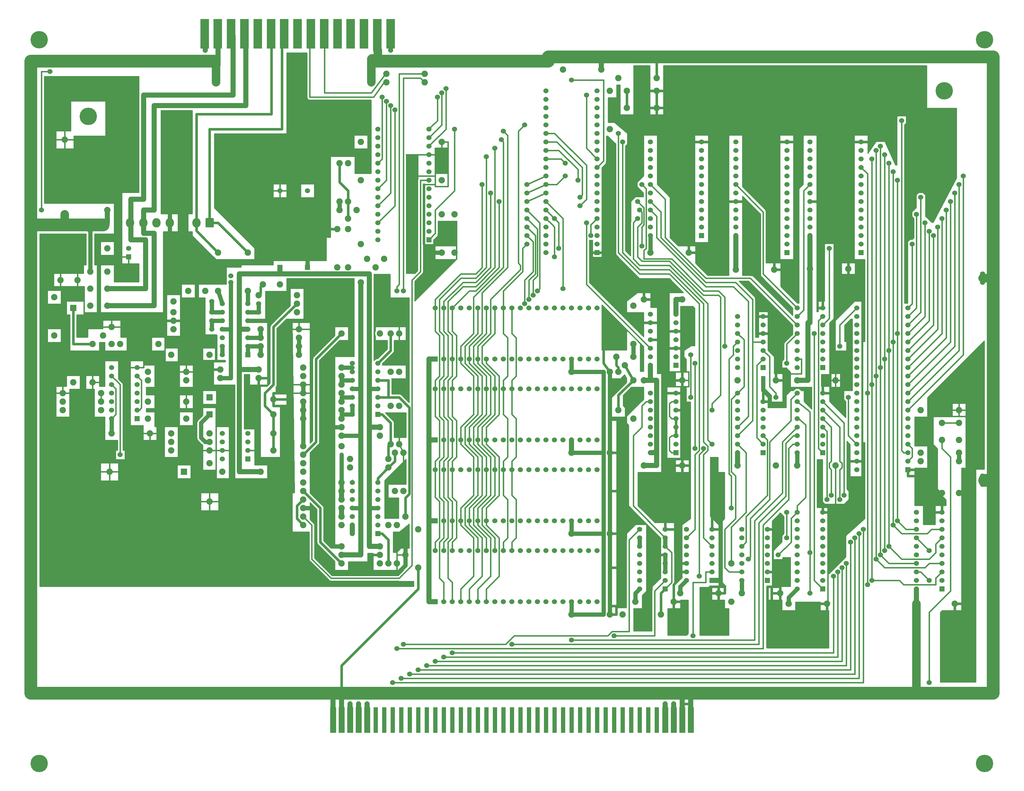
<source format=gbr>
G04 #@! TF.GenerationSoftware,KiCad,Pcbnew,(5.1.5)-3*
G04 #@! TF.CreationDate,2021-07-27T20:48:49-06:00*
G04 #@! TF.ProjectId,SwarsSound,53776172-7353-46f7-956e-642e6b696361,rev?*
G04 #@! TF.SameCoordinates,Original*
G04 #@! TF.FileFunction,Copper,L2,Bot*
G04 #@! TF.FilePolarity,Positive*
%FSLAX46Y46*%
G04 Gerber Fmt 4.6, Leading zero omitted, Abs format (unit mm)*
G04 Created by KiCad (PCBNEW (5.1.5)-3) date 2021-07-27 20:48:49*
%MOMM*%
%LPD*%
G04 APERTURE LIST*
%ADD10C,1.524000*%
%ADD11R,1.524000X1.524000*%
%ADD12C,1.905000*%
%ADD13R,1.905000X1.905000*%
%ADD14C,5.207000*%
%ADD15R,2.540000X8.890000*%
%ADD16O,2.460000X2.800000*%
%ADD17O,2.460000X2.799999*%
%ADD18C,0.100000*%
%ADD19C,1.270000*%
%ADD20C,0.381000*%
%ADD21C,1.524000*%
%ADD22C,1.270000*%
%ADD23C,0.762000*%
%ADD24C,2.540000*%
%ADD25C,3.810000*%
%ADD26C,0.250000*%
%ADD27C,0.254000*%
G04 APERTURE END LIST*
D10*
X231140000Y-121920000D03*
X231140000Y-119380000D03*
X231140000Y-116840000D03*
X231140000Y-114300000D03*
X231140000Y-111760000D03*
X231140000Y-109220000D03*
X231140000Y-106680000D03*
X238760000Y-106680000D03*
X238760000Y-109220000D03*
X238760000Y-111760000D03*
X238760000Y-119380000D03*
D11*
X238760000Y-121920000D03*
D10*
X238760000Y-116840000D03*
X238760000Y-114300000D03*
X123825000Y-83820000D03*
X123825000Y-81280000D03*
X123825000Y-78740000D03*
X123825000Y-76200000D03*
X139065000Y-53340000D03*
X123825000Y-53340000D03*
X123825000Y-55880000D03*
X123825000Y-58420000D03*
X139065000Y-60960000D03*
X139065000Y-76200000D03*
X139065000Y-58420000D03*
X139065000Y-55880000D03*
X139065000Y-50800000D03*
X123825000Y-60960000D03*
X123825000Y-63500000D03*
X123825000Y-66040000D03*
X139065000Y-73660000D03*
X139065000Y-63500000D03*
D11*
X139065000Y-83820000D03*
D10*
X139065000Y-66040000D03*
X139065000Y-78740000D03*
X139065000Y-71120000D03*
X123825000Y-50800000D03*
X139065000Y-81280000D03*
X139065000Y-68580000D03*
X123825000Y-73660000D03*
X123825000Y-68580000D03*
X123825000Y-71120000D03*
D12*
X94615000Y-97155000D03*
X89535000Y-97155000D03*
X120650000Y-89535000D03*
X123190000Y-92075000D03*
X125730000Y-89535000D03*
D10*
X215900000Y-185420000D03*
X215900000Y-182880000D03*
X215900000Y-180340000D03*
X215900000Y-177800000D03*
X215900000Y-175260000D03*
X215900000Y-172720000D03*
X215900000Y-170180000D03*
X223520000Y-170180000D03*
X223520000Y-172720000D03*
X223520000Y-175260000D03*
X223520000Y-182880000D03*
D11*
X223520000Y-185420000D03*
D10*
X223520000Y-180340000D03*
X223520000Y-177800000D03*
X248920000Y-147320000D03*
X248920000Y-144780000D03*
X248920000Y-142240000D03*
X248920000Y-139700000D03*
X248920000Y-137160000D03*
X248920000Y-134620000D03*
X248920000Y-132080000D03*
X248920000Y-129540000D03*
X256540000Y-129540000D03*
X256540000Y-132080000D03*
X256540000Y-134620000D03*
X256540000Y-137160000D03*
D11*
X256540000Y-147320000D03*
D10*
X256540000Y-144780000D03*
X256540000Y-142240000D03*
X256540000Y-139700000D03*
X248920000Y-187960000D03*
X248920000Y-185420000D03*
X248920000Y-182880000D03*
X248920000Y-180340000D03*
X248920000Y-177800000D03*
X248920000Y-175260000D03*
X248920000Y-172720000D03*
X248920000Y-170180000D03*
X248920000Y-167640000D03*
X248920000Y-165100000D03*
X256540000Y-165100000D03*
X256540000Y-167640000D03*
X256540000Y-170180000D03*
X256540000Y-172720000D03*
X256540000Y-175260000D03*
X256540000Y-177800000D03*
X256540000Y-180340000D03*
X256540000Y-182880000D03*
X256540000Y-185420000D03*
D11*
X256540000Y-187960000D03*
D12*
X66675000Y-123190000D03*
X55245000Y-123190000D03*
D11*
X94615000Y-92075000D03*
D10*
X94615000Y-69215000D03*
D13*
X73660000Y-135890000D03*
D12*
X92710000Y-135890000D03*
X92710000Y-131445000D03*
D13*
X73660000Y-130810000D03*
D10*
X49530000Y-86360000D03*
D11*
X49530000Y-88900000D03*
D12*
X297180000Y-159385000D03*
X292100000Y-159385000D03*
X207010000Y-44450000D03*
X207010000Y-39370000D03*
X43180000Y-93345000D03*
X38100000Y-93345000D03*
X43180000Y-98425000D03*
X38100000Y-98425000D03*
X43180000Y-103505000D03*
X38100000Y-103505000D03*
X34290000Y-95885000D03*
X29210000Y-95885000D03*
X43180000Y-86360000D03*
X43180000Y-74930000D03*
D14*
X292735000Y-39370000D03*
X37465000Y-46990000D03*
X304800000Y-24130000D03*
X22860000Y-24130000D03*
X304800000Y-240030000D03*
X22860000Y-240030000D03*
D15*
X127635000Y-22352000D03*
X123672600Y-22352000D03*
X119710200Y-22352000D03*
X115747800Y-22352000D03*
X111785400Y-22352000D03*
X107823000Y-22352000D03*
X103860600Y-22352000D03*
X99898200Y-22352000D03*
X95935800Y-22352000D03*
X91973400Y-22352000D03*
X88011000Y-22352000D03*
X84048600Y-22352000D03*
X80086200Y-22352000D03*
X76123800Y-22352000D03*
X72161400Y-22352000D03*
D12*
X72390000Y-99060000D03*
X67310000Y-99060000D03*
X92710000Y-141605000D03*
X92710000Y-146685000D03*
X198120000Y-39370000D03*
X198120000Y-44450000D03*
X297180000Y-143510000D03*
X292100000Y-143510000D03*
X297180000Y-138430000D03*
X292100000Y-138430000D03*
X76200000Y-99060000D03*
X76200000Y-87630000D03*
D10*
X74295000Y-102235000D03*
D12*
X62865000Y-102235000D03*
D10*
X74295000Y-107950000D03*
D12*
X62865000Y-107950000D03*
X62865000Y-110490000D03*
D10*
X74295000Y-110490000D03*
D12*
X62865000Y-105410000D03*
D10*
X74295000Y-105410000D03*
D12*
X85090000Y-99060000D03*
X85090000Y-87630000D03*
X99695000Y-100330000D03*
X88265000Y-100330000D03*
X99695000Y-102870000D03*
D10*
X88265000Y-102870000D03*
D12*
X99695000Y-105410000D03*
D10*
X88265000Y-105410000D03*
D12*
X100330000Y-113030000D03*
X88900000Y-113030000D03*
X113030000Y-121920000D03*
X101600000Y-121920000D03*
X113030000Y-127000000D03*
X101600000Y-127000000D03*
X77470000Y-153035000D03*
X88900000Y-153035000D03*
X62230000Y-141605000D03*
X73660000Y-141605000D03*
X62230000Y-146685000D03*
X73660000Y-146685000D03*
X73660000Y-144145000D03*
X62230000Y-144145000D03*
X101600000Y-132080000D03*
X113030000Y-132080000D03*
X113030000Y-145415000D03*
X101600000Y-145415000D03*
X38735000Y-114935000D03*
X38735000Y-126365000D03*
X27305000Y-100965000D03*
X27305000Y-112395000D03*
X58420000Y-114935000D03*
X46990000Y-114935000D03*
X73660000Y-118110000D03*
X62230000Y-118110000D03*
X29845000Y-132080000D03*
X41275000Y-132080000D03*
X29845000Y-134620000D03*
X41275000Y-134620000D03*
X66675000Y-125730000D03*
X55245000Y-125730000D03*
X66675000Y-137160000D03*
X55245000Y-137160000D03*
X113030000Y-156210000D03*
X101600000Y-156210000D03*
X113030000Y-168910000D03*
X101600000Y-168910000D03*
X113030000Y-163830000D03*
X101600000Y-163830000D03*
X124460000Y-111760000D03*
X113030000Y-111760000D03*
X127635000Y-123190000D03*
X127635000Y-111760000D03*
X127000000Y-149225000D03*
X115570000Y-149225000D03*
X127635000Y-133350000D03*
X127635000Y-144780000D03*
X127000000Y-151765000D03*
X115570000Y-151765000D03*
X128905000Y-158750000D03*
X128905000Y-147320000D03*
X124460000Y-180340000D03*
X113030000Y-180340000D03*
X127000000Y-168910000D03*
X127000000Y-180340000D03*
X135890000Y-170180000D03*
X135890000Y-181610000D03*
X142875000Y-66040000D03*
X142875000Y-54610000D03*
X118745000Y-54610000D03*
X118745000Y-66040000D03*
X118745000Y-96520000D03*
X118745000Y-85090000D03*
X114935000Y-92075000D03*
X114935000Y-80645000D03*
X112395000Y-72390000D03*
X112395000Y-60960000D03*
X114935000Y-72390000D03*
X114935000Y-60960000D03*
X200025000Y-103505000D03*
X200025000Y-114935000D03*
X195580000Y-134620000D03*
X195580000Y-123190000D03*
X200025000Y-125730000D03*
X200025000Y-137160000D03*
X126365000Y-36830000D03*
X137795000Y-36830000D03*
X126365000Y-34290000D03*
X137795000Y-34290000D03*
X195580000Y-35560000D03*
X207010000Y-35560000D03*
X193040000Y-50800000D03*
X193040000Y-39370000D03*
X208280000Y-195580000D03*
X196850000Y-195580000D03*
X285750000Y-149860000D03*
X297180000Y-149860000D03*
X285750000Y-147320000D03*
X297180000Y-147320000D03*
X229235000Y-180340000D03*
X229235000Y-191770000D03*
X117475000Y-74930000D03*
X114935000Y-77470000D03*
X112395000Y-74930000D03*
X200025000Y-118745000D03*
X197485000Y-121285000D03*
X194945000Y-118745000D03*
D16*
X69700000Y-78740000D03*
D17*
X49895760Y-78740000D03*
X53858160Y-78740000D03*
D16*
X57820000Y-78740000D03*
G04 #@! TA.AperFunction,ComponentPad*
D18*
G36*
X74664505Y-77341204D02*
G01*
X74688773Y-77344804D01*
X74712572Y-77350765D01*
X74735671Y-77359030D01*
X74757850Y-77369520D01*
X74778893Y-77382132D01*
X74798599Y-77396747D01*
X74816777Y-77413223D01*
X74833253Y-77431401D01*
X74847868Y-77451107D01*
X74860480Y-77472150D01*
X74870970Y-77494329D01*
X74879235Y-77517428D01*
X74885196Y-77541227D01*
X74888796Y-77565495D01*
X74890000Y-77589999D01*
X74890000Y-79890001D01*
X74888796Y-79914505D01*
X74885196Y-79938773D01*
X74879235Y-79962572D01*
X74870970Y-79985671D01*
X74860480Y-80007850D01*
X74847868Y-80028893D01*
X74833253Y-80048599D01*
X74816777Y-80066777D01*
X74798599Y-80083253D01*
X74778893Y-80097868D01*
X74757850Y-80110480D01*
X74735671Y-80120970D01*
X74712572Y-80129235D01*
X74688773Y-80135196D01*
X74664505Y-80138796D01*
X74640001Y-80140000D01*
X72679999Y-80140000D01*
X72655495Y-80138796D01*
X72631227Y-80135196D01*
X72607428Y-80129235D01*
X72584329Y-80120970D01*
X72562150Y-80110480D01*
X72541107Y-80097868D01*
X72521401Y-80083253D01*
X72503223Y-80066777D01*
X72486747Y-80048599D01*
X72472132Y-80028893D01*
X72459520Y-80007850D01*
X72449030Y-79985671D01*
X72440765Y-79962572D01*
X72434804Y-79938773D01*
X72431204Y-79914505D01*
X72430000Y-79890001D01*
X72430000Y-77589999D01*
X72431204Y-77565495D01*
X72434804Y-77541227D01*
X72440765Y-77517428D01*
X72449030Y-77494329D01*
X72459520Y-77472150D01*
X72472132Y-77451107D01*
X72486747Y-77431401D01*
X72503223Y-77413223D01*
X72521401Y-77396747D01*
X72541107Y-77382132D01*
X72562150Y-77369520D01*
X72584329Y-77359030D01*
X72607428Y-77350765D01*
X72631227Y-77344804D01*
X72655495Y-77341204D01*
X72679999Y-77340000D01*
X74640001Y-77340000D01*
X74664505Y-77341204D01*
G37*
G04 #@! TD.AperFunction*
D16*
X61780000Y-78740000D03*
G04 #@! TA.AperFunction,ConnectorPad*
D18*
G36*
X172085000Y-223266000D02*
G01*
X172085000Y-230886000D01*
X170815000Y-230886000D01*
X170815000Y-223266000D01*
X172085000Y-223266000D01*
G37*
G04 #@! TD.AperFunction*
G04 #@! TA.AperFunction,ConnectorPad*
G36*
X169545000Y-223266000D02*
G01*
X169545000Y-230886000D01*
X168275000Y-230886000D01*
X168275000Y-223266000D01*
X169545000Y-223266000D01*
G37*
G04 #@! TD.AperFunction*
G04 #@! TA.AperFunction,ConnectorPad*
G36*
X167005000Y-223266000D02*
G01*
X167005000Y-230886000D01*
X165735000Y-230886000D01*
X165735000Y-223266000D01*
X167005000Y-223266000D01*
G37*
G04 #@! TD.AperFunction*
G04 #@! TA.AperFunction,ConnectorPad*
G36*
X164465000Y-223266000D02*
G01*
X164465000Y-230886000D01*
X163195000Y-230886000D01*
X163195000Y-223266000D01*
X164465000Y-223266000D01*
G37*
G04 #@! TD.AperFunction*
G04 #@! TA.AperFunction,ConnectorPad*
G36*
X161925000Y-223266000D02*
G01*
X161925000Y-230886000D01*
X160655000Y-230886000D01*
X160655000Y-223266000D01*
X161925000Y-223266000D01*
G37*
G04 #@! TD.AperFunction*
G04 #@! TA.AperFunction,ConnectorPad*
G36*
X159385000Y-223266000D02*
G01*
X159385000Y-230886000D01*
X158115000Y-230886000D01*
X158115000Y-223266000D01*
X159385000Y-223266000D01*
G37*
G04 #@! TD.AperFunction*
G04 #@! TA.AperFunction,ConnectorPad*
G36*
X156845000Y-223266000D02*
G01*
X156845000Y-230886000D01*
X155575000Y-230886000D01*
X155575000Y-223266000D01*
X156845000Y-223266000D01*
G37*
G04 #@! TD.AperFunction*
G04 #@! TA.AperFunction,ConnectorPad*
G36*
X154305000Y-223266000D02*
G01*
X154305000Y-230886000D01*
X153035000Y-230886000D01*
X153035000Y-223266000D01*
X154305000Y-223266000D01*
G37*
G04 #@! TD.AperFunction*
G04 #@! TA.AperFunction,ConnectorPad*
G36*
X151765000Y-223266000D02*
G01*
X151765000Y-230886000D01*
X150495000Y-230886000D01*
X150495000Y-223266000D01*
X151765000Y-223266000D01*
G37*
G04 #@! TD.AperFunction*
G04 #@! TA.AperFunction,ConnectorPad*
G36*
X149225000Y-223266000D02*
G01*
X149225000Y-230886000D01*
X147955000Y-230886000D01*
X147955000Y-223266000D01*
X149225000Y-223266000D01*
G37*
G04 #@! TD.AperFunction*
G04 #@! TA.AperFunction,ConnectorPad*
G36*
X146685000Y-223266000D02*
G01*
X146685000Y-230886000D01*
X145415000Y-230886000D01*
X145415000Y-223266000D01*
X146685000Y-223266000D01*
G37*
G04 #@! TD.AperFunction*
G04 #@! TA.AperFunction,ConnectorPad*
G36*
X144145000Y-223266000D02*
G01*
X144145000Y-230886000D01*
X142875000Y-230886000D01*
X142875000Y-223266000D01*
X144145000Y-223266000D01*
G37*
G04 #@! TD.AperFunction*
G04 #@! TA.AperFunction,ConnectorPad*
G36*
X141605000Y-223266000D02*
G01*
X141605000Y-230886000D01*
X140335000Y-230886000D01*
X140335000Y-223266000D01*
X141605000Y-223266000D01*
G37*
G04 #@! TD.AperFunction*
G04 #@! TA.AperFunction,ConnectorPad*
G36*
X139065000Y-223266000D02*
G01*
X139065000Y-230886000D01*
X137795000Y-230886000D01*
X137795000Y-223266000D01*
X139065000Y-223266000D01*
G37*
G04 #@! TD.AperFunction*
G04 #@! TA.AperFunction,ConnectorPad*
G36*
X136525000Y-223266000D02*
G01*
X136525000Y-230886000D01*
X135255000Y-230886000D01*
X135255000Y-223266000D01*
X136525000Y-223266000D01*
G37*
G04 #@! TD.AperFunction*
G04 #@! TA.AperFunction,ConnectorPad*
G36*
X133985000Y-223266000D02*
G01*
X133985000Y-230886000D01*
X132715000Y-230886000D01*
X132715000Y-223266000D01*
X133985000Y-223266000D01*
G37*
G04 #@! TD.AperFunction*
G04 #@! TA.AperFunction,ConnectorPad*
G36*
X131445000Y-223266000D02*
G01*
X131445000Y-230886000D01*
X130175000Y-230886000D01*
X130175000Y-223266000D01*
X131445000Y-223266000D01*
G37*
G04 #@! TD.AperFunction*
G04 #@! TA.AperFunction,ConnectorPad*
G36*
X128905000Y-223266000D02*
G01*
X128905000Y-230886000D01*
X127635000Y-230886000D01*
X127635000Y-223266000D01*
X128905000Y-223266000D01*
G37*
G04 #@! TD.AperFunction*
G04 #@! TA.AperFunction,ConnectorPad*
G36*
X126365000Y-223266000D02*
G01*
X126365000Y-230886000D01*
X125095000Y-230886000D01*
X125095000Y-223266000D01*
X126365000Y-223266000D01*
G37*
G04 #@! TD.AperFunction*
G04 #@! TA.AperFunction,ConnectorPad*
G36*
X123825000Y-223266000D02*
G01*
X123825000Y-230886000D01*
X122555000Y-230886000D01*
X122555000Y-223266000D01*
X123825000Y-223266000D01*
G37*
G04 #@! TD.AperFunction*
G04 #@! TA.AperFunction,ConnectorPad*
G36*
X121539000Y-223266000D02*
G01*
X121539000Y-230886000D01*
X119761000Y-230886000D01*
X119761000Y-223266000D01*
X121539000Y-223266000D01*
G37*
G04 #@! TD.AperFunction*
G04 #@! TA.AperFunction,ConnectorPad*
G36*
X118999000Y-223266000D02*
G01*
X118999000Y-230886000D01*
X117221000Y-230886000D01*
X117221000Y-223266000D01*
X118999000Y-223266000D01*
G37*
G04 #@! TD.AperFunction*
G04 #@! TA.AperFunction,ConnectorPad*
G36*
X116459000Y-223266000D02*
G01*
X116459000Y-230886000D01*
X114681000Y-230886000D01*
X114681000Y-223266000D01*
X116459000Y-223266000D01*
G37*
G04 #@! TD.AperFunction*
G04 #@! TA.AperFunction,ConnectorPad*
G36*
X113919000Y-223266000D02*
G01*
X113919000Y-230886000D01*
X112141000Y-230886000D01*
X112141000Y-223266000D01*
X113919000Y-223266000D01*
G37*
G04 #@! TD.AperFunction*
G04 #@! TA.AperFunction,ConnectorPad*
G36*
X111379000Y-223266000D02*
G01*
X111379000Y-230886000D01*
X109601000Y-230886000D01*
X109601000Y-223266000D01*
X111379000Y-223266000D01*
G37*
G04 #@! TD.AperFunction*
G04 #@! TA.AperFunction,ConnectorPad*
G36*
X174625000Y-223266000D02*
G01*
X174625000Y-230886000D01*
X173355000Y-230886000D01*
X173355000Y-223266000D01*
X174625000Y-223266000D01*
G37*
G04 #@! TD.AperFunction*
G04 #@! TA.AperFunction,ConnectorPad*
G36*
X177165000Y-223266000D02*
G01*
X177165000Y-230886000D01*
X175895000Y-230886000D01*
X175895000Y-223266000D01*
X177165000Y-223266000D01*
G37*
G04 #@! TD.AperFunction*
G04 #@! TA.AperFunction,ConnectorPad*
G36*
X179705000Y-223266000D02*
G01*
X179705000Y-230886000D01*
X178435000Y-230886000D01*
X178435000Y-223266000D01*
X179705000Y-223266000D01*
G37*
G04 #@! TD.AperFunction*
G04 #@! TA.AperFunction,ConnectorPad*
G36*
X182245000Y-223266000D02*
G01*
X182245000Y-230886000D01*
X180975000Y-230886000D01*
X180975000Y-223266000D01*
X182245000Y-223266000D01*
G37*
G04 #@! TD.AperFunction*
G04 #@! TA.AperFunction,ConnectorPad*
G36*
X184785000Y-223266000D02*
G01*
X184785000Y-230886000D01*
X183515000Y-230886000D01*
X183515000Y-223266000D01*
X184785000Y-223266000D01*
G37*
G04 #@! TD.AperFunction*
G04 #@! TA.AperFunction,ConnectorPad*
G36*
X187325000Y-223266000D02*
G01*
X187325000Y-230886000D01*
X186055000Y-230886000D01*
X186055000Y-223266000D01*
X187325000Y-223266000D01*
G37*
G04 #@! TD.AperFunction*
G04 #@! TA.AperFunction,ConnectorPad*
G36*
X189865000Y-223266000D02*
G01*
X189865000Y-230886000D01*
X188595000Y-230886000D01*
X188595000Y-223266000D01*
X189865000Y-223266000D01*
G37*
G04 #@! TD.AperFunction*
G04 #@! TA.AperFunction,ConnectorPad*
G36*
X192405000Y-223266000D02*
G01*
X192405000Y-230886000D01*
X191135000Y-230886000D01*
X191135000Y-223266000D01*
X192405000Y-223266000D01*
G37*
G04 #@! TD.AperFunction*
G04 #@! TA.AperFunction,ConnectorPad*
G36*
X194945000Y-223266000D02*
G01*
X194945000Y-230886000D01*
X193675000Y-230886000D01*
X193675000Y-223266000D01*
X194945000Y-223266000D01*
G37*
G04 #@! TD.AperFunction*
G04 #@! TA.AperFunction,ConnectorPad*
G36*
X197485000Y-223266000D02*
G01*
X197485000Y-230886000D01*
X196215000Y-230886000D01*
X196215000Y-223266000D01*
X197485000Y-223266000D01*
G37*
G04 #@! TD.AperFunction*
G04 #@! TA.AperFunction,ConnectorPad*
G36*
X200025000Y-223266000D02*
G01*
X200025000Y-230886000D01*
X198755000Y-230886000D01*
X198755000Y-223266000D01*
X200025000Y-223266000D01*
G37*
G04 #@! TD.AperFunction*
G04 #@! TA.AperFunction,ConnectorPad*
G36*
X218059000Y-223266000D02*
G01*
X218059000Y-230886000D01*
X216281000Y-230886000D01*
X216281000Y-223266000D01*
X218059000Y-223266000D01*
G37*
G04 #@! TD.AperFunction*
G04 #@! TA.AperFunction,ConnectorPad*
G36*
X215519000Y-223266000D02*
G01*
X215519000Y-230886000D01*
X213741000Y-230886000D01*
X213741000Y-223266000D01*
X215519000Y-223266000D01*
G37*
G04 #@! TD.AperFunction*
G04 #@! TA.AperFunction,ConnectorPad*
G36*
X212979000Y-223266000D02*
G01*
X212979000Y-230886000D01*
X211201000Y-230886000D01*
X211201000Y-223266000D01*
X212979000Y-223266000D01*
G37*
G04 #@! TD.AperFunction*
G04 #@! TA.AperFunction,ConnectorPad*
G36*
X210439000Y-223266000D02*
G01*
X210439000Y-230886000D01*
X208661000Y-230886000D01*
X208661000Y-223266000D01*
X210439000Y-223266000D01*
G37*
G04 #@! TD.AperFunction*
G04 #@! TA.AperFunction,ConnectorPad*
G36*
X207645000Y-223266000D02*
G01*
X207645000Y-230886000D01*
X206375000Y-230886000D01*
X206375000Y-223266000D01*
X207645000Y-223266000D01*
G37*
G04 #@! TD.AperFunction*
G04 #@! TA.AperFunction,ConnectorPad*
G36*
X205105000Y-223266000D02*
G01*
X205105000Y-230886000D01*
X203835000Y-230886000D01*
X203835000Y-223266000D01*
X205105000Y-223266000D01*
G37*
G04 #@! TD.AperFunction*
G04 #@! TA.AperFunction,ConnectorPad*
G36*
X202565000Y-223266000D02*
G01*
X202565000Y-230886000D01*
X201295000Y-230886000D01*
X201295000Y-223266000D01*
X202565000Y-223266000D01*
G37*
G04 #@! TD.AperFunction*
D10*
X284480000Y-187960000D03*
X284480000Y-185420000D03*
X284480000Y-182880000D03*
X284480000Y-180340000D03*
X284480000Y-177800000D03*
X284480000Y-175260000D03*
X284480000Y-172720000D03*
X284480000Y-170180000D03*
X284480000Y-167640000D03*
X284480000Y-165100000D03*
X292100000Y-165100000D03*
X292100000Y-167640000D03*
X292100000Y-170180000D03*
X292100000Y-172720000D03*
X292100000Y-175260000D03*
X292100000Y-177800000D03*
X292100000Y-180340000D03*
X292100000Y-182880000D03*
X292100000Y-185420000D03*
D11*
X292100000Y-187960000D03*
D10*
X266700000Y-152400000D03*
X266700000Y-149860000D03*
X266700000Y-147320000D03*
X266700000Y-144780000D03*
X266700000Y-142240000D03*
X266700000Y-139700000D03*
X266700000Y-137160000D03*
X266700000Y-134620000D03*
X266700000Y-132080000D03*
X266700000Y-129540000D03*
X266700000Y-127000000D03*
X266700000Y-124460000D03*
X281940000Y-124460000D03*
X281940000Y-127000000D03*
X281940000Y-129540000D03*
X281940000Y-132080000D03*
X281940000Y-134620000D03*
X281940000Y-137160000D03*
X281940000Y-139700000D03*
X281940000Y-142240000D03*
X281940000Y-144780000D03*
X281940000Y-147320000D03*
X281940000Y-149860000D03*
D11*
X281940000Y-152400000D03*
D10*
X281940000Y-121920000D03*
X281940000Y-119380000D03*
X281940000Y-116840000D03*
X281940000Y-114300000D03*
X281940000Y-111760000D03*
X281940000Y-109220000D03*
X281940000Y-106680000D03*
X281940000Y-104140000D03*
X266700000Y-104140000D03*
X266700000Y-106680000D03*
X266700000Y-109220000D03*
X266700000Y-111760000D03*
X266700000Y-114300000D03*
X266700000Y-116840000D03*
X266700000Y-119380000D03*
X266700000Y-121920000D03*
X252730000Y-87630000D03*
X252730000Y-85090000D03*
X252730000Y-82550000D03*
X252730000Y-80010000D03*
X267970000Y-57150000D03*
X252730000Y-57150000D03*
X252730000Y-59690000D03*
X252730000Y-62230000D03*
X267970000Y-64770000D03*
X267970000Y-80010000D03*
X267970000Y-62230000D03*
X267970000Y-59690000D03*
X267970000Y-54610000D03*
X252730000Y-64770000D03*
X252730000Y-67310000D03*
X252730000Y-69850000D03*
X267970000Y-77470000D03*
X267970000Y-67310000D03*
D11*
X267970000Y-87630000D03*
D10*
X267970000Y-69850000D03*
X267970000Y-82550000D03*
X267970000Y-74930000D03*
X252730000Y-54610000D03*
X267970000Y-85090000D03*
X267970000Y-72390000D03*
X252730000Y-77470000D03*
X252730000Y-72390000D03*
X252730000Y-74930000D03*
X248920000Y-121920000D03*
X248920000Y-119380000D03*
X248920000Y-116840000D03*
X248920000Y-114300000D03*
X248920000Y-111760000D03*
X248920000Y-109220000D03*
X248920000Y-106680000D03*
X248920000Y-104140000D03*
X256540000Y-104140000D03*
X256540000Y-106680000D03*
X256540000Y-109220000D03*
X256540000Y-111760000D03*
D11*
X256540000Y-121920000D03*
D10*
X256540000Y-119380000D03*
X256540000Y-116840000D03*
X256540000Y-114300000D03*
X232410000Y-185420000D03*
X232410000Y-182880000D03*
X232410000Y-180340000D03*
X232410000Y-177800000D03*
X232410000Y-175260000D03*
X232410000Y-172720000D03*
X232410000Y-170180000D03*
X240030000Y-170180000D03*
X240030000Y-172720000D03*
X240030000Y-175260000D03*
X240030000Y-182880000D03*
D11*
X240030000Y-185420000D03*
D10*
X240030000Y-180340000D03*
X240030000Y-177800000D03*
X231140000Y-147320000D03*
X231140000Y-144780000D03*
X231140000Y-142240000D03*
X231140000Y-139700000D03*
X231140000Y-137160000D03*
X231140000Y-134620000D03*
X231140000Y-132080000D03*
X238760000Y-132080000D03*
X238760000Y-134620000D03*
X238760000Y-137160000D03*
X238760000Y-144780000D03*
D11*
X238760000Y-147320000D03*
D10*
X238760000Y-142240000D03*
X238760000Y-139700000D03*
X230632000Y-87630000D03*
X230632000Y-85090000D03*
X230632000Y-82550000D03*
X230632000Y-80010000D03*
X245872000Y-57150000D03*
X230632000Y-57150000D03*
X230632000Y-59690000D03*
X230632000Y-62230000D03*
X245872000Y-64770000D03*
X245872000Y-80010000D03*
X245872000Y-62230000D03*
X245872000Y-59690000D03*
X245872000Y-54610000D03*
X230632000Y-64770000D03*
X230632000Y-67310000D03*
X230632000Y-69850000D03*
X245872000Y-77470000D03*
X245872000Y-67310000D03*
D11*
X245872000Y-87630000D03*
D10*
X245872000Y-69850000D03*
X245872000Y-82550000D03*
X245872000Y-74930000D03*
X230632000Y-54610000D03*
X245872000Y-85090000D03*
X245872000Y-72390000D03*
X230632000Y-77470000D03*
X230632000Y-72390000D03*
X230632000Y-74930000D03*
X205105000Y-82550000D03*
X205105000Y-80010000D03*
X205105000Y-77470000D03*
X205105000Y-74930000D03*
X205105000Y-72390000D03*
X205105000Y-69850000D03*
X205105000Y-67310000D03*
X205105000Y-64770000D03*
X205105000Y-62230000D03*
X205105000Y-59690000D03*
X205105000Y-57150000D03*
X205105000Y-54610000D03*
X220345000Y-54610000D03*
X220345000Y-57150000D03*
X220345000Y-59690000D03*
X220345000Y-62230000D03*
X220345000Y-64770000D03*
X220345000Y-67310000D03*
X220345000Y-69850000D03*
X220345000Y-72390000D03*
X220345000Y-74930000D03*
X220345000Y-77470000D03*
X220345000Y-80010000D03*
D11*
X220345000Y-82550000D03*
D10*
X201930000Y-187960000D03*
X201930000Y-185420000D03*
X201930000Y-182880000D03*
X201930000Y-180340000D03*
X201930000Y-177800000D03*
X201930000Y-175260000D03*
X201930000Y-172720000D03*
X201930000Y-170180000D03*
X209550000Y-170180000D03*
X209550000Y-172720000D03*
X209550000Y-175260000D03*
X209550000Y-177800000D03*
D11*
X209550000Y-187960000D03*
D10*
X209550000Y-185420000D03*
X209550000Y-182880000D03*
X209550000Y-180340000D03*
X205105000Y-147320000D03*
X205105000Y-144780000D03*
X205105000Y-142240000D03*
X205105000Y-139700000D03*
X205105000Y-137160000D03*
X205105000Y-134620000D03*
X205105000Y-132080000D03*
X205105000Y-129540000D03*
X212725000Y-129540000D03*
X212725000Y-132080000D03*
X212725000Y-134620000D03*
X212725000Y-137160000D03*
D11*
X212725000Y-147320000D03*
D10*
X212725000Y-144780000D03*
X212725000Y-142240000D03*
X212725000Y-139700000D03*
X205105000Y-121285000D03*
X205105000Y-118745000D03*
X205105000Y-116205000D03*
X205105000Y-113665000D03*
X205105000Y-111125000D03*
X205105000Y-108585000D03*
X205105000Y-106045000D03*
X212725000Y-106045000D03*
X212725000Y-108585000D03*
X212725000Y-111125000D03*
X212725000Y-118745000D03*
D11*
X212725000Y-121285000D03*
D10*
X212725000Y-116205000D03*
X212725000Y-113665000D03*
X116205000Y-171450000D03*
X116205000Y-168910000D03*
X116205000Y-166370000D03*
X116205000Y-163830000D03*
X116205000Y-161290000D03*
X116205000Y-158750000D03*
X116205000Y-156210000D03*
X123825000Y-156210000D03*
X123825000Y-158750000D03*
X123825000Y-161290000D03*
X123825000Y-168910000D03*
D11*
X123825000Y-171450000D03*
D10*
X123825000Y-166370000D03*
X123825000Y-163830000D03*
X116205000Y-135890000D03*
X116205000Y-133350000D03*
X116205000Y-130810000D03*
X116205000Y-128270000D03*
X116205000Y-125730000D03*
X116205000Y-123190000D03*
X116205000Y-120650000D03*
X123825000Y-120650000D03*
X123825000Y-123190000D03*
X123825000Y-125730000D03*
X123825000Y-133350000D03*
D11*
X123825000Y-135890000D03*
D10*
X123825000Y-130810000D03*
X123825000Y-128270000D03*
D12*
X225425000Y-189230000D03*
X213995000Y-189230000D03*
X88265000Y-125095000D03*
X76835000Y-125095000D03*
X76835000Y-122555000D03*
X88265000Y-122555000D03*
X88900000Y-110490000D03*
X100330000Y-110490000D03*
X88900000Y-115570000D03*
X100330000Y-115570000D03*
X88900000Y-118110000D03*
X100330000Y-118110000D03*
X113030000Y-124460000D03*
X101600000Y-124460000D03*
X73660000Y-161925000D03*
X73660000Y-150495000D03*
X113030000Y-129540000D03*
X101600000Y-129540000D03*
X113030000Y-134620000D03*
X101600000Y-134620000D03*
X113030000Y-137160000D03*
X101600000Y-137160000D03*
X41275000Y-129540000D03*
X29845000Y-129540000D03*
X55880000Y-141605000D03*
X44450000Y-141605000D03*
X55245000Y-132080000D03*
X66675000Y-132080000D03*
X113030000Y-161290000D03*
X101600000Y-161290000D03*
X101600000Y-166370000D03*
X113030000Y-166370000D03*
D19*
X113030000Y-147955000D03*
D12*
X101600000Y-147955000D03*
X130175000Y-111760000D03*
X130175000Y-123190000D03*
D19*
X113030000Y-150495000D03*
D12*
X101600000Y-150495000D03*
X124460000Y-142240000D03*
X113030000Y-142240000D03*
X113030000Y-139700000D03*
X124460000Y-139700000D03*
X130175000Y-144780000D03*
X130175000Y-133350000D03*
D19*
X113030000Y-153035000D03*
D12*
X101600000Y-153035000D03*
X131445000Y-147320000D03*
X131445000Y-158750000D03*
X113030000Y-158750000D03*
X101600000Y-158750000D03*
X124460000Y-177800000D03*
X113030000Y-177800000D03*
X113030000Y-175260000D03*
X124460000Y-175260000D03*
X129540000Y-180340000D03*
X129540000Y-168910000D03*
X132080000Y-166370000D03*
X132080000Y-177800000D03*
X111760000Y-80645000D03*
X111760000Y-92075000D03*
X142875000Y-87630000D03*
X142875000Y-76200000D03*
X146685000Y-87630000D03*
X146685000Y-76200000D03*
X203200000Y-101600000D03*
X214630000Y-101600000D03*
X214630000Y-125730000D03*
X203200000Y-125730000D03*
X214630000Y-151130000D03*
X203200000Y-151130000D03*
X248920000Y-151130000D03*
X260350000Y-151130000D03*
X181610000Y-123190000D03*
X193040000Y-123190000D03*
X181610000Y-147320000D03*
X193040000Y-147320000D03*
X181610000Y-171450000D03*
X193040000Y-171450000D03*
X181610000Y-195580000D03*
X193040000Y-195580000D03*
X284480000Y-192405000D03*
X295910000Y-192405000D03*
X231140000Y-151130000D03*
X242570000Y-151130000D03*
X242570000Y-125730000D03*
X231140000Y-125730000D03*
X232410000Y-189230000D03*
X243840000Y-189230000D03*
X246380000Y-192405000D03*
X257810000Y-192405000D03*
X248920000Y-125730000D03*
X260350000Y-125730000D03*
X200660000Y-191770000D03*
X212090000Y-191770000D03*
X190500000Y-33020000D03*
X179070000Y-33020000D03*
X205105000Y-87630000D03*
X216535000Y-87630000D03*
X230632000Y-92710000D03*
X242062000Y-92710000D03*
X252730000Y-92456000D03*
X264160000Y-92456000D03*
X285750000Y-134620000D03*
X297180000Y-134620000D03*
D10*
X77470000Y-149225000D03*
X77470000Y-146685000D03*
X77470000Y-144145000D03*
X77470000Y-141605000D03*
X85090000Y-141605000D03*
X85090000Y-144145000D03*
D11*
X85090000Y-149225000D03*
D10*
X85090000Y-146685000D03*
X77470000Y-118110000D03*
X77470000Y-115570000D03*
X77470000Y-113030000D03*
X77470000Y-110490000D03*
X77470000Y-107950000D03*
X77470000Y-105410000D03*
X77470000Y-102870000D03*
X85090000Y-102870000D03*
X85090000Y-105410000D03*
X85090000Y-107950000D03*
X85090000Y-115570000D03*
D11*
X85090000Y-118110000D03*
D10*
X85090000Y-113030000D03*
X85090000Y-110490000D03*
X52070000Y-129540000D03*
X52070000Y-132080000D03*
D11*
X52070000Y-137160000D03*
D10*
X52070000Y-134620000D03*
X52070000Y-127000000D03*
X52070000Y-124460000D03*
X52070000Y-121920000D03*
X44450000Y-121920000D03*
X44450000Y-124460000D03*
X44450000Y-127000000D03*
X44450000Y-129540000D03*
X44450000Y-132080000D03*
X44450000Y-134620000D03*
X44450000Y-137160000D03*
D12*
X44450000Y-114935000D03*
X41910000Y-112395000D03*
X44450000Y-109855000D03*
X30480000Y-53975000D03*
D13*
X30480000Y-76200000D03*
D12*
X33020000Y-126365000D03*
D13*
X33020000Y-104140000D03*
X66040000Y-153035000D03*
D12*
X43815000Y-153035000D03*
D11*
X102870000Y-92075000D03*
D10*
X102870000Y-69215000D03*
X171450000Y-104140000D03*
X173990000Y-104140000D03*
X176530000Y-104140000D03*
X179070000Y-104140000D03*
X181610000Y-104140000D03*
X184150000Y-104140000D03*
X186690000Y-104140000D03*
X189230000Y-104140000D03*
X189230000Y-119380000D03*
X186690000Y-119380000D03*
X184150000Y-119380000D03*
X181610000Y-119380000D03*
X179070000Y-119380000D03*
X176530000Y-119380000D03*
X173990000Y-119380000D03*
X171450000Y-119380000D03*
D11*
X140970000Y-119380000D03*
D10*
X143510000Y-119380000D03*
X146050000Y-119380000D03*
X148590000Y-119380000D03*
X151130000Y-119380000D03*
X153670000Y-119380000D03*
X156210000Y-119380000D03*
X158750000Y-119380000D03*
X161290000Y-119380000D03*
X163830000Y-119380000D03*
X166370000Y-119380000D03*
X168910000Y-119380000D03*
X168910000Y-104140000D03*
X166370000Y-104140000D03*
X163830000Y-104140000D03*
X161290000Y-104140000D03*
X158750000Y-104140000D03*
X156210000Y-104140000D03*
X153670000Y-104140000D03*
X151130000Y-104140000D03*
X148590000Y-104140000D03*
X146050000Y-104140000D03*
X143510000Y-104140000D03*
X140970000Y-104140000D03*
X171450000Y-128270000D03*
X173990000Y-128270000D03*
X176530000Y-128270000D03*
X179070000Y-128270000D03*
X181610000Y-128270000D03*
X184150000Y-128270000D03*
X186690000Y-128270000D03*
X189230000Y-128270000D03*
X189230000Y-143510000D03*
X186690000Y-143510000D03*
X184150000Y-143510000D03*
X181610000Y-143510000D03*
X179070000Y-143510000D03*
X176530000Y-143510000D03*
X173990000Y-143510000D03*
X171450000Y-143510000D03*
D11*
X140970000Y-143510000D03*
D10*
X143510000Y-143510000D03*
X146050000Y-143510000D03*
X148590000Y-143510000D03*
X151130000Y-143510000D03*
X153670000Y-143510000D03*
X156210000Y-143510000D03*
X158750000Y-143510000D03*
X161290000Y-143510000D03*
X163830000Y-143510000D03*
X166370000Y-143510000D03*
X168910000Y-143510000D03*
X168910000Y-128270000D03*
X166370000Y-128270000D03*
X163830000Y-128270000D03*
X161290000Y-128270000D03*
X158750000Y-128270000D03*
X156210000Y-128270000D03*
X153670000Y-128270000D03*
X151130000Y-128270000D03*
X148590000Y-128270000D03*
X146050000Y-128270000D03*
X143510000Y-128270000D03*
X140970000Y-128270000D03*
X140970000Y-152400000D03*
X143510000Y-152400000D03*
X146050000Y-152400000D03*
X148590000Y-152400000D03*
X151130000Y-152400000D03*
X153670000Y-152400000D03*
X156210000Y-152400000D03*
X158750000Y-152400000D03*
X161290000Y-152400000D03*
X163830000Y-152400000D03*
X166370000Y-152400000D03*
X168910000Y-152400000D03*
X168910000Y-167640000D03*
X166370000Y-167640000D03*
X163830000Y-167640000D03*
X161290000Y-167640000D03*
X158750000Y-167640000D03*
X156210000Y-167640000D03*
X153670000Y-167640000D03*
X151130000Y-167640000D03*
X148590000Y-167640000D03*
X146050000Y-167640000D03*
X143510000Y-167640000D03*
D11*
X140970000Y-167640000D03*
D10*
X171450000Y-167640000D03*
X173990000Y-167640000D03*
X176530000Y-167640000D03*
X179070000Y-167640000D03*
X181610000Y-167640000D03*
X184150000Y-167640000D03*
X186690000Y-167640000D03*
X189230000Y-167640000D03*
X189230000Y-152400000D03*
X186690000Y-152400000D03*
X184150000Y-152400000D03*
X181610000Y-152400000D03*
X179070000Y-152400000D03*
X176530000Y-152400000D03*
X173990000Y-152400000D03*
X171450000Y-152400000D03*
X140970000Y-176530000D03*
X143510000Y-176530000D03*
X146050000Y-176530000D03*
X148590000Y-176530000D03*
X151130000Y-176530000D03*
X153670000Y-176530000D03*
X156210000Y-176530000D03*
X158750000Y-176530000D03*
X161290000Y-176530000D03*
X163830000Y-176530000D03*
X166370000Y-176530000D03*
X168910000Y-176530000D03*
X168910000Y-191770000D03*
X166370000Y-191770000D03*
X163830000Y-191770000D03*
X161290000Y-191770000D03*
X158750000Y-191770000D03*
X156210000Y-191770000D03*
X153670000Y-191770000D03*
X151130000Y-191770000D03*
X148590000Y-191770000D03*
X146050000Y-191770000D03*
X143510000Y-191770000D03*
D11*
X140970000Y-191770000D03*
D10*
X171450000Y-191770000D03*
X173990000Y-191770000D03*
X176530000Y-191770000D03*
X179070000Y-191770000D03*
X181610000Y-191770000D03*
X184150000Y-191770000D03*
X186690000Y-191770000D03*
X189230000Y-191770000D03*
X189230000Y-176530000D03*
X186690000Y-176530000D03*
X184150000Y-176530000D03*
X181610000Y-176530000D03*
X179070000Y-176530000D03*
X176530000Y-176530000D03*
X173990000Y-176530000D03*
X171450000Y-176530000D03*
X173990000Y-57150000D03*
X173990000Y-54610000D03*
X173990000Y-52070000D03*
X173990000Y-49530000D03*
X173990000Y-46990000D03*
X173990000Y-44450000D03*
X173990000Y-41910000D03*
X173990000Y-39370000D03*
X189230000Y-39370000D03*
X189230000Y-41910000D03*
X189230000Y-44450000D03*
X189230000Y-46990000D03*
X189230000Y-49530000D03*
X189230000Y-52070000D03*
X189230000Y-54610000D03*
X189230000Y-57150000D03*
D11*
X189230000Y-87630000D03*
D10*
X189230000Y-85090000D03*
X189230000Y-82550000D03*
X189230000Y-80010000D03*
X189230000Y-77470000D03*
X189230000Y-74930000D03*
X189230000Y-72390000D03*
X189230000Y-69850000D03*
X189230000Y-67310000D03*
X189230000Y-64770000D03*
X189230000Y-62230000D03*
X189230000Y-59690000D03*
X173990000Y-59690000D03*
X173990000Y-62230000D03*
X173990000Y-64770000D03*
X173990000Y-67310000D03*
X173990000Y-69850000D03*
X173990000Y-72390000D03*
X173990000Y-74930000D03*
X173990000Y-77470000D03*
X173990000Y-80010000D03*
X173990000Y-82550000D03*
X173990000Y-85090000D03*
X173990000Y-87630000D03*
X80645000Y-27305000D03*
X46990000Y-147955000D03*
X72390000Y-27305000D03*
X212090000Y-222250000D03*
X209550000Y-222250000D03*
X127635000Y-27305000D03*
X115570000Y-222250000D03*
X118110000Y-222250000D03*
X120650000Y-222250000D03*
X120015000Y-62865000D03*
X84455000Y-27305000D03*
X80010000Y-94615000D03*
X80010000Y-96520000D03*
X121920000Y-36830000D03*
X304165000Y-93980000D03*
X304165000Y-96520000D03*
X304165000Y-156845000D03*
X304165000Y-154305000D03*
X76200000Y-27305000D03*
X217170000Y-222250000D03*
X214630000Y-222250000D03*
X123825000Y-27305000D03*
X110490000Y-222250000D03*
X113030000Y-222250000D03*
X121920000Y-34290000D03*
X75565000Y-34290000D03*
X75565000Y-36830000D03*
X128905000Y-45085000D03*
X142875000Y-40005000D03*
X144145000Y-38735000D03*
X141605000Y-41275000D03*
X125095000Y-41275000D03*
X146685000Y-50800000D03*
X186055000Y-78740000D03*
X127635000Y-43815000D03*
X126365000Y-42545000D03*
X272415000Y-57150000D03*
X272415000Y-124460000D03*
X168275000Y-67310000D03*
X272415000Y-179070000D03*
X154940000Y-67310000D03*
X271145000Y-127000000D03*
X168275000Y-69850000D03*
X179705000Y-64770000D03*
X271145000Y-59690000D03*
X157480000Y-69850000D03*
X271145000Y-185420000D03*
X269875000Y-129540000D03*
X168275000Y-72390000D03*
X288290000Y-185420000D03*
X160020000Y-72390000D03*
X269875000Y-186690000D03*
X171450000Y-99060000D03*
X168275000Y-74930000D03*
X298450000Y-64770000D03*
X170180000Y-100330000D03*
X168275000Y-77470000D03*
X297180000Y-67310000D03*
X168275000Y-80010000D03*
X168910000Y-101600000D03*
X187325000Y-82550000D03*
X295910000Y-69850000D03*
X168275000Y-82550000D03*
X167640000Y-102870000D03*
X292100000Y-77470000D03*
X168275000Y-85090000D03*
X202565000Y-67310000D03*
X176530000Y-77470000D03*
X177800000Y-86360000D03*
X227330000Y-115570000D03*
X242570000Y-130810000D03*
X201930000Y-74930000D03*
X223520000Y-134620000D03*
X262890000Y-160020000D03*
X131445000Y-99060000D03*
X201295000Y-77470000D03*
X223520000Y-144780000D03*
X278765000Y-66040000D03*
X278765000Y-111760000D03*
X167640000Y-49530000D03*
X184150000Y-73660000D03*
X278765000Y-167640000D03*
X277495000Y-63500000D03*
X277495000Y-114300000D03*
X277495000Y-168910000D03*
X161290000Y-51435000D03*
X184150000Y-71120000D03*
X129540000Y-99060000D03*
X276225000Y-60960000D03*
X276225000Y-116840000D03*
X183515000Y-66040000D03*
X276225000Y-175260000D03*
X160655000Y-53975000D03*
X274955000Y-58420000D03*
X274955000Y-119380000D03*
X179705000Y-60960000D03*
X274955000Y-176530000D03*
X158750000Y-56515000D03*
X288290000Y-176530000D03*
X273685000Y-55880000D03*
X273685000Y-121920000D03*
X156210000Y-59055000D03*
X273685000Y-177800000D03*
X261620000Y-161290000D03*
X259080000Y-160020000D03*
X257810000Y-161290000D03*
X290830000Y-80010000D03*
X258445000Y-86360000D03*
X202565000Y-85725000D03*
X201295000Y-72390000D03*
X289560000Y-82550000D03*
X176530000Y-88900000D03*
X195580000Y-52070000D03*
X179070000Y-98425000D03*
X231140000Y-129540000D03*
X264160000Y-130810000D03*
X196850000Y-54610000D03*
X186055000Y-40640000D03*
X23495000Y-74930000D03*
X181610000Y-36195000D03*
X26035000Y-33655000D03*
X280035000Y-48260000D03*
X294640000Y-72390000D03*
X293370000Y-74930000D03*
X218440000Y-120650000D03*
X218440000Y-146050000D03*
X217170000Y-118110000D03*
X217170000Y-130810000D03*
X220980000Y-146050000D03*
X194310000Y-201930000D03*
X219710000Y-184150000D03*
X229235000Y-163830000D03*
X131445000Y-204470000D03*
X288290000Y-81280000D03*
X287020000Y-78740000D03*
X285750000Y-71120000D03*
X234315000Y-179070000D03*
X128270000Y-215900000D03*
X268605000Y-170180000D03*
X130810000Y-214630000D03*
X267335000Y-171450000D03*
X217805000Y-201930000D03*
X283210000Y-85090000D03*
X284480000Y-76200000D03*
X245745000Y-165100000D03*
X245745000Y-172720000D03*
X252730000Y-177165000D03*
X252730000Y-189230000D03*
X254000000Y-111760000D03*
X243205000Y-177800000D03*
X261620000Y-115570000D03*
X245745000Y-120650000D03*
X129540000Y-205740000D03*
X163830000Y-204470000D03*
X181610000Y-203200000D03*
X146050000Y-207010000D03*
X259715000Y-184150000D03*
X140970000Y-209550000D03*
X262255000Y-181610000D03*
X135890000Y-212090000D03*
X264795000Y-173990000D03*
X133350000Y-213360000D03*
X266065000Y-172720000D03*
X138430000Y-210820000D03*
X263525000Y-180340000D03*
X143510000Y-208280000D03*
X260985000Y-182880000D03*
X288290000Y-215900000D03*
D20*
X41275000Y-129540000D02*
X41275000Y-132080000D01*
D21*
X80645000Y-27305000D02*
X80645000Y-27305000D01*
X80645000Y-22910800D02*
X80086200Y-22352000D01*
X80645000Y-27305000D02*
X80645000Y-22910800D01*
X54610000Y-98425000D02*
X43180000Y-98425000D01*
X50165000Y-83820000D02*
X54610000Y-83820000D01*
X80645000Y-40640000D02*
X53975000Y-40640000D01*
X80645000Y-27305000D02*
X80645000Y-40640000D01*
X53975000Y-40640000D02*
X53975000Y-71755000D01*
X53975000Y-71755000D02*
X50165000Y-71755000D01*
X50165000Y-71755000D02*
X50165000Y-83820000D01*
D22*
X44450000Y-137160000D02*
X44450000Y-141605000D01*
D20*
X45720000Y-135890000D02*
X45720000Y-128270000D01*
X44450000Y-137160000D02*
X45720000Y-135890000D01*
X45720000Y-128270000D02*
X44450000Y-127000000D01*
D21*
X54610000Y-83820000D02*
X54610000Y-94615000D01*
X54610000Y-94615000D02*
X54610000Y-98425000D01*
X82550000Y-122555000D02*
X88265000Y-122555000D01*
X88900000Y-153035000D02*
X82550000Y-153035000D01*
X82550000Y-153035000D02*
X82550000Y-122555000D01*
X82550000Y-113030000D02*
X82550000Y-122555000D01*
X85090000Y-110490000D02*
X82550000Y-110490000D01*
X82550000Y-110490000D02*
X82550000Y-113030000D01*
D22*
X123825000Y-128270000D02*
X121285000Y-128270000D01*
D21*
X82550000Y-110490000D02*
X82550000Y-93980000D01*
X121275499Y-93989501D02*
X121285000Y-93999002D01*
X110831538Y-93980000D02*
X110841039Y-93989501D01*
X110841039Y-93989501D02*
X121275499Y-93989501D01*
D22*
X123825000Y-163830000D02*
X121285000Y-163830000D01*
D21*
X121285000Y-175260000D02*
X124460000Y-175260000D01*
X94615000Y-92075000D02*
X94615000Y-93980000D01*
X82550000Y-93980000D02*
X94615000Y-93980000D01*
X94615000Y-93980000D02*
X110831538Y-93980000D01*
X124460000Y-139700000D02*
X121285000Y-139700000D01*
X121285000Y-93999002D02*
X121285000Y-139700000D01*
X121285000Y-139700000D02*
X121285000Y-175260000D01*
D20*
X46990000Y-127000000D02*
X46355000Y-126365000D01*
X46355000Y-126365000D02*
X44450000Y-124460000D01*
X46990000Y-147955000D02*
X46990000Y-127000000D01*
D23*
X225425000Y-189230000D02*
X227330000Y-189230000D01*
D20*
X299720000Y-136525000D02*
X297815000Y-136525000D01*
X297815000Y-136525000D02*
X288925000Y-136525000D01*
X60325000Y-112395000D02*
X60325000Y-120650000D01*
D23*
X75565000Y-117475000D02*
X75565000Y-120015000D01*
X75565000Y-115570000D02*
X75565000Y-117475000D01*
X74295000Y-120015000D02*
X75565000Y-120015000D01*
X75565000Y-120015000D02*
X78105000Y-120015000D01*
X74295000Y-120015000D02*
X71120000Y-120015000D01*
X75565000Y-115570000D02*
X75565000Y-112395000D01*
X75565000Y-112395000D02*
X71755000Y-112395000D01*
D20*
X36195000Y-102235000D02*
X36195000Y-106045000D01*
X36195000Y-97790000D02*
X36195000Y-102235000D01*
D21*
X139065000Y-191770000D02*
X140970000Y-191770000D01*
X139065000Y-191770000D02*
X139065000Y-167640000D01*
X139065000Y-167640000D02*
X140970000Y-167640000D01*
X139065000Y-167640000D02*
X139065000Y-143510000D01*
X139065000Y-143510000D02*
X140970000Y-143510000D01*
X139065000Y-143510000D02*
X139065000Y-119380000D01*
X139065000Y-119380000D02*
X140970000Y-119380000D01*
X212090000Y-227076000D02*
X212090000Y-222250000D01*
X209550000Y-227076000D02*
X209550000Y-222250000D01*
X115570000Y-227076000D02*
X115570000Y-222250000D01*
X118110000Y-227076000D02*
X118110000Y-222250000D01*
X120650000Y-227076000D02*
X120650000Y-222250000D01*
X115570000Y-222250000D02*
X115570000Y-222250000D01*
X118110000Y-222250000D02*
X118110000Y-222250000D01*
X120650000Y-222250000D02*
X120650000Y-222250000D01*
X72390000Y-22580600D02*
X72161400Y-22352000D01*
X72390000Y-27305000D02*
X72390000Y-22580600D01*
D22*
X101600000Y-129540000D02*
X101600000Y-127000000D01*
D20*
X34290000Y-95885000D02*
X34290000Y-93345000D01*
X29210000Y-95885000D02*
X29210000Y-93345000D01*
X29210000Y-95885000D02*
X29210000Y-97790000D01*
X29210000Y-97790000D02*
X27305000Y-97790000D01*
X34290000Y-95885000D02*
X34290000Y-97790000D01*
X36195000Y-97790000D02*
X34290000Y-97790000D01*
X34290000Y-97790000D02*
X29210000Y-97790000D01*
X30480000Y-53975000D02*
X30480000Y-50800000D01*
X30480000Y-53975000D02*
X30480000Y-57150000D01*
X30480000Y-53975000D02*
X33655000Y-53975000D01*
X30480000Y-53975000D02*
X27305000Y-53975000D01*
D22*
X142875000Y-87630000D02*
X140335000Y-87630000D01*
D20*
X73660000Y-161925000D02*
X73660000Y-158750000D01*
X73660000Y-161925000D02*
X76835000Y-161925000D01*
X73660000Y-161925000D02*
X73660000Y-165100000D01*
X73660000Y-161925000D02*
X70485000Y-161925000D01*
X43815000Y-153035000D02*
X46990000Y-153035000D01*
X43815000Y-153035000D02*
X43815000Y-149860000D01*
X43815000Y-153035000D02*
X40640000Y-153035000D01*
X43815000Y-153035000D02*
X43815000Y-156210000D01*
X101600000Y-129540000D02*
X104140000Y-129540000D01*
X101600000Y-129540000D02*
X97790000Y-129540000D01*
X101600000Y-127000000D02*
X97790000Y-127000000D01*
X101600000Y-127000000D02*
X104140000Y-127000000D01*
X100330000Y-110490000D02*
X100330000Y-107950000D01*
X100330000Y-110490000D02*
X97790000Y-110490000D01*
X100330000Y-110490000D02*
X104140000Y-110490000D01*
X49530000Y-88900000D02*
X46990000Y-88900000D01*
X49530000Y-88900000D02*
X49530000Y-91440000D01*
D22*
X61780000Y-78740000D02*
X61780000Y-75380000D01*
X61780000Y-78740000D02*
X61780000Y-82100000D01*
D20*
X142875000Y-54610000D02*
X144780000Y-54610000D01*
X144780000Y-60325000D02*
X143510000Y-60325000D01*
X144780000Y-60325000D02*
X144780000Y-64135000D01*
X144780000Y-54610000D02*
X144780000Y-60325000D01*
X144780000Y-64135000D02*
X144780000Y-67945000D01*
X144780000Y-67945000D02*
X140970000Y-67945000D01*
X142875000Y-54610000D02*
X142875000Y-57150000D01*
X140970000Y-56515000D02*
X142875000Y-56515000D01*
X142875000Y-56515000D02*
X144780000Y-56515000D01*
X139065000Y-58420000D02*
X140970000Y-58420000D01*
X140970000Y-58420000D02*
X140970000Y-56515000D01*
X139065000Y-58420000D02*
X132334000Y-58420000D01*
X146685000Y-87630000D02*
X147320000Y-88265000D01*
X147320000Y-89535000D02*
X134874000Y-101981000D01*
X147320000Y-88265000D02*
X147320000Y-89535000D01*
X140970000Y-64770000D02*
X135255000Y-64770000D01*
X140970000Y-64770000D02*
X140970000Y-58420000D01*
X140970000Y-67310000D02*
X140970000Y-64770000D01*
X140970000Y-67945000D02*
X140970000Y-67310000D01*
X147320000Y-86995000D02*
X147320000Y-78359000D01*
X146685000Y-87630000D02*
X147320000Y-86995000D01*
D23*
X137541000Y-67310000D02*
X137541000Y-85090000D01*
D20*
X140970000Y-67310000D02*
X137541000Y-67310000D01*
X137541000Y-85090000D02*
X137541000Y-85471000D01*
X29845000Y-129540000D02*
X29845000Y-127000000D01*
X29845000Y-129540000D02*
X27305000Y-129540000D01*
X29845000Y-129540000D02*
X32385000Y-129540000D01*
X94615000Y-69215000D02*
X94615000Y-66675000D01*
X94615000Y-69215000D02*
X94615000Y-70292630D01*
X94615000Y-70292630D02*
X94615000Y-71755000D01*
X94615000Y-69215000D02*
X97155000Y-69215000D01*
X94615000Y-69215000D02*
X92075000Y-69215000D01*
D22*
X102870000Y-92075000D02*
X102870000Y-90043000D01*
X102870000Y-90043000D02*
X102870000Y-88900000D01*
D23*
X111760000Y-80645000D02*
X108585000Y-80645000D01*
X76835000Y-122555000D02*
X73660000Y-122555000D01*
X62865000Y-107950000D02*
X59690000Y-107950000D01*
X62865000Y-107950000D02*
X66040000Y-107950000D01*
X88265000Y-125095000D02*
X90805000Y-125095000D01*
X88265000Y-125095000D02*
X88265000Y-127635000D01*
D22*
X85090000Y-107950000D02*
X90805000Y-107950000D01*
D20*
X130175000Y-111760000D02*
X130175000Y-108585000D01*
X130175000Y-111760000D02*
X130175000Y-114300000D01*
X130175000Y-144780000D02*
X130175000Y-141605000D01*
X130175000Y-144780000D02*
X131445000Y-147320000D01*
D22*
X132080000Y-177800000D02*
X132080000Y-174625000D01*
D20*
X129540000Y-180340000D02*
X129540000Y-182880000D01*
D22*
X101600000Y-163830000D02*
X104140000Y-163830000D01*
X132080000Y-177800000D02*
X132080000Y-180975000D01*
X132080000Y-180975000D02*
X129540000Y-183515000D01*
D20*
X129540000Y-180340000D02*
X129540000Y-175895000D01*
X132080000Y-177800000D02*
X129540000Y-177800000D01*
D23*
X124460000Y-177800000D02*
X121920000Y-177800000D01*
D20*
X131445000Y-147320000D02*
X131445000Y-151130000D01*
D23*
X92710000Y-131445000D02*
X96901000Y-131445000D01*
X92710000Y-131445000D02*
X92710000Y-129540000D01*
X92710000Y-129540000D02*
X96520000Y-129540000D01*
X92710000Y-131445000D02*
X92710000Y-133350000D01*
X92710000Y-133350000D02*
X96520000Y-133350000D01*
D22*
X113030000Y-139700000D02*
X110490000Y-139700000D01*
X113030000Y-175260000D02*
X110490000Y-175260000D01*
D20*
X66675000Y-123190000D02*
X66675000Y-120650000D01*
X66675000Y-123190000D02*
X64135000Y-123190000D01*
X66675000Y-123190000D02*
X69215000Y-123190000D01*
X66675000Y-132080000D02*
X66675000Y-129540000D01*
X66675000Y-132080000D02*
X66675000Y-134620000D01*
X44450000Y-109855000D02*
X41275000Y-109855000D01*
X44450000Y-109855000D02*
X44450000Y-107315000D01*
X44450000Y-109855000D02*
X47625000Y-109855000D01*
X77470000Y-146685000D02*
X75565000Y-146685000D01*
X75565000Y-156210000D02*
X75565000Y-146685000D01*
X75565000Y-146685000D02*
X75565000Y-133350000D01*
X77470000Y-146685000D02*
X78547630Y-146685000D01*
X78547630Y-146685000D02*
X80010000Y-146685000D01*
X85090000Y-146685000D02*
X87630000Y-146685000D01*
X73660000Y-146685000D02*
X75565000Y-146685000D01*
X73660000Y-146685000D02*
X71120000Y-146685000D01*
X52070000Y-121920000D02*
X49530000Y-121920000D01*
X52070000Y-121920000D02*
X53975000Y-121920000D01*
X53975000Y-121920000D02*
X53975000Y-119380000D01*
X55880000Y-141605000D02*
X53340000Y-141605000D01*
X55880000Y-141605000D02*
X59055000Y-141605000D01*
X55880000Y-141605000D02*
X55880000Y-144145000D01*
X38735000Y-126365000D02*
X41275000Y-126365000D01*
X38735000Y-126365000D02*
X38735000Y-123825000D01*
X38735000Y-126365000D02*
X38735000Y-128905000D01*
D22*
X193040000Y-195580000D02*
X193040000Y-193040000D01*
D23*
X207010000Y-39370000D02*
X207010000Y-44450000D01*
D22*
X209550000Y-177800000D02*
X209550000Y-180340000D01*
X209550000Y-180340000D02*
X209550000Y-182880000D01*
D23*
X292100000Y-159385000D02*
X290195000Y-159385000D01*
X297180000Y-159385000D02*
X299085000Y-159385000D01*
X281940000Y-152400000D02*
X284480000Y-152400000D01*
X281940000Y-152400000D02*
X281940000Y-154305000D01*
X281940000Y-154305000D02*
X284480000Y-154305000D01*
X292100000Y-165100000D02*
X289560000Y-165100000D01*
X292100000Y-165100000D02*
X292100000Y-162560000D01*
D20*
X297180000Y-134620000D02*
X294005000Y-134620000D01*
X297180000Y-134620000D02*
X300355000Y-134620000D01*
X297180000Y-134620000D02*
X297180000Y-132080000D01*
X297180000Y-134620000D02*
X297180000Y-136525000D01*
D23*
X295910000Y-192405000D02*
X299085000Y-192405000D01*
X295910000Y-192405000D02*
X295910000Y-195580000D01*
X257810000Y-192405000D02*
X255270000Y-192405000D01*
X257810000Y-192405000D02*
X257810000Y-194945000D01*
X243840000Y-189230000D02*
X243840000Y-191770000D01*
X243840000Y-187325000D02*
X243840000Y-186055000D01*
X243840000Y-189230000D02*
X243840000Y-187325000D01*
X243840000Y-187325000D02*
X241300000Y-187325000D01*
X243840000Y-189230000D02*
X241300000Y-189230000D01*
X241300000Y-187325000D02*
X241300000Y-189230000D01*
X241300000Y-189230000D02*
X241300000Y-191135000D01*
X240030000Y-187325000D02*
X240030000Y-205359000D01*
X241300000Y-187325000D02*
X240030000Y-187325000D01*
X240030000Y-170180000D02*
X241107630Y-170180000D01*
X241107630Y-170180000D02*
X242570000Y-170180000D01*
X240030000Y-182880000D02*
X242570000Y-182880000D01*
X225425000Y-189230000D02*
X222885000Y-189230000D01*
X225425000Y-189230000D02*
X225425000Y-187325000D01*
X225425000Y-187325000D02*
X222885000Y-187325000D01*
X222885000Y-187325000D02*
X222885000Y-189230000D01*
X225425000Y-189230000D02*
X225425000Y-191770000D01*
X227330000Y-187325000D02*
X227330000Y-189230000D01*
X223520000Y-170180000D02*
X223520000Y-166370000D01*
X223520000Y-170180000D02*
X226060000Y-170180000D01*
D21*
X223520000Y-185420000D02*
X225425000Y-185420000D01*
D20*
X225425000Y-185420000D02*
X226060000Y-184785000D01*
X226060000Y-187325000D02*
X226060000Y-186055000D01*
D23*
X226060000Y-187325000D02*
X227330000Y-187325000D01*
X225425000Y-187325000D02*
X226060000Y-187325000D01*
X212090000Y-191770000D02*
X214630000Y-191770000D01*
X212090000Y-191770000D02*
X212090000Y-193675000D01*
X212090000Y-193675000D02*
X212090000Y-194310000D01*
X193040000Y-127635000D02*
X194945000Y-127635000D01*
D22*
X193040000Y-127635000D02*
X193040000Y-123190000D01*
D23*
X193040000Y-195580000D02*
X194945000Y-195580000D01*
X194945000Y-195580000D02*
X194945000Y-193040000D01*
X193040000Y-193040000D02*
X194945000Y-193040000D01*
X194945000Y-193040000D02*
X195580000Y-193040000D01*
X193040000Y-181610000D02*
X195580000Y-181610000D01*
D22*
X193040000Y-181610000D02*
X193040000Y-171450000D01*
X193040000Y-193040000D02*
X193040000Y-181610000D01*
D23*
X193040000Y-171450000D02*
X195580000Y-171450000D01*
X193040000Y-158750000D02*
X195580000Y-158750000D01*
D22*
X193040000Y-158750000D02*
X193040000Y-147320000D01*
X193040000Y-171450000D02*
X193040000Y-158750000D01*
D23*
X193040000Y-147320000D02*
X195580000Y-147320000D01*
D22*
X193040000Y-137160000D02*
X195580000Y-137160000D01*
X193040000Y-137160000D02*
X193040000Y-127635000D01*
X193040000Y-147320000D02*
X193040000Y-137160000D01*
D23*
X209550000Y-177800000D02*
X207010000Y-177800000D01*
X191135000Y-120650000D02*
X191135000Y-115570000D01*
X193040000Y-123190000D02*
X191135000Y-120650000D01*
D20*
X260350000Y-125730000D02*
X260350000Y-123190000D01*
X260350000Y-125730000D02*
X262255000Y-125730000D01*
X260350000Y-125730000D02*
X260350000Y-128270000D01*
X260350000Y-125730000D02*
X258445000Y-125730000D01*
D23*
X256540000Y-129540000D02*
X256540000Y-127000000D01*
X256540000Y-129540000D02*
X259080000Y-129540000D01*
X267970000Y-54610000D02*
X270510000Y-54610000D01*
X267970000Y-54610000D02*
X264795000Y-54610000D01*
X252730000Y-72390000D02*
X255270000Y-72390000D01*
X245872000Y-54610000D02*
X248285000Y-54610000D01*
X245872000Y-54610000D02*
X244794370Y-54610000D01*
X244794370Y-54610000D02*
X243205000Y-54610000D01*
X220345000Y-54610000D02*
X222885000Y-54610000D01*
X220345000Y-54610000D02*
X217805000Y-54610000D01*
X207010000Y-39370000D02*
X204470000Y-39370000D01*
X207010000Y-39370000D02*
X209550000Y-39370000D01*
X207010000Y-44450000D02*
X209550000Y-44450000D01*
X207010000Y-44450000D02*
X204470000Y-44450000D01*
X207010000Y-44450000D02*
X207010000Y-46990000D01*
X216535000Y-87630000D02*
X216535000Y-85090000D01*
X216535000Y-87630000D02*
X219075000Y-87630000D01*
X242062000Y-92710000D02*
X242062000Y-90297000D01*
X242062000Y-92710000D02*
X244475000Y-92710000D01*
X264160000Y-92456000D02*
X264160000Y-90170000D01*
X264160000Y-92456000D02*
X264160000Y-94615000D01*
X266700000Y-149860000D02*
X268605000Y-149860000D01*
X266700000Y-149860000D02*
X264160000Y-149860000D01*
D20*
X260350000Y-151130000D02*
X260350000Y-163195000D01*
D23*
X256540000Y-165100000D02*
X256540000Y-164022370D01*
X256540000Y-164022370D02*
X256540000Y-163195000D01*
X256540000Y-165100000D02*
X257617630Y-165100000D01*
X257617630Y-165100000D02*
X258445000Y-165100000D01*
X256540000Y-104140000D02*
X255270000Y-104140000D01*
X256540000Y-104140000D02*
X256540000Y-101600000D01*
X230632000Y-72390000D02*
X227965000Y-72390000D01*
D20*
X258064000Y-191770000D02*
X258064000Y-182245000D01*
D23*
X230632000Y-72390000D02*
X233045000Y-72390000D01*
X238760000Y-106680000D02*
X236855000Y-106680000D01*
X238760000Y-106680000D02*
X240665000Y-106680000D01*
X238760000Y-111760000D02*
X236855000Y-111760000D01*
X238760000Y-111760000D02*
X240665000Y-111760000D01*
X242570000Y-125730000D02*
X242570000Y-123190000D01*
X242570000Y-125730000D02*
X245110000Y-125730000D01*
D20*
X248920000Y-119380000D02*
X250190000Y-119380000D01*
X250190000Y-119380000D02*
X250190000Y-123825000D01*
X250190000Y-123825000D02*
X246380000Y-123825000D01*
D23*
X238760000Y-132080000D02*
X238760000Y-128905000D01*
X238760000Y-132080000D02*
X239837630Y-132080000D01*
X239837630Y-132080000D02*
X240665000Y-132080000D01*
X214630000Y-151130000D02*
X212090000Y-151130000D01*
X214376000Y-184404000D02*
X213995000Y-184150000D01*
X212090000Y-191770000D02*
X212090000Y-186690000D01*
X212090000Y-186690000D02*
X214376000Y-184404000D01*
X209550000Y-170180000D02*
X209550000Y-167640000D01*
X209550000Y-170180000D02*
X212725000Y-170180000D01*
X214630000Y-151130000D02*
X216535000Y-151130000D01*
X214630000Y-151130000D02*
X214630000Y-149225000D01*
X208915000Y-149225000D02*
X214630000Y-149225000D01*
X214630000Y-149225000D02*
X216535000Y-149225000D01*
X214630000Y-151130000D02*
X214630000Y-153670000D01*
X212725000Y-129540000D02*
X214630000Y-129540000D01*
X189230000Y-87630000D02*
X191135000Y-87630000D01*
X189230000Y-87630000D02*
X187325000Y-87630000D01*
X203200000Y-101600000D02*
X203200000Y-98425000D01*
X203200000Y-101600000D02*
X206375000Y-101600000D01*
X205105000Y-108585000D02*
X207645000Y-108585000D01*
X205105000Y-108585000D02*
X202565000Y-108585000D01*
X205105000Y-113665000D02*
X207645000Y-113665000D01*
X212725000Y-116205000D02*
X210185000Y-116205000D01*
X214630000Y-125730000D02*
X212090000Y-125730000D01*
X212725000Y-129540000D02*
X209550000Y-129540000D01*
X212725000Y-134620000D02*
X214630000Y-134620000D01*
X215900000Y-182880000D02*
X213995000Y-182880000D01*
X215900000Y-180340000D02*
X213360000Y-180340000D01*
X212725000Y-111125000D02*
X209550000Y-111125000D01*
X212725000Y-111125000D02*
X215265000Y-111125000D01*
X212725000Y-116205000D02*
X214630000Y-116205000D01*
D20*
X216535000Y-125730000D02*
X216535000Y-123190000D01*
X216535000Y-123190000D02*
X214630000Y-123190000D01*
D23*
X214630000Y-125730000D02*
X214630000Y-123190000D01*
X214630000Y-123190000D02*
X214630000Y-122555000D01*
D20*
X216535000Y-125730000D02*
X216535000Y-127635000D01*
X216535000Y-127635000D02*
X214630000Y-127635000D01*
D23*
X214630000Y-125730000D02*
X214630000Y-127635000D01*
X214630000Y-127635000D02*
X214630000Y-128270000D01*
D20*
X214630000Y-127635000D02*
X209550000Y-127635000D01*
X214630000Y-123190000D02*
X210185000Y-123190000D01*
X214630000Y-125730000D02*
X216535000Y-125730000D01*
D22*
X127635000Y-27305000D02*
X127635000Y-22352000D01*
D20*
X53340000Y-125730000D02*
X52070000Y-124460000D01*
X53340000Y-133985000D02*
X53340000Y-125730000D01*
X52070000Y-134620000D02*
X52705000Y-134620000D01*
X52705000Y-134620000D02*
X53340000Y-133985000D01*
D22*
X77470000Y-115570000D02*
X77470000Y-118110000D01*
D21*
X84455000Y-22758400D02*
X84048600Y-22352000D01*
X84455000Y-27305000D02*
X84455000Y-22758400D01*
D22*
X77470000Y-110490000D02*
X80010000Y-110490000D01*
X80010000Y-125095000D02*
X76835000Y-125095000D01*
X80010000Y-110490000D02*
X80010000Y-97155000D01*
D21*
X84455000Y-43815000D02*
X84455000Y-27305000D01*
X57150000Y-43815000D02*
X84455000Y-43815000D01*
X57150000Y-74930000D02*
X57150000Y-43815000D01*
X53975000Y-74930000D02*
X57150000Y-74930000D01*
X53975000Y-81915000D02*
X53975000Y-74930000D01*
X57150000Y-81915000D02*
X53975000Y-81915000D01*
X57150000Y-103505000D02*
X57150000Y-81915000D01*
X43180000Y-103505000D02*
X57150000Y-103505000D01*
X212725000Y-101600000D02*
X212725000Y-106045000D01*
X214630000Y-101600000D02*
X212725000Y-101600000D01*
D22*
X80010000Y-110490000D02*
X80010000Y-125095000D01*
D21*
X113030000Y-177800000D02*
X118745000Y-177800000D01*
X118745000Y-131445000D02*
X118745000Y-128270000D01*
D22*
X116205000Y-128270000D02*
X118745000Y-128270000D01*
D21*
X118745000Y-128270000D02*
X118745000Y-96520000D01*
D22*
X113030000Y-142240000D02*
X118745000Y-142240000D01*
D21*
X118745000Y-142240000D02*
X118745000Y-131445000D01*
D22*
X116205000Y-163830000D02*
X118745000Y-163830000D01*
D21*
X118745000Y-177800000D02*
X118745000Y-163830000D01*
X118745000Y-163830000D02*
X118745000Y-142240000D01*
D23*
X80010000Y-96520000D02*
X80010000Y-97155000D01*
D22*
X74295000Y-110490000D02*
X74295000Y-107950000D01*
X74295000Y-107950000D02*
X77470000Y-107950000D01*
X74295000Y-105410000D02*
X77470000Y-105410000D01*
X74295000Y-102235000D02*
X74295000Y-105410000D01*
X76200000Y-99060000D02*
X77470000Y-102870000D01*
X85090000Y-99060000D02*
X85090000Y-102870000D01*
D23*
X88265000Y-100330000D02*
X88900000Y-99695000D01*
X88900000Y-99695000D02*
X88900000Y-97790000D01*
X88900000Y-97790000D02*
X89535000Y-97155000D01*
D22*
X88265000Y-102870000D02*
X88265000Y-105410000D01*
X88265000Y-105410000D02*
X85090000Y-105410000D01*
X85090000Y-115570000D02*
X85090000Y-118110000D01*
X85090000Y-115570000D02*
X88900000Y-115570000D01*
X88900000Y-115570000D02*
X88900000Y-118110000D01*
X88900000Y-113030000D02*
X85090000Y-113030000D01*
X88900000Y-110490000D02*
X88900000Y-113030000D01*
X73660000Y-144145000D02*
X72390000Y-144145000D01*
X72390000Y-144145000D02*
X71120000Y-142875000D01*
X71120000Y-142875000D02*
X71120000Y-138430000D01*
X71120000Y-138430000D02*
X73660000Y-135890000D01*
X181610000Y-167640000D02*
X181610000Y-171450000D01*
D21*
X181610000Y-143510000D02*
X181610000Y-147320000D01*
D22*
X181610000Y-119380000D02*
X181610000Y-123190000D01*
X191135000Y-123190000D02*
X191135000Y-147320000D01*
X191135000Y-147320000D02*
X181610000Y-147320000D01*
X181610000Y-123190000D02*
X191135000Y-123190000D01*
X191135000Y-147320000D02*
X191135000Y-171450000D01*
X191135000Y-171450000D02*
X181610000Y-171450000D01*
X191135000Y-171450000D02*
X191135000Y-195580000D01*
X191135000Y-195580000D02*
X181610000Y-195580000D01*
D21*
X252730000Y-87630000D02*
X252730000Y-92456000D01*
X206375000Y-147320000D02*
X207010000Y-146685000D01*
X205105000Y-147320000D02*
X206375000Y-147320000D01*
X207010000Y-146685000D02*
X207010000Y-151130000D01*
X207010000Y-125730000D02*
X207010000Y-146685000D01*
X207010000Y-151130000D02*
X203200000Y-151130000D01*
D22*
X201930000Y-187960000D02*
X200660000Y-189230000D01*
X200660000Y-189230000D02*
X200660000Y-191770000D01*
D21*
X230632000Y-87630000D02*
X230632000Y-92710000D01*
D24*
X123672600Y-27152600D02*
X123825000Y-27305000D01*
X123672600Y-22352000D02*
X123672600Y-27152600D01*
X123825000Y-29210000D02*
X122555000Y-30480000D01*
X123825000Y-27305000D02*
X123825000Y-29210000D01*
D21*
X217170000Y-227076000D02*
X217170000Y-222250000D01*
X214630000Y-227076000D02*
X214630000Y-222250000D01*
D23*
X214630000Y-222250000D02*
X217170000Y-222250000D01*
D21*
X110490000Y-227076000D02*
X110490000Y-222250000D01*
X113030000Y-227076000D02*
X113030000Y-222250000D01*
X110490000Y-222250000D02*
X110490000Y-222250000D01*
X113030000Y-222250000D02*
X113030000Y-222250000D01*
D25*
X20320000Y-219075000D02*
X20320000Y-208280000D01*
D21*
X76200000Y-22428200D02*
X76123800Y-22352000D01*
X76200000Y-27305000D02*
X76200000Y-22428200D01*
X113030000Y-222250000D02*
X113030000Y-219075000D01*
D25*
X214630000Y-219075000D02*
X113030000Y-219075000D01*
D21*
X110490000Y-222250000D02*
X110490000Y-219075000D01*
D25*
X113030000Y-219075000D02*
X110490000Y-219075000D01*
X110490000Y-219075000D02*
X20320000Y-219075000D01*
D21*
X214630000Y-222250000D02*
X214630000Y-219075000D01*
X217170000Y-222250000D02*
X217170000Y-219075000D01*
D25*
X214630000Y-219075000D02*
X217170000Y-219075000D01*
X20320000Y-208280000D02*
X20320000Y-79375000D01*
D21*
X30480000Y-78676500D02*
X30480000Y-79375000D01*
D24*
X30480000Y-76200000D02*
X30480000Y-78676500D01*
D25*
X20320000Y-79375000D02*
X30480000Y-79375000D01*
D21*
X43180000Y-78740000D02*
X42545000Y-79375000D01*
X43180000Y-74930000D02*
X43180000Y-78740000D01*
D25*
X307340000Y-155575000D02*
X304800000Y-155575000D01*
X307340000Y-219075000D02*
X307340000Y-155575000D01*
D23*
X207010000Y-35560000D02*
X207010000Y-29210000D01*
D25*
X307340000Y-29210000D02*
X207010000Y-29210000D01*
X207010000Y-29210000D02*
X189865000Y-29210000D01*
D22*
X38100000Y-81280000D02*
X36195000Y-79375000D01*
X38100000Y-93345000D02*
X38100000Y-81280000D01*
D25*
X30480000Y-79375000D02*
X36195000Y-79375000D01*
D22*
X57785000Y-78740000D02*
X57820000Y-78740000D01*
D21*
X252730000Y-82550000D02*
X252730000Y-85090000D01*
X252730000Y-85090000D02*
X252730000Y-87630000D01*
D20*
X231140000Y-82550000D02*
X230632000Y-82550000D01*
D21*
X230632000Y-82550000D02*
X230632000Y-85090000D01*
X230632000Y-85090000D02*
X230632000Y-87630000D01*
X284480000Y-191770000D02*
X284480000Y-187960000D01*
D24*
X284480000Y-217805000D02*
X285750000Y-219075000D01*
X284480000Y-192405000D02*
X284480000Y-218440000D01*
D25*
X285750000Y-219075000D02*
X307340000Y-219075000D01*
X217170000Y-219075000D02*
X285750000Y-219075000D01*
D22*
X297180000Y-147320000D02*
X297180000Y-149860000D01*
D21*
X252730000Y-92456000D02*
X252730000Y-108585000D01*
X252730000Y-108585000D02*
X252095000Y-108585000D01*
X252095000Y-108585000D02*
X252095000Y-125730000D01*
X252095000Y-125730000D02*
X248920000Y-125730000D01*
D24*
X307340000Y-95250000D02*
X304165000Y-95250000D01*
D25*
X307340000Y-95250000D02*
X307340000Y-29210000D01*
X307340000Y-155575000D02*
X307340000Y-95250000D01*
D22*
X213995000Y-187325000D02*
X215900000Y-185420000D01*
X213995000Y-189230000D02*
X213995000Y-187325000D01*
D24*
X75565000Y-36830000D02*
X75565000Y-34290000D01*
X75565000Y-34290000D02*
X75565000Y-31115000D01*
D25*
X55245000Y-30480000D02*
X74930000Y-30480000D01*
X20320000Y-79375000D02*
X20320000Y-30480000D01*
X20320000Y-30480000D02*
X55245000Y-30480000D01*
D21*
X76200000Y-31750000D02*
X76200000Y-27305000D01*
X75565000Y-31115000D02*
X76200000Y-31750000D01*
D25*
X174625000Y-30480000D02*
X139065000Y-30480000D01*
X189865000Y-29210000D02*
X174625000Y-29210000D01*
X139065000Y-30480000D02*
X123190000Y-30480000D01*
X174625000Y-29210000D02*
X174625000Y-30480000D01*
D21*
X121920000Y-33655000D02*
X121920000Y-33655000D01*
D24*
X121920000Y-34290000D02*
X121920000Y-36830000D01*
D21*
X121920000Y-29210000D02*
X123825000Y-29210000D01*
D24*
X121920000Y-34290000D02*
X121920000Y-29845000D01*
D23*
X135890000Y-187960000D02*
X135890000Y-181610000D01*
X113030000Y-210820000D02*
X135890000Y-187960000D01*
X113030000Y-219075000D02*
X113030000Y-210820000D01*
D22*
X112395000Y-74930000D02*
X112395000Y-72390000D01*
D25*
X36195000Y-79375000D02*
X41910000Y-79375000D01*
D22*
X181610000Y-195580000D02*
X181610000Y-191770000D01*
X205105000Y-82550000D02*
X205105000Y-87630000D01*
D21*
X231140000Y-151130000D02*
X231140000Y-147320000D01*
D22*
X232410000Y-189230000D02*
X232410000Y-185420000D01*
X246380000Y-192405000D02*
X246380000Y-190500000D01*
X246380000Y-190500000D02*
X248920000Y-187960000D01*
X248920000Y-151130000D02*
X248920000Y-147320000D01*
D23*
X195580000Y-121920000D02*
X194945000Y-121285000D01*
X195580000Y-123190000D02*
X195580000Y-121920000D01*
X194945000Y-118745000D02*
X194945000Y-121285000D01*
D21*
X205105000Y-121285000D02*
X205105000Y-125730000D01*
X203200000Y-125730000D02*
X205105000Y-125730000D01*
X205105000Y-125730000D02*
X207010000Y-125730000D01*
X190500000Y-29845000D02*
X189865000Y-29210000D01*
X190500000Y-33020000D02*
X190500000Y-29845000D01*
D23*
X127000000Y-125730000D02*
X127000000Y-130810000D01*
X123825000Y-125730000D02*
X127000000Y-125730000D01*
X132080000Y-160782000D02*
X132080000Y-166370000D01*
X132080000Y-160782000D02*
X133096000Y-159766000D01*
X133096000Y-159766000D02*
X133213490Y-159648510D01*
X133213490Y-159648510D02*
X133213490Y-147828000D01*
X133213490Y-147828000D02*
X133213490Y-133858000D01*
X130175000Y-130810000D02*
X133096000Y-133731000D01*
X123825000Y-130810000D02*
X130175000Y-130810000D01*
D22*
X113030000Y-156210000D02*
X113030000Y-158750000D01*
D21*
X113030000Y-158750000D02*
X113030000Y-161290000D01*
D22*
X113030000Y-156210000D02*
X113030000Y-153035000D01*
X113030000Y-153035000D02*
X113030000Y-150495000D01*
X113030000Y-150495000D02*
X113030000Y-147955000D01*
D20*
X101600000Y-159385000D02*
X101600000Y-158750000D01*
D23*
X101600000Y-158750000D02*
X106680000Y-163830000D01*
X106680000Y-163830000D02*
X106680000Y-173990000D01*
X106680000Y-173990000D02*
X113030000Y-180340000D01*
X113030000Y-111760000D02*
X105410000Y-119380000D01*
X105410000Y-144145000D02*
X101600000Y-147955000D01*
X105410000Y-119380000D02*
X105410000Y-144145000D01*
D20*
X133985000Y-95885000D02*
X136525000Y-93345000D01*
X133985000Y-180975000D02*
X133985000Y-95885000D01*
X104140000Y-168910000D02*
X104140000Y-179070000D01*
X101600000Y-166370000D02*
X104140000Y-168910000D01*
X104140000Y-179070000D02*
X109855000Y-184785000D01*
X109855000Y-184785000D02*
X130175000Y-184785000D01*
X130175000Y-184785000D02*
X133985000Y-180975000D01*
X136525000Y-66040000D02*
X136525000Y-93345000D01*
X139065000Y-66040000D02*
X136525000Y-66040000D01*
D21*
X113030000Y-163830000D02*
X113030000Y-166370000D01*
D23*
X101600000Y-168910000D02*
X99695000Y-167005000D01*
X99695000Y-167005000D02*
X99695000Y-163195000D01*
X99695000Y-163195000D02*
X101600000Y-161290000D01*
X33020000Y-104140000D02*
X33020000Y-114935000D01*
X33020000Y-114935000D02*
X38735000Y-114935000D01*
D22*
X116205000Y-135890000D02*
X113030000Y-135890000D01*
X116205000Y-135890000D02*
X116205000Y-133350000D01*
D23*
X92710000Y-146685000D02*
X92710000Y-141605000D01*
X92710000Y-141605000D02*
X92710000Y-135890000D01*
X90170000Y-129540000D02*
X90170000Y-133350000D01*
X92710000Y-127000000D02*
X90170000Y-129540000D01*
X90170000Y-133350000D02*
X92710000Y-135890000D01*
X99695000Y-102870000D02*
X92710000Y-109855000D01*
X92710000Y-109855000D02*
X92710000Y-127000000D01*
D20*
X101600000Y-133985000D02*
X101600000Y-134620000D01*
D22*
X101600000Y-132080000D02*
X101600000Y-134620000D01*
X101600000Y-134620000D02*
X101600000Y-137160000D01*
X101600000Y-137160000D02*
X101600000Y-145415000D01*
X116205000Y-130810000D02*
X113030000Y-130810000D01*
X113030000Y-124460000D02*
X113030000Y-127000000D01*
X116205000Y-125730000D02*
X113030000Y-125730000D01*
X100330000Y-113030000D02*
X100330000Y-115570000D01*
X100330000Y-115570000D02*
X100330000Y-118110000D01*
X113030000Y-121920000D02*
X116205000Y-121920000D01*
D23*
X127635000Y-116205000D02*
X127635000Y-111760000D01*
X123825000Y-120650000D02*
X127635000Y-116840000D01*
X127635000Y-116840000D02*
X127635000Y-116205000D01*
X123825000Y-135890000D02*
X125095000Y-135890000D01*
X127635000Y-138430000D02*
X127635000Y-144780000D01*
X125095000Y-135890000D02*
X127635000Y-138430000D01*
X127000000Y-145415000D02*
X127000000Y-149225000D01*
X127635000Y-144780000D02*
X127000000Y-145415000D01*
D21*
X116205000Y-168910000D02*
X116205000Y-171450000D01*
D20*
X116205000Y-156210000D02*
X116205000Y-155575000D01*
D23*
X128905000Y-149860000D02*
X127000000Y-151765000D01*
X128905000Y-147320000D02*
X128905000Y-149860000D01*
X123825000Y-154940000D02*
X123825000Y-156210000D01*
X127000000Y-151765000D02*
X123825000Y-154940000D01*
X123825000Y-171450000D02*
X125095000Y-171450000D01*
X125095000Y-171450000D02*
X127000000Y-173355000D01*
X127000000Y-173355000D02*
X127000000Y-180340000D01*
D20*
X128905000Y-45085000D02*
X128905000Y-73660000D01*
X128905000Y-73660000D02*
X123825000Y-78740000D01*
X139065000Y-53340000D02*
X142875000Y-49530000D01*
X142875000Y-49530000D02*
X142875000Y-40005000D01*
X142875000Y-40005000D02*
X142875000Y-40005000D01*
X139065000Y-55880000D02*
X139700000Y-55245000D01*
X139700000Y-55245000D02*
X144145000Y-50800000D01*
X144145000Y-50800000D02*
X144145000Y-38735000D01*
X144145000Y-38735000D02*
X144145000Y-38735000D01*
X139065000Y-50800000D02*
X139700000Y-50165000D01*
X139700000Y-50165000D02*
X141605000Y-48260000D01*
X141605000Y-48260000D02*
X141605000Y-41275000D01*
X141605000Y-41275000D02*
X141605000Y-41275000D01*
X125095000Y-41275000D02*
X125095000Y-59690000D01*
X125095000Y-59690000D02*
X123825000Y-60960000D01*
X146685000Y-69215000D02*
X146685000Y-50800000D01*
X140970000Y-74930000D02*
X146685000Y-69215000D01*
X139065000Y-83820000D02*
X140970000Y-81915000D01*
X140970000Y-81915000D02*
X140970000Y-74930000D01*
X186055000Y-97155000D02*
X205105000Y-116205000D01*
X186055000Y-78740000D02*
X186055000Y-97155000D01*
X127635000Y-43815000D02*
X127635000Y-69850000D01*
X127635000Y-69850000D02*
X123825000Y-73660000D01*
X126365000Y-66040000D02*
X123825000Y-68580000D01*
X126365000Y-42545000D02*
X126365000Y-66040000D01*
X142240000Y-112395000D02*
X140970000Y-111125000D01*
X140970000Y-111125000D02*
X140970000Y-104140000D01*
X142240000Y-124460000D02*
X142240000Y-112395000D01*
X140970000Y-125730000D02*
X142240000Y-124460000D01*
X140970000Y-128270000D02*
X140970000Y-125730000D01*
X140970000Y-176530000D02*
X140970000Y-173990000D01*
X140970000Y-173990000D02*
X142240000Y-172720000D01*
X142240000Y-172720000D02*
X142240000Y-161925000D01*
X142240000Y-161925000D02*
X140970000Y-160655000D01*
X140970000Y-160655000D02*
X140970000Y-152400000D01*
X140970000Y-152400000D02*
X140970000Y-149860000D01*
X140970000Y-149860000D02*
X142240000Y-148590000D01*
X142240000Y-148590000D02*
X142240000Y-137795000D01*
X142240000Y-137795000D02*
X140970000Y-136525000D01*
X140970000Y-136525000D02*
X140970000Y-128270000D01*
X173990000Y-64770000D02*
X168275000Y-67310000D01*
X272415000Y-124460000D02*
X272415000Y-57150000D01*
X272415000Y-179070000D02*
X272415000Y-179070000D01*
X272415000Y-121285000D02*
X272415000Y-179070000D01*
X272415000Y-179070000D02*
X272415000Y-179070000D01*
X140970000Y-101600000D02*
X148590000Y-93980000D01*
X140970000Y-104140000D02*
X140970000Y-101600000D01*
X148590000Y-93980000D02*
X153035000Y-93980000D01*
X153035000Y-93980000D02*
X154305000Y-92710000D01*
X154305000Y-92710000D02*
X154940000Y-92075000D01*
X154940000Y-92075000D02*
X154940000Y-67310000D01*
X154940000Y-67310000D02*
X154940000Y-67310000D01*
X272415000Y-179070000D02*
X274955000Y-181610000D01*
X274955000Y-181610000D02*
X287020000Y-181610000D01*
X287020000Y-181610000D02*
X288290000Y-180340000D01*
X288290000Y-180340000D02*
X292100000Y-180340000D01*
X144780000Y-112395000D02*
X143510000Y-111125000D01*
X143510000Y-111125000D02*
X143510000Y-104140000D01*
X143510000Y-125730000D02*
X144780000Y-124460000D01*
X144780000Y-124460000D02*
X144780000Y-112395000D01*
X143510000Y-128270000D02*
X143510000Y-125730000D01*
X143510000Y-152400000D02*
X143510000Y-160655000D01*
X143510000Y-160655000D02*
X144780000Y-161925000D01*
X144780000Y-161925000D02*
X144780000Y-172720000D01*
X144780000Y-172720000D02*
X143510000Y-173990000D01*
X143510000Y-173990000D02*
X143510000Y-176530000D01*
X143510000Y-152400000D02*
X143510000Y-149860000D01*
X143510000Y-149860000D02*
X144780000Y-148590000D01*
X144780000Y-148590000D02*
X144780000Y-137795000D01*
X144780000Y-137795000D02*
X143510000Y-136525000D01*
X143510000Y-136525000D02*
X143510000Y-128270000D01*
X173990000Y-67310000D02*
X168275000Y-69850000D01*
X179705000Y-64770000D02*
X177165000Y-67310000D01*
X177165000Y-67310000D02*
X173990000Y-67310000D01*
X271145000Y-59690000D02*
X271145000Y-127000000D01*
X157480000Y-69850000D02*
X157480000Y-69850000D01*
X157480000Y-92075000D02*
X157480000Y-69850000D01*
X153035000Y-96520000D02*
X157480000Y-92075000D01*
X143510000Y-104140000D02*
X143510000Y-102235000D01*
X149225000Y-96520000D02*
X153035000Y-96520000D01*
X143510000Y-102235000D02*
X149225000Y-96520000D01*
X271145000Y-127000000D02*
X271145000Y-185420000D01*
X290195000Y-184785000D02*
X292100000Y-182880000D01*
X290195000Y-186690000D02*
X290195000Y-184785000D01*
X290195000Y-186690000D02*
X280670000Y-186690000D01*
X280670000Y-186690000D02*
X279400000Y-185420000D01*
X279400000Y-185420000D02*
X271145000Y-185420000D01*
X146050000Y-111125000D02*
X146050000Y-104140000D01*
X147320000Y-112395000D02*
X146050000Y-111125000D01*
X147320000Y-124460000D02*
X147320000Y-112395000D01*
X146050000Y-125730000D02*
X147320000Y-124460000D01*
X146050000Y-128270000D02*
X146050000Y-125730000D01*
X146050000Y-176530000D02*
X146050000Y-173990000D01*
X146050000Y-173990000D02*
X147320000Y-172720000D01*
X147320000Y-172720000D02*
X147320000Y-161925000D01*
X147320000Y-161925000D02*
X146050000Y-160655000D01*
X146050000Y-160655000D02*
X146050000Y-152400000D01*
X146050000Y-152400000D02*
X146050000Y-149860000D01*
X146050000Y-149860000D02*
X147320000Y-148590000D01*
X147320000Y-148590000D02*
X147320000Y-137795000D01*
X147320000Y-137795000D02*
X146050000Y-136525000D01*
X146050000Y-136525000D02*
X146050000Y-128270000D01*
X173990000Y-69850000D02*
X168275000Y-72390000D01*
X269875000Y-105609298D02*
X269875000Y-129540000D01*
X269875000Y-64135000D02*
X269875000Y-105609298D01*
X267970000Y-62230000D02*
X269875000Y-64135000D01*
X146050000Y-104140000D02*
X146685000Y-103505000D01*
X146685000Y-103505000D02*
X151130000Y-99060000D01*
X151130000Y-99060000D02*
X153035000Y-99060000D01*
X153035000Y-99060000D02*
X160020000Y-92075000D01*
X160020000Y-92075000D02*
X160020000Y-72390000D01*
X160020000Y-72390000D02*
X160020000Y-72390000D01*
X284480000Y-182880000D02*
X285750000Y-182880000D01*
X285750000Y-182880000D02*
X288290000Y-185420000D01*
X269875000Y-129540000D02*
X269875000Y-186690000D01*
X281940000Y-134620000D02*
X283845000Y-132715000D01*
X283845000Y-132715000D02*
X298450000Y-118110000D01*
X298450000Y-64770000D02*
X298450000Y-64770000D01*
X298450000Y-118110000D02*
X298450000Y-64770000D01*
X171450000Y-99060000D02*
X172085000Y-98425000D01*
X172085000Y-98425000D02*
X172085000Y-78740000D01*
X172085000Y-78740000D02*
X168275000Y-74930000D01*
X153670000Y-152400000D02*
X153670000Y-148590000D01*
X149860000Y-139700000D02*
X153670000Y-135890000D01*
X153670000Y-135890000D02*
X153670000Y-128270000D01*
X153670000Y-148590000D02*
X149860000Y-144780000D01*
X149860000Y-144780000D02*
X149860000Y-139700000D01*
X153670000Y-176530000D02*
X153670000Y-172720000D01*
X153670000Y-172720000D02*
X149860000Y-168910000D01*
X149860000Y-168910000D02*
X149860000Y-163830000D01*
X149860000Y-163830000D02*
X153670000Y-160020000D01*
X153670000Y-160020000D02*
X153670000Y-152400000D01*
X153670000Y-111760000D02*
X153670000Y-104140000D01*
X149860000Y-115570000D02*
X153670000Y-111760000D01*
X149860000Y-120650000D02*
X149860000Y-115570000D01*
X153670000Y-124460000D02*
X149860000Y-120650000D01*
X153670000Y-128270000D02*
X153670000Y-124460000D01*
X283210000Y-130810000D02*
X281940000Y-132080000D01*
X297180000Y-116840000D02*
X283210000Y-130810000D01*
X297180000Y-67310000D02*
X297180000Y-116840000D01*
X170180000Y-100330000D02*
X170180000Y-95885000D01*
X170180000Y-95885000D02*
X171450000Y-94615000D01*
X171450000Y-94615000D02*
X171450000Y-80645000D01*
X171450000Y-80645000D02*
X168275000Y-77470000D01*
X156210000Y-135890000D02*
X156210000Y-128270000D01*
X152400000Y-144780000D02*
X152400000Y-139700000D01*
X152400000Y-139700000D02*
X156210000Y-135890000D01*
X156210000Y-152400000D02*
X156210000Y-148590000D01*
X156210000Y-148590000D02*
X152400000Y-144780000D01*
X156210000Y-176530000D02*
X156210000Y-172720000D01*
X156210000Y-172720000D02*
X152400000Y-168910000D01*
X152400000Y-168910000D02*
X152400000Y-163830000D01*
X152400000Y-163830000D02*
X156210000Y-160020000D01*
X156210000Y-160020000D02*
X156210000Y-152400000D01*
X156210000Y-111760000D02*
X156210000Y-104140000D01*
X152400000Y-115570000D02*
X156210000Y-111760000D01*
X152400000Y-120650000D02*
X152400000Y-115570000D01*
X156210000Y-124460000D02*
X152400000Y-120650000D01*
X156210000Y-128270000D02*
X156210000Y-124460000D01*
X281940000Y-129540000D02*
X295910000Y-115570000D01*
X295910000Y-69850000D02*
X295910000Y-69850000D01*
X295910000Y-71120000D02*
X295910000Y-69850000D01*
X295910000Y-115570000D02*
X295910000Y-71120000D01*
X187325000Y-79375000D02*
X189230000Y-77470000D01*
X187325000Y-82550000D02*
X187325000Y-79375000D01*
X170815000Y-82550000D02*
X168275000Y-80010000D01*
X170815000Y-93980000D02*
X170815000Y-82550000D01*
X168910000Y-101600000D02*
X168910000Y-95885000D01*
X168910000Y-95885000D02*
X170815000Y-93980000D01*
X158750000Y-135890000D02*
X158750000Y-128270000D01*
X154940000Y-139700000D02*
X158750000Y-135890000D01*
X158750000Y-152400000D02*
X158750000Y-148590000D01*
X154940000Y-144780000D02*
X154940000Y-139700000D01*
X158750000Y-148590000D02*
X154940000Y-144780000D01*
X158750000Y-176530000D02*
X158750000Y-172720000D01*
X158750000Y-172720000D02*
X154940000Y-168910000D01*
X154940000Y-168910000D02*
X154940000Y-163830000D01*
X154940000Y-163830000D02*
X158750000Y-160020000D01*
X158750000Y-160020000D02*
X158750000Y-152400000D01*
X154940000Y-115570000D02*
X158750000Y-111760000D01*
X154940000Y-120650000D02*
X154940000Y-115570000D01*
X158750000Y-124460000D02*
X154940000Y-120650000D01*
X158750000Y-111760000D02*
X158750000Y-104140000D01*
X158750000Y-128270000D02*
X158750000Y-124460000D01*
X281940000Y-121920000D02*
X283210000Y-120650000D01*
X283210000Y-120650000D02*
X292100000Y-111760000D01*
X292100000Y-77470000D02*
X292100000Y-77470000D01*
X292100000Y-111760000D02*
X292100000Y-77470000D01*
X167640000Y-102870000D02*
X167640000Y-95885000D01*
X167640000Y-95885000D02*
X170180000Y-93345000D01*
X170180000Y-93345000D02*
X170180000Y-84455000D01*
X170180000Y-84455000D02*
X168275000Y-82550000D01*
X162560000Y-137160000D02*
X161290000Y-135890000D01*
X161290000Y-135890000D02*
X161290000Y-128270000D01*
X161290000Y-149860000D02*
X162560000Y-148590000D01*
X162560000Y-148590000D02*
X162560000Y-137160000D01*
X161290000Y-152400000D02*
X161290000Y-149860000D01*
X161290000Y-176530000D02*
X161290000Y-173990000D01*
X161290000Y-173990000D02*
X162560000Y-172720000D01*
X162560000Y-172720000D02*
X162560000Y-161290000D01*
X162560000Y-161290000D02*
X161290000Y-160020000D01*
X161290000Y-160020000D02*
X161290000Y-152400000D01*
X162560000Y-113030000D02*
X161290000Y-111760000D01*
X161290000Y-111760000D02*
X161290000Y-104140000D01*
X161290000Y-125730000D02*
X162560000Y-124460000D01*
X162560000Y-124460000D02*
X162560000Y-113030000D01*
X161290000Y-128270000D02*
X161290000Y-125730000D01*
X177800000Y-78740000D02*
X176530000Y-77470000D01*
X177800000Y-86360000D02*
X177800000Y-78740000D01*
X176530000Y-77470000D02*
X173990000Y-74930000D01*
X161290000Y-104140000D02*
X161290000Y-99060000D01*
X161290000Y-99060000D02*
X167005000Y-93345000D01*
X167005000Y-93345000D02*
X167005000Y-86360000D01*
X167005000Y-86360000D02*
X168275000Y-85090000D01*
X203200000Y-67945000D02*
X202565000Y-67310000D01*
X203835000Y-86360000D02*
X203835000Y-68580000D01*
X203200000Y-86995000D02*
X203835000Y-86360000D01*
X227330000Y-100965000D02*
X225425000Y-99060000D01*
X203835000Y-68580000D02*
X203200000Y-67945000D01*
X203200000Y-89535000D02*
X203200000Y-86995000D01*
X227330000Y-115570000D02*
X227330000Y-100965000D01*
X220980000Y-99060000D02*
X211455000Y-89535000D01*
X211455000Y-89535000D02*
X203200000Y-89535000D01*
X225425000Y-99060000D02*
X220980000Y-99060000D01*
X242570000Y-130810000D02*
X242570000Y-129540000D01*
X242570000Y-129540000D02*
X240665000Y-127635000D01*
X240665000Y-127635000D02*
X240665000Y-118745000D01*
X240665000Y-118745000D02*
X238760000Y-116840000D01*
X163830000Y-149860000D02*
X165100000Y-148590000D01*
X163830000Y-152400000D02*
X163830000Y-149860000D01*
X163830000Y-135890000D02*
X163830000Y-128270000D01*
X165100000Y-137160000D02*
X163830000Y-135890000D01*
X165100000Y-148590000D02*
X165100000Y-137160000D01*
X163830000Y-176530000D02*
X163830000Y-173990000D01*
X163830000Y-173990000D02*
X165100000Y-172720000D01*
X165100000Y-172720000D02*
X165100000Y-161290000D01*
X165100000Y-161290000D02*
X163830000Y-160020000D01*
X163830000Y-160020000D02*
X163830000Y-152400000D01*
X163830000Y-128270000D02*
X163830000Y-125730000D01*
X163830000Y-125730000D02*
X165100000Y-124460000D01*
X165100000Y-113030000D02*
X163830000Y-111760000D01*
X165100000Y-124460000D02*
X165100000Y-113030000D01*
X163830000Y-111760000D02*
X163830000Y-104140000D01*
X212725000Y-132080000D02*
X211455000Y-132080000D01*
X211455000Y-132080000D02*
X210820000Y-132715000D01*
X210820000Y-132715000D02*
X210820000Y-136525000D01*
X210820000Y-136525000D02*
X211455000Y-137160000D01*
X212725000Y-137160000D02*
X211455000Y-137160000D01*
D23*
X212725000Y-137160000D02*
X212725000Y-139700000D01*
X212725000Y-139700000D02*
X212725000Y-142240000D01*
D20*
X212725000Y-142240000D02*
X211455000Y-142240000D01*
X211455000Y-142240000D02*
X210820000Y-142875000D01*
X210820000Y-142875000D02*
X210820000Y-146685000D01*
X210820000Y-146685000D02*
X211455000Y-147320000D01*
X211455000Y-147320000D02*
X212725000Y-147320000D01*
D22*
X209550000Y-172720000D02*
X209550000Y-175260000D01*
D20*
X220980000Y-100330000D02*
X225425000Y-100330000D01*
X202565000Y-90170000D02*
X210820000Y-90170000D01*
X202565000Y-75565000D02*
X202565000Y-78740000D01*
X225425000Y-100330000D02*
X226060000Y-100965000D01*
X201930000Y-74930000D02*
X202565000Y-75565000D01*
X226060000Y-118110000D02*
X226060000Y-130175000D01*
X226060000Y-100965000D02*
X226060000Y-118110000D01*
X201295000Y-88900000D02*
X202565000Y-90170000D01*
X202565000Y-78740000D02*
X201295000Y-80010000D01*
X210820000Y-90170000D02*
X220980000Y-100330000D01*
X201295000Y-80010000D02*
X201295000Y-88900000D01*
X226060000Y-130175000D02*
X223520000Y-132715000D01*
X223520000Y-132715000D02*
X223520000Y-134620000D01*
X223520000Y-134620000D02*
X223520000Y-134620000D01*
D23*
X208280000Y-189230000D02*
X209550000Y-187960000D01*
X208280000Y-195580000D02*
X208280000Y-189230000D01*
D20*
X209550000Y-175260000D02*
X211455000Y-177165000D01*
X211455000Y-186055000D02*
X209550000Y-187960000D01*
X211455000Y-177165000D02*
X211455000Y-186055000D01*
X200025000Y-163195000D02*
X209550000Y-172720000D01*
X200025000Y-142240000D02*
X200025000Y-163195000D01*
X203835000Y-132080000D02*
X202565000Y-133350000D01*
X205105000Y-132080000D02*
X203835000Y-132080000D01*
X202565000Y-139700000D02*
X200025000Y-142240000D01*
X202565000Y-133350000D02*
X202565000Y-139700000D01*
X256540000Y-132080000D02*
X262890000Y-138430000D01*
X262890000Y-138430000D02*
X262890000Y-160020000D01*
X131445000Y-46355000D02*
X131445000Y-46355000D01*
X131445000Y-35560000D02*
X136525000Y-35560000D01*
X136525000Y-35560000D02*
X137795000Y-36830000D01*
X131445000Y-99060000D02*
X131445000Y-35560000D01*
X160020000Y-148590000D02*
X156210000Y-144780000D01*
X156210000Y-163830000D02*
X160020000Y-160020000D01*
X160020000Y-160020000D02*
X160020000Y-148590000D01*
X156210000Y-167640000D02*
X156210000Y-163830000D01*
X156210000Y-144780000D02*
X156210000Y-143510000D01*
X156210000Y-191770000D02*
X156210000Y-187960000D01*
X156210000Y-187960000D02*
X160020000Y-184150000D01*
X160020000Y-184150000D02*
X160020000Y-172720000D01*
X160020000Y-172720000D02*
X156210000Y-168910000D01*
X156210000Y-168910000D02*
X156210000Y-167640000D01*
X160020000Y-135890000D02*
X160020000Y-124460000D01*
X156210000Y-120650000D02*
X156210000Y-119380000D01*
X156210000Y-139700000D02*
X160020000Y-135890000D01*
X160020000Y-124460000D02*
X156210000Y-120650000D01*
X156210000Y-143510000D02*
X156210000Y-139700000D01*
X297180000Y-138430000D02*
X292100000Y-138430000D01*
X229235000Y-169545000D02*
X229235000Y-180340000D01*
X229235000Y-169545000D02*
X233680000Y-165100000D01*
X233680000Y-165100000D02*
X233680000Y-147320000D01*
X233680000Y-147320000D02*
X231140000Y-144780000D01*
X201295000Y-77470000D02*
X200660000Y-78105000D01*
X200660000Y-78105000D02*
X200025000Y-78740000D01*
X200025000Y-78740000D02*
X200025000Y-89535000D01*
X200025000Y-89535000D02*
X201930000Y-91440000D01*
X201930000Y-91440000D02*
X210820000Y-91440000D01*
X210820000Y-91440000D02*
X217805000Y-98425000D01*
X217805000Y-98425000D02*
X218440000Y-99060000D01*
X218440000Y-99060000D02*
X222250000Y-102870000D01*
X222250000Y-102870000D02*
X222250000Y-135055702D01*
X222250000Y-135055702D02*
X222250000Y-143510000D01*
X222250000Y-143510000D02*
X223520000Y-144780000D01*
X223520000Y-144780000D02*
X223520000Y-144780000D01*
X153670000Y-163830000D02*
X157480000Y-160020000D01*
X153670000Y-167640000D02*
X153670000Y-163830000D01*
X157480000Y-160020000D02*
X157480000Y-148590000D01*
X153670000Y-144780000D02*
X153670000Y-143510000D01*
X157480000Y-148590000D02*
X153670000Y-144780000D01*
X153670000Y-191770000D02*
X153670000Y-187960000D01*
X153670000Y-187960000D02*
X157480000Y-184150000D01*
X157480000Y-184150000D02*
X157480000Y-172720000D01*
X157480000Y-172720000D02*
X153670000Y-168910000D01*
X153670000Y-168910000D02*
X153670000Y-167640000D01*
X153670000Y-120650000D02*
X153670000Y-119380000D01*
X157480000Y-135890000D02*
X157480000Y-124460000D01*
X153670000Y-139700000D02*
X157480000Y-135890000D01*
X157480000Y-124460000D02*
X153670000Y-120650000D01*
X153670000Y-143510000D02*
X153670000Y-139700000D01*
X278765000Y-66040000D02*
X278765000Y-111760000D01*
X157480000Y-111760000D02*
X157480000Y-102870000D01*
X153670000Y-119380000D02*
X153670000Y-115570000D01*
X153670000Y-115570000D02*
X157480000Y-111760000D01*
X157480000Y-102870000D02*
X157480000Y-101600000D01*
X157480000Y-101600000D02*
X166370000Y-92710000D01*
X166370000Y-92710000D02*
X166370000Y-91440000D01*
X166370000Y-91440000D02*
X165735000Y-90805000D01*
X165735000Y-90805000D02*
X165735000Y-72390000D01*
X165735000Y-72390000D02*
X165735000Y-51435000D01*
X165735000Y-51435000D02*
X167640000Y-49530000D01*
X167640000Y-49530000D02*
X167640000Y-49530000D01*
X186055000Y-61595000D02*
X176530000Y-52070000D01*
X176530000Y-52070000D02*
X173990000Y-52070000D01*
X184150000Y-73660000D02*
X186055000Y-71755000D01*
X186055000Y-71755000D02*
X186055000Y-61595000D01*
X278765000Y-111760000D02*
X278765000Y-167640000D01*
X281305000Y-170180000D02*
X278765000Y-167640000D01*
X284480000Y-170180000D02*
X281305000Y-170180000D01*
X154940000Y-160020000D02*
X154940000Y-148590000D01*
X154940000Y-148590000D02*
X151130000Y-144780000D01*
X151130000Y-167640000D02*
X151130000Y-163830000D01*
X151130000Y-163830000D02*
X154940000Y-160020000D01*
X151130000Y-144780000D02*
X151130000Y-143510000D01*
X151130000Y-191770000D02*
X151130000Y-187960000D01*
X151130000Y-187960000D02*
X154940000Y-184150000D01*
X154940000Y-184150000D02*
X154940000Y-172720000D01*
X154940000Y-172720000D02*
X151130000Y-168910000D01*
X151130000Y-168910000D02*
X151130000Y-167640000D01*
X154940000Y-124460000D02*
X151130000Y-120650000D01*
X154940000Y-135890000D02*
X154940000Y-124460000D01*
X151130000Y-139700000D02*
X154940000Y-135890000D01*
X151130000Y-120650000D02*
X151130000Y-119380000D01*
X151130000Y-143510000D02*
X151130000Y-139700000D01*
X277495000Y-65604298D02*
X277495000Y-63500000D01*
X277495000Y-114300000D02*
X277495000Y-65604298D01*
X162560000Y-52705000D02*
X162560000Y-92075000D01*
X154940000Y-99695000D02*
X154940000Y-111760000D01*
X161290000Y-51435000D02*
X162560000Y-52705000D01*
X162560000Y-92075000D02*
X154940000Y-99695000D01*
X151130000Y-115570000D02*
X151130000Y-119380000D01*
X154940000Y-111760000D02*
X151130000Y-115570000D01*
X184785000Y-62230000D02*
X177165000Y-54610000D01*
X184150000Y-71120000D02*
X184785000Y-70485000D01*
X177165000Y-54610000D02*
X173990000Y-54610000D01*
X184785000Y-70485000D02*
X184785000Y-62230000D01*
X277495000Y-114300000D02*
X277495000Y-168910000D01*
X288925000Y-170180000D02*
X292100000Y-170180000D01*
X287655000Y-171450000D02*
X288925000Y-170180000D01*
X277495000Y-168910000D02*
X280035000Y-171450000D01*
X280035000Y-171450000D02*
X287655000Y-171450000D01*
X130175000Y-47625000D02*
X130175000Y-47625000D01*
X130175000Y-34290000D02*
X137795000Y-34290000D01*
X130175000Y-97155000D02*
X130175000Y-34290000D01*
X129540000Y-97790000D02*
X130175000Y-97155000D01*
X129540000Y-99060000D02*
X129540000Y-97790000D01*
X148590000Y-167640000D02*
X148590000Y-163830000D01*
X148590000Y-163830000D02*
X152400000Y-160020000D01*
X152400000Y-160020000D02*
X152400000Y-148590000D01*
X152400000Y-148590000D02*
X148590000Y-144780000D01*
X148590000Y-144780000D02*
X148590000Y-143510000D01*
X148590000Y-191770000D02*
X148590000Y-187960000D01*
X148590000Y-187960000D02*
X152400000Y-184150000D01*
X152400000Y-184150000D02*
X152400000Y-172720000D01*
X152400000Y-172720000D02*
X148590000Y-168910000D01*
X148590000Y-168910000D02*
X148590000Y-167640000D01*
X152400000Y-135890000D02*
X152400000Y-124460000D01*
X148590000Y-120650000D02*
X148590000Y-119380000D01*
X152400000Y-124460000D02*
X148590000Y-120650000D01*
X148590000Y-139700000D02*
X152400000Y-135890000D01*
X148590000Y-143510000D02*
X148590000Y-139700000D01*
X177800000Y-57150000D02*
X173990000Y-57150000D01*
X183515000Y-62865000D02*
X177800000Y-57150000D01*
X183515000Y-66040000D02*
X183515000Y-62865000D01*
X276225000Y-60960000D02*
X276225000Y-116840000D01*
X276225000Y-115570000D02*
X276225000Y-175260000D01*
X152400000Y-104140000D02*
X152400000Y-100965000D01*
X152400000Y-111760000D02*
X152400000Y-104140000D01*
X148590000Y-119380000D02*
X148590000Y-115570000D01*
X148590000Y-115570000D02*
X152400000Y-111760000D01*
X152400000Y-100965000D02*
X161290000Y-92075000D01*
X161290000Y-92075000D02*
X161290000Y-54610000D01*
X161290000Y-54610000D02*
X160655000Y-53975000D01*
X160655000Y-53975000D02*
X160655000Y-53975000D01*
X290195000Y-174625000D02*
X292100000Y-172720000D01*
X288290000Y-179070000D02*
X290195000Y-177165000D01*
X276225000Y-175260000D02*
X280035000Y-179070000D01*
X290195000Y-177165000D02*
X290195000Y-174625000D01*
X280035000Y-179070000D02*
X288290000Y-179070000D01*
X146050000Y-124460000D02*
X146050000Y-119380000D01*
X144780000Y-125730000D02*
X146050000Y-124460000D01*
X146050000Y-143510000D02*
X146050000Y-137795000D01*
X144780000Y-136525000D02*
X144780000Y-125730000D01*
X146050000Y-137795000D02*
X144780000Y-136525000D01*
X146050000Y-148590000D02*
X146050000Y-143510000D01*
X144780000Y-149860000D02*
X146050000Y-148590000D01*
X146050000Y-167640000D02*
X146050000Y-161925000D01*
X144780000Y-160655000D02*
X144780000Y-149860000D01*
X146050000Y-161925000D02*
X144780000Y-160655000D01*
X144780000Y-184785000D02*
X144780000Y-173990000D01*
X146050000Y-186055000D02*
X144780000Y-184785000D01*
X146050000Y-172720000D02*
X146050000Y-167640000D01*
X144780000Y-173990000D02*
X146050000Y-172720000D01*
X146050000Y-191770000D02*
X146050000Y-186055000D01*
X179705000Y-60960000D02*
X178435000Y-59690000D01*
X178435000Y-59690000D02*
X173990000Y-59690000D01*
X274955000Y-58420000D02*
X274955000Y-119380000D01*
X274955000Y-119380000D02*
X274955000Y-176530000D01*
X146050000Y-112395000D02*
X146050000Y-119380000D01*
X144780000Y-111125000D02*
X146050000Y-112395000D01*
X158750000Y-56515000D02*
X158750000Y-92075000D01*
X144780000Y-102235000D02*
X144780000Y-111125000D01*
X158750000Y-92075000D02*
X153035000Y-97790000D01*
X153035000Y-97790000D02*
X149225000Y-97790000D01*
X149225000Y-97790000D02*
X144780000Y-102235000D01*
X288290000Y-176530000D02*
X288290000Y-176530000D01*
X284480000Y-172720000D02*
X288290000Y-176530000D01*
X142240000Y-136525000D02*
X142240000Y-125730000D01*
X143510000Y-143510000D02*
X143510000Y-137795000D01*
X143510000Y-137795000D02*
X142240000Y-136525000D01*
X143510000Y-124460000D02*
X143510000Y-119380000D01*
X142240000Y-125730000D02*
X143510000Y-124460000D01*
X142240000Y-160655000D02*
X142240000Y-149860000D01*
X143510000Y-167640000D02*
X143510000Y-161925000D01*
X143510000Y-161925000D02*
X142240000Y-160655000D01*
X143510000Y-148590000D02*
X143510000Y-143510000D01*
X142240000Y-149860000D02*
X143510000Y-148590000D01*
X143510000Y-172720000D02*
X143510000Y-167640000D01*
X142240000Y-184785000D02*
X142240000Y-173990000D01*
X143510000Y-186055000D02*
X142240000Y-184785000D01*
X142240000Y-173990000D02*
X143510000Y-172720000D01*
X143510000Y-191770000D02*
X143510000Y-186055000D01*
X273685000Y-118944298D02*
X273685000Y-121920000D01*
X273685000Y-55880000D02*
X273685000Y-118944298D01*
X273685000Y-119380000D02*
X273685000Y-177800000D01*
X156210000Y-92075000D02*
X156210000Y-59055000D01*
X153035000Y-95250000D02*
X156210000Y-92075000D01*
X143510000Y-112395000D02*
X142240000Y-111125000D01*
X148590000Y-95250000D02*
X153035000Y-95250000D01*
X143510000Y-119380000D02*
X143510000Y-112395000D01*
X142240000Y-101600000D02*
X148590000Y-95250000D01*
X142240000Y-111125000D02*
X142240000Y-101600000D01*
X156210000Y-59055000D02*
X156210000Y-59055000D01*
X273685000Y-177800000D02*
X274320000Y-178435000D01*
X274320000Y-178435000D02*
X276225000Y-180340000D01*
X276225000Y-180340000D02*
X284480000Y-180340000D01*
X261620000Y-161290000D02*
X261620000Y-152400000D01*
X261620000Y-152400000D02*
X262255000Y-151765000D01*
X262255000Y-151765000D02*
X262255000Y-150495000D01*
X262255000Y-150495000D02*
X261620000Y-149860000D01*
X261620000Y-149860000D02*
X261620000Y-139700000D01*
X261620000Y-139700000D02*
X256540000Y-134620000D01*
X258445000Y-150495000D02*
X259080000Y-149860000D01*
X258445000Y-151765000D02*
X258445000Y-150495000D01*
X259080000Y-160020000D02*
X259080000Y-152400000D01*
X259080000Y-149860000D02*
X259080000Y-139700000D01*
X259080000Y-152400000D02*
X258445000Y-151765000D01*
X256540000Y-137160000D02*
X259080000Y-139700000D01*
X257810000Y-140970000D02*
X256540000Y-139700000D01*
X257810000Y-161290000D02*
X257810000Y-140970000D01*
X281940000Y-119380000D02*
X283210000Y-118110000D01*
X283210000Y-118110000D02*
X290830000Y-110490000D01*
X290830000Y-80010000D02*
X290830000Y-80010000D01*
X290830000Y-110490000D02*
X290830000Y-80010000D01*
X258445000Y-107315000D02*
X256540000Y-109220000D01*
X258445000Y-86360000D02*
X258445000Y-107315000D01*
X203200000Y-79375000D02*
X202565000Y-80010000D01*
X202565000Y-80010000D02*
X202565000Y-85725000D01*
X201295000Y-72390000D02*
X203200000Y-74295000D01*
X203200000Y-74295000D02*
X203200000Y-79375000D01*
X281940000Y-116840000D02*
X283210000Y-115570000D01*
X283210000Y-115570000D02*
X289560000Y-109220000D01*
X289560000Y-82550000D02*
X289560000Y-82550000D01*
X289560000Y-109220000D02*
X289560000Y-82550000D01*
X175895000Y-79375000D02*
X173990000Y-77470000D01*
X176530000Y-80010000D02*
X175895000Y-79375000D01*
X176530000Y-88900000D02*
X176530000Y-80010000D01*
D26*
X216535000Y-172720000D02*
X215900000Y-172720000D01*
D20*
X195580000Y-87630000D02*
X195580000Y-52070000D01*
X201930000Y-93980000D02*
X195580000Y-87630000D01*
X210820000Y-93980000D02*
X201930000Y-93980000D01*
X218440000Y-170180000D02*
X218440000Y-147955000D01*
X219710000Y-146685000D02*
X219710000Y-102870000D01*
X215900000Y-172720000D02*
X218440000Y-170180000D01*
X219710000Y-102870000D02*
X210820000Y-93980000D01*
X218440000Y-147955000D02*
X219710000Y-146685000D01*
X179070000Y-77470000D02*
X173990000Y-72390000D01*
X179070000Y-98425000D02*
X179070000Y-77470000D01*
X233045000Y-127635000D02*
X231140000Y-129540000D01*
X231140000Y-111760000D02*
X233045000Y-113665000D01*
X233045000Y-113665000D02*
X233045000Y-127635000D01*
X264160000Y-142240000D02*
X266700000Y-144780000D01*
X264160000Y-130810000D02*
X264160000Y-142240000D01*
X228600000Y-182880000D02*
X232410000Y-182880000D01*
X227330000Y-170180000D02*
X227330000Y-181610000D01*
X229235000Y-131445000D02*
X229235000Y-153035000D01*
X227330000Y-181610000D02*
X228600000Y-182880000D01*
X229235000Y-153035000D02*
X230505000Y-154305000D01*
X230505000Y-154305000D02*
X230505000Y-167005000D01*
X231140000Y-129540000D02*
X229235000Y-131445000D01*
X230505000Y-167005000D02*
X227330000Y-170180000D01*
X220980000Y-147955000D02*
X220980000Y-172720000D01*
X222250000Y-146685000D02*
X220980000Y-147955000D01*
X222250000Y-145415000D02*
X222250000Y-146685000D01*
X196850000Y-87630000D02*
X201930000Y-92710000D01*
X220980000Y-144145000D02*
X222250000Y-145415000D01*
X220980000Y-102870000D02*
X220980000Y-144145000D01*
X220980000Y-172720000D02*
X223520000Y-175260000D01*
X201930000Y-92710000D02*
X210820000Y-92710000D01*
X196850000Y-54610000D02*
X196850000Y-87630000D01*
X210820000Y-92710000D02*
X220980000Y-102870000D01*
X186055000Y-56515000D02*
X189230000Y-59690000D01*
X186055000Y-40640000D02*
X186055000Y-56515000D01*
D23*
X198120000Y-39370000D02*
X198120000Y-44450000D01*
D20*
X191135000Y-60325000D02*
X189230000Y-62230000D01*
X191135000Y-36195000D02*
X191135000Y-60325000D01*
X181610000Y-36195000D02*
X191135000Y-36195000D01*
X23495000Y-33655000D02*
X23495000Y-74930000D01*
X26035000Y-33655000D02*
X23495000Y-33655000D01*
X280035000Y-50800000D02*
X280035000Y-50800000D01*
X280670000Y-147320000D02*
X281940000Y-147320000D01*
X280035000Y-146685000D02*
X280670000Y-147320000D01*
X280035000Y-48260000D02*
X280035000Y-146685000D01*
X281940000Y-127000000D02*
X283845000Y-125095000D01*
X283845000Y-125095000D02*
X294640000Y-114300000D01*
X294640000Y-72390000D02*
X294640000Y-72390000D01*
X294640000Y-114300000D02*
X294640000Y-72390000D01*
X281940000Y-124460000D02*
X293370000Y-113030000D01*
X293370000Y-74930000D02*
X293370000Y-74930000D01*
X293370000Y-113030000D02*
X293370000Y-74930000D01*
D22*
X200025000Y-118745000D02*
X200025000Y-114935000D01*
D20*
X218440000Y-120650000D02*
X218440000Y-146050000D01*
X217170000Y-130810000D02*
X217170000Y-118110000D01*
X194310000Y-201930000D02*
X206375000Y-201930000D01*
X206375000Y-188595000D02*
X209550000Y-185420000D01*
X206375000Y-201930000D02*
X206375000Y-188595000D01*
X219710000Y-184150000D02*
X219710000Y-184150000D01*
X219710000Y-170815000D02*
X219710000Y-184150000D01*
X219710000Y-147955000D02*
X219710000Y-170815000D01*
X220980000Y-146050000D02*
X220980000Y-146685000D01*
X220980000Y-146685000D02*
X219710000Y-147955000D01*
D22*
X201930000Y-172720000D02*
X201930000Y-175260000D01*
D20*
X229870000Y-115570000D02*
X231140000Y-114300000D01*
X229235000Y-163830000D02*
X229235000Y-154305000D01*
X229235000Y-154305000D02*
X228600000Y-153670000D01*
X229870000Y-118110000D02*
X229870000Y-115570000D01*
X228600000Y-153670000D02*
X228600000Y-119380000D01*
X228600000Y-119380000D02*
X229870000Y-118110000D01*
X192405000Y-201930000D02*
X193675000Y-200660000D01*
X164465000Y-201930000D02*
X192405000Y-201930000D01*
X131445000Y-204470000D02*
X161925000Y-204470000D01*
X193675000Y-200660000D02*
X198755000Y-200660000D01*
X161925000Y-204470000D02*
X164465000Y-201930000D01*
X198755000Y-173355000D02*
X201930000Y-170180000D01*
X198755000Y-200660000D02*
X198755000Y-173355000D01*
X281940000Y-114300000D02*
X283210000Y-113030000D01*
X283210000Y-113030000D02*
X288290000Y-107950000D01*
X288290000Y-81280000D02*
X288290000Y-81280000D01*
X288290000Y-85090000D02*
X288290000Y-81280000D01*
X288290000Y-107950000D02*
X288290000Y-85090000D01*
X281940000Y-111760000D02*
X283210000Y-110490000D01*
X283210000Y-110490000D02*
X287020000Y-106680000D01*
X287020000Y-78740000D02*
X287020000Y-78740000D01*
X287020000Y-79375000D02*
X287020000Y-78740000D01*
X287020000Y-106680000D02*
X287020000Y-79375000D01*
X207010000Y-83185000D02*
X207010000Y-76835000D01*
X221615000Y-97790000D02*
X207010000Y-83185000D01*
X234315000Y-102235000D02*
X229870000Y-97790000D01*
X207010000Y-76835000D02*
X205105000Y-74930000D01*
X229870000Y-97790000D02*
X221615000Y-97790000D01*
X234315000Y-136525000D02*
X231140000Y-139700000D01*
X234315000Y-102235000D02*
X234315000Y-136525000D01*
X235585000Y-101600000D02*
X230505000Y-96520000D01*
X235585000Y-114300000D02*
X235585000Y-101600000D01*
X238760000Y-114300000D02*
X235585000Y-114300000D01*
X208280000Y-75565000D02*
X205105000Y-72390000D01*
X208280000Y-83185000D02*
X208280000Y-75565000D01*
X230505000Y-96520000D02*
X221615000Y-96520000D01*
X221615000Y-96520000D02*
X208280000Y-83185000D01*
X235585000Y-137795000D02*
X231140000Y-142240000D01*
X235585000Y-114300000D02*
X235585000Y-137795000D01*
X285750000Y-73660000D02*
X285750000Y-73660000D01*
X283210000Y-107950000D02*
X281940000Y-109220000D01*
X285750000Y-105410000D02*
X283210000Y-107950000D01*
X285750000Y-71120000D02*
X285750000Y-105410000D01*
X209550000Y-83185000D02*
X209550000Y-71755000D01*
X221615000Y-95250000D02*
X209550000Y-83185000D01*
X248920000Y-109220000D02*
X234950000Y-95250000D01*
X209550000Y-71755000D02*
X205105000Y-67310000D01*
X234950000Y-95250000D02*
X221615000Y-95250000D01*
X234950000Y-167005000D02*
X240665000Y-161290000D01*
X234315000Y-179070000D02*
X234950000Y-178435000D01*
X234950000Y-178435000D02*
X234950000Y-167005000D01*
X240665000Y-161290000D02*
X240665000Y-144145000D01*
X240665000Y-144145000D02*
X247015000Y-137795000D01*
X247015000Y-131445000D02*
X248920000Y-129540000D01*
X247015000Y-131445000D02*
X247015000Y-137795000D01*
X268605000Y-215900000D02*
X128270000Y-215900000D01*
X268605000Y-170180000D02*
X268605000Y-215900000D01*
X267335000Y-214630000D02*
X130810000Y-214630000D01*
X267335000Y-171450000D02*
X267335000Y-214630000D01*
X221615000Y-182880000D02*
X223520000Y-182880000D01*
X221615000Y-186055000D02*
X221615000Y-182880000D01*
X217805000Y-201930000D02*
X217805000Y-186055000D01*
X217805000Y-186055000D02*
X221615000Y-186055000D01*
X238760000Y-75565000D02*
X230632000Y-67310000D01*
X238760000Y-93980000D02*
X238760000Y-75565000D01*
X248920000Y-104140000D02*
X238760000Y-93980000D01*
X281940000Y-104140000D02*
X283210000Y-102870000D01*
X283210000Y-85090000D02*
X283210000Y-85090000D01*
X283210000Y-102870000D02*
X283210000Y-85090000D01*
X281940000Y-106680000D02*
X284480000Y-104140000D01*
X284480000Y-76200000D02*
X284480000Y-76200000D01*
X284480000Y-104140000D02*
X284480000Y-76200000D01*
X236855000Y-142875000D02*
X238760000Y-144780000D01*
X238760000Y-119380000D02*
X236855000Y-121285000D01*
X236855000Y-121285000D02*
X236855000Y-142875000D01*
X245745000Y-165100000D02*
X245745000Y-172720000D01*
X245745000Y-172720000D02*
X245745000Y-172720000D01*
X240030000Y-160020000D02*
X240030000Y-143510000D01*
X233680000Y-166370000D02*
X240030000Y-160020000D01*
X232410000Y-175260000D02*
X233680000Y-173990000D01*
X240030000Y-143510000D02*
X238760000Y-142240000D01*
X233680000Y-173990000D02*
X233680000Y-166370000D01*
X252095000Y-134620000D02*
X248920000Y-132080000D01*
X252730000Y-189230000D02*
X252730000Y-135255000D01*
X252730000Y-135255000D02*
X252095000Y-134620000D01*
X254000000Y-185420000D02*
X256540000Y-187960000D01*
X254000000Y-111760000D02*
X254000000Y-185420000D01*
X249320002Y-137160000D02*
X248920000Y-137160000D01*
X251460000Y-160655000D02*
X251460000Y-139065000D01*
X248920000Y-165100000D02*
X248920000Y-163195000D01*
X251460000Y-139065000D02*
X249320002Y-137160000D01*
X248920000Y-163195000D02*
X251460000Y-160655000D01*
X247141999Y-166878001D02*
X248920000Y-165100000D01*
X243205000Y-177800000D02*
X247141999Y-173990000D01*
X247141999Y-173990000D02*
X247141999Y-166878001D01*
X261620000Y-109220000D02*
X266700000Y-104140000D01*
X261620000Y-115570000D02*
X261620000Y-109220000D01*
X245745000Y-114935000D02*
X248920000Y-111760000D01*
X245745000Y-120650000D02*
X245745000Y-114935000D01*
X248920000Y-106680000D02*
X250825000Y-104775000D01*
X250825000Y-69215000D02*
X252730000Y-67310000D01*
X250825000Y-104775000D02*
X250825000Y-69215000D01*
X255270000Y-107950000D02*
X256540000Y-106680000D01*
X256540000Y-147320000D02*
X255270000Y-146050000D01*
X255270000Y-146050000D02*
X255270000Y-107950000D01*
X238760000Y-205740000D02*
X238760000Y-168910000D01*
X247650000Y-144780000D02*
X248920000Y-144780000D01*
X238760000Y-168910000D02*
X246380000Y-161290000D01*
X129540000Y-205740000D02*
X238760000Y-205740000D01*
X246380000Y-161290000D02*
X246380000Y-146050000D01*
X246380000Y-146050000D02*
X247650000Y-144780000D01*
X247777000Y-142240000D02*
X248920000Y-142240000D01*
X237490000Y-204470000D02*
X237490000Y-168275000D01*
X245491000Y-160274000D02*
X245491000Y-144526000D01*
X163830000Y-204470000D02*
X237490000Y-204470000D01*
X237490000Y-168275000D02*
X245491000Y-160274000D01*
X245491000Y-144526000D02*
X247777000Y-142240000D01*
X244475000Y-144145000D02*
X248920000Y-139700000D01*
X236220000Y-167640000D02*
X244475000Y-159385000D01*
X244475000Y-159385000D02*
X244475000Y-144145000D01*
X181610000Y-203200000D02*
X236220000Y-203200000D01*
X236220000Y-203200000D02*
X236220000Y-167640000D01*
X259715000Y-207010000D02*
X146050000Y-207010000D01*
X259715000Y-184150000D02*
X259715000Y-207010000D01*
X262255000Y-181610000D02*
X262255000Y-209550000D01*
X262255000Y-209550000D02*
X140970000Y-209550000D01*
X264795000Y-212090000D02*
X135890000Y-212090000D01*
X264795000Y-173990000D02*
X264795000Y-212090000D01*
X266065000Y-213360000D02*
X133350000Y-213360000D01*
X266065000Y-172720000D02*
X266065000Y-213360000D01*
X263525000Y-180340000D02*
X263525000Y-210820000D01*
X263525000Y-210820000D02*
X138430000Y-210820000D01*
X260985000Y-208280000D02*
X143510000Y-208280000D01*
X260985000Y-182880000D02*
X260985000Y-208280000D01*
X294640000Y-188595000D02*
X294640000Y-148590000D01*
X288290000Y-215900000D02*
X288290000Y-194945000D01*
X288290000Y-194945000D02*
X294640000Y-188595000D01*
X294640000Y-148590000D02*
X292100000Y-146050000D01*
X292100000Y-146050000D02*
X292100000Y-143510000D01*
X281940000Y-149860000D02*
X283210000Y-148590000D01*
X283210000Y-148590000D02*
X283210000Y-146050000D01*
X283210000Y-146050000D02*
X281940000Y-144780000D01*
D23*
X69700000Y-78740000D02*
X69700000Y-79225000D01*
X69700000Y-46355000D02*
X92075000Y-46355000D01*
X69700000Y-78740000D02*
X69700000Y-46355000D01*
D26*
X92075000Y-22453600D02*
X91973400Y-22352000D01*
D23*
X92075000Y-46355000D02*
X92075000Y-22453600D01*
X69700000Y-81130000D02*
X76200000Y-87630000D01*
X69700000Y-78740000D02*
X69700000Y-81130000D01*
X95885000Y-22402800D02*
X95935800Y-22352000D01*
X95250000Y-23037800D02*
X95935800Y-22352000D01*
X95250000Y-50800000D02*
X95250000Y-23037800D01*
X73660000Y-50800000D02*
X95250000Y-50800000D01*
X73660000Y-78740000D02*
X73660000Y-50800000D01*
X73660000Y-78740000D02*
X75565000Y-78740000D01*
X76200000Y-78740000D02*
X75565000Y-78740000D01*
X85090000Y-87630000D02*
X76200000Y-78740000D01*
D20*
X107950000Y-38735000D02*
X107950000Y-39370000D01*
X107950000Y-35560000D02*
X107950000Y-38735000D01*
X107950000Y-22225000D02*
X107950000Y-35560000D01*
X107823000Y-22352000D02*
X107950000Y-22225000D01*
X107950000Y-38735000D02*
X107950000Y-40005000D01*
X107950000Y-40005000D02*
X121920000Y-40005000D01*
X125730000Y-34925000D02*
X121920000Y-40005000D01*
X126365000Y-34290000D02*
X125730000Y-34925000D01*
X103505000Y-22707600D02*
X103860600Y-22352000D01*
X103505000Y-41275000D02*
X103505000Y-22707600D01*
X122555000Y-41275000D02*
X103505000Y-41275000D01*
X126365000Y-36830000D02*
X125730000Y-36830000D01*
X125730000Y-36830000D02*
X122555000Y-41275000D01*
D23*
X195580000Y-130175000D02*
X200025000Y-125730000D01*
X195580000Y-134620000D02*
X195580000Y-130175000D01*
X198755000Y-123507500D02*
X197485000Y-121285000D01*
X200025000Y-125730000D02*
X198755000Y-123507500D01*
X114935000Y-72390000D02*
X114935000Y-77470000D01*
X114935000Y-69215000D02*
X114935000Y-72390000D01*
X112395000Y-60960000D02*
X112395000Y-66675000D01*
X112395000Y-66675000D02*
X114935000Y-69215000D01*
D27*
G36*
X102679500Y-41234447D02*
G01*
X102675506Y-41275000D01*
X102691444Y-41436826D01*
X102738647Y-41592434D01*
X102815301Y-41735842D01*
X102913338Y-41855301D01*
X102918459Y-41861541D01*
X103044158Y-41964699D01*
X103187566Y-42041353D01*
X103343174Y-42088556D01*
X103505000Y-42104494D01*
X103545553Y-42100500D01*
X121793000Y-42100500D01*
X121793000Y-64008000D01*
X116967000Y-64008000D01*
X116967000Y-59055000D01*
X116964560Y-59030224D01*
X116957333Y-59006399D01*
X116945597Y-58984443D01*
X116929803Y-58965197D01*
X116910557Y-58949403D01*
X116888601Y-58937667D01*
X116864776Y-58930440D01*
X116840000Y-58928000D01*
X109855000Y-58928000D01*
X109830224Y-58930440D01*
X109806399Y-58937667D01*
X109784443Y-58949403D01*
X109765197Y-58965197D01*
X109749403Y-58984443D01*
X109737667Y-59006399D01*
X109730440Y-59030224D01*
X109728000Y-59055000D01*
X109728000Y-83058000D01*
X108585000Y-83058000D01*
X108560224Y-83060440D01*
X108536399Y-83067667D01*
X108514443Y-83079403D01*
X108495197Y-83095197D01*
X108479403Y-83114443D01*
X108467667Y-83136399D01*
X108460440Y-83160224D01*
X108458000Y-83185000D01*
X108458000Y-90043000D01*
X92710000Y-90043000D01*
X92685224Y-90045440D01*
X92661399Y-90052667D01*
X92639443Y-90064403D01*
X92620197Y-90080197D01*
X92604403Y-90099443D01*
X92592667Y-90121399D01*
X92585440Y-90145224D01*
X92583000Y-90170000D01*
X92583000Y-91313000D01*
X83185000Y-91313000D01*
X83160224Y-91315440D01*
X83136399Y-91322667D01*
X83114443Y-91334403D01*
X83095197Y-91350197D01*
X83079403Y-91369443D01*
X83067667Y-91391399D01*
X83060440Y-91415224D01*
X83058000Y-91440000D01*
X83058000Y-91948001D01*
X78740000Y-91948000D01*
X78715224Y-91950440D01*
X78691399Y-91957667D01*
X78669443Y-91969403D01*
X78650197Y-91985197D01*
X78634403Y-92004443D01*
X78622667Y-92026399D01*
X78615440Y-92050224D01*
X78613000Y-92075000D01*
X78613000Y-97028000D01*
X70485000Y-97028000D01*
X70460224Y-97030440D01*
X70436399Y-97037667D01*
X70414443Y-97049403D01*
X70395197Y-97065197D01*
X70379403Y-97084443D01*
X70367667Y-97106399D01*
X70360440Y-97130224D01*
X70358000Y-97155000D01*
X70358000Y-100965000D01*
X70360440Y-100989776D01*
X70367667Y-101013601D01*
X70379403Y-101035557D01*
X70395197Y-101054803D01*
X70414443Y-101070597D01*
X70436399Y-101082333D01*
X70460224Y-101089560D01*
X70485000Y-101092000D01*
X72263000Y-101092000D01*
X72263000Y-112395000D01*
X72265440Y-112419776D01*
X72272667Y-112443601D01*
X72284403Y-112465557D01*
X72300197Y-112484803D01*
X72319443Y-112500597D01*
X72341399Y-112512333D01*
X72365224Y-112519560D01*
X72390000Y-112522000D01*
X75438000Y-112522000D01*
X75438000Y-116078000D01*
X71755000Y-116078000D01*
X71730224Y-116080440D01*
X71706399Y-116087667D01*
X71684443Y-116099403D01*
X71665197Y-116115197D01*
X71649403Y-116134443D01*
X71637667Y-116156399D01*
X71630440Y-116180224D01*
X71628000Y-116205000D01*
X71628000Y-120015000D01*
X71630440Y-120039776D01*
X71637667Y-120063601D01*
X71649403Y-120085557D01*
X71665197Y-120104803D01*
X71684443Y-120120597D01*
X71706399Y-120132333D01*
X71730224Y-120139560D01*
X71755000Y-120142000D01*
X74803000Y-120142000D01*
X74803000Y-127000000D01*
X74805440Y-127024776D01*
X74812667Y-127048601D01*
X74824403Y-127070557D01*
X74840197Y-127089803D01*
X74859443Y-127105597D01*
X74881399Y-127117333D01*
X74905224Y-127124560D01*
X74930000Y-127127000D01*
X81153001Y-127127000D01*
X81153000Y-140334996D01*
X81153000Y-152966375D01*
X81146241Y-153035000D01*
X81153000Y-153103624D01*
X81153000Y-154940000D01*
X81155440Y-154964776D01*
X81162667Y-154988601D01*
X81174403Y-155010557D01*
X81190197Y-155029803D01*
X81209443Y-155045597D01*
X81231399Y-155057333D01*
X81255224Y-155064560D01*
X81280000Y-155067000D01*
X90805000Y-155067000D01*
X90829776Y-155064560D01*
X90853601Y-155057333D01*
X90875557Y-155045597D01*
X90894803Y-155029803D01*
X90910597Y-155010557D01*
X90922333Y-154988601D01*
X90929560Y-154964776D01*
X90932000Y-154940000D01*
X90932000Y-151130000D01*
X90929560Y-151105224D01*
X90922333Y-151081399D01*
X90910597Y-151059443D01*
X90894803Y-151040197D01*
X90875557Y-151024403D01*
X90853601Y-151012667D01*
X90829776Y-151005440D01*
X90805000Y-151003000D01*
X87122000Y-151003000D01*
X87122000Y-140335000D01*
X87119560Y-140310224D01*
X87112333Y-140286399D01*
X87100597Y-140264443D01*
X87084803Y-140245197D01*
X87065557Y-140229403D01*
X87043601Y-140217667D01*
X87019776Y-140210440D01*
X86995000Y-140208000D01*
X83947000Y-140208000D01*
X83947000Y-127635000D01*
X88773000Y-127635000D01*
X88773000Y-148590000D01*
X88775440Y-148614776D01*
X88782667Y-148638601D01*
X88794403Y-148660557D01*
X88810197Y-148679803D01*
X88829443Y-148695597D01*
X88851399Y-148707333D01*
X88875224Y-148714560D01*
X88900000Y-148717000D01*
X94615000Y-148717000D01*
X94639776Y-148714560D01*
X94663601Y-148707333D01*
X94685557Y-148695597D01*
X94704803Y-148679803D01*
X94720597Y-148660557D01*
X94732333Y-148638601D01*
X94739560Y-148614776D01*
X94742000Y-148590000D01*
X94742000Y-133477000D01*
X96520000Y-133477000D01*
X96544776Y-133474560D01*
X96568601Y-133467333D01*
X96590557Y-133455597D01*
X96609803Y-133439803D01*
X96625597Y-133420557D01*
X96637333Y-133398601D01*
X96644560Y-133374776D01*
X96647000Y-133350000D01*
X96647000Y-129540000D01*
X96644560Y-129515224D01*
X96637333Y-129491399D01*
X96625597Y-129469443D01*
X96609803Y-129450197D01*
X96590557Y-129434403D01*
X96568601Y-129422667D01*
X96544776Y-129415440D01*
X96520000Y-129413000D01*
X93472000Y-129413000D01*
X93472000Y-127673029D01*
X93558860Y-127567190D01*
X93653202Y-127390687D01*
X93711298Y-127199171D01*
X93711522Y-127196902D01*
X93717439Y-127136824D01*
X93726000Y-127049902D01*
X93726000Y-127049895D01*
X93730914Y-127000001D01*
X93726000Y-126950107D01*
X93726000Y-110275840D01*
X96559840Y-107442000D01*
X101600000Y-107442000D01*
X101624776Y-107439560D01*
X101648601Y-107432333D01*
X101670557Y-107420597D01*
X101689803Y-107404803D01*
X101705597Y-107385557D01*
X101717333Y-107363601D01*
X101724560Y-107339776D01*
X101727000Y-107315000D01*
X101727000Y-98425000D01*
X101724560Y-98400224D01*
X101717333Y-98376399D01*
X101705597Y-98354443D01*
X101689803Y-98335197D01*
X101670557Y-98319403D01*
X101648601Y-98307667D01*
X101624776Y-98300440D01*
X101600000Y-98298000D01*
X97790000Y-98298000D01*
X97765224Y-98300440D01*
X97741399Y-98307667D01*
X97719443Y-98319403D01*
X97700197Y-98335197D01*
X97684403Y-98354443D01*
X97672667Y-98376399D01*
X97665440Y-98400224D01*
X97663000Y-98425000D01*
X97663000Y-103465159D01*
X92026872Y-109101288D01*
X91988104Y-109133104D01*
X91861140Y-109287810D01*
X91766798Y-109464314D01*
X91725800Y-109599465D01*
X91708702Y-109655830D01*
X91689085Y-109855000D01*
X91694000Y-109904902D01*
X91694001Y-126579158D01*
X90765159Y-127508000D01*
X88900000Y-127508000D01*
X88875224Y-127510440D01*
X88851399Y-127517667D01*
X88829443Y-127529403D01*
X88810197Y-127545197D01*
X88794403Y-127564443D01*
X88782667Y-127586399D01*
X88775440Y-127610224D01*
X88773000Y-127635000D01*
X83947000Y-127635000D01*
X83947000Y-123952000D01*
X85598000Y-123952000D01*
X85598000Y-127000000D01*
X85600440Y-127024776D01*
X85607667Y-127048601D01*
X85619403Y-127070557D01*
X85635197Y-127089803D01*
X85654443Y-127105597D01*
X85676399Y-127117333D01*
X85700224Y-127124560D01*
X85725000Y-127127000D01*
X90805000Y-127127000D01*
X90829776Y-127124560D01*
X90853601Y-127117333D01*
X90875557Y-127105597D01*
X90894803Y-127089803D01*
X90910597Y-127070557D01*
X90922333Y-127048601D01*
X90929560Y-127024776D01*
X90932000Y-127000000D01*
X90932000Y-108585000D01*
X90929560Y-108560224D01*
X90922333Y-108536399D01*
X90910597Y-108514443D01*
X90894803Y-108495197D01*
X90875557Y-108479403D01*
X90853601Y-108467667D01*
X90829776Y-108460440D01*
X90805000Y-108458000D01*
X90297000Y-108458000D01*
X90297000Y-99187000D01*
X96520000Y-99187000D01*
X96544776Y-99184560D01*
X96568601Y-99177333D01*
X96590557Y-99165597D01*
X96609803Y-99149803D01*
X96625597Y-99130557D01*
X96637333Y-99108601D01*
X96644560Y-99084776D01*
X96647000Y-99060000D01*
X96647000Y-95377000D01*
X110675949Y-95377000D01*
X110772414Y-95386501D01*
X110841038Y-95393260D01*
X110909663Y-95386501D01*
X116713000Y-95386501D01*
X116713000Y-118618000D01*
X111125000Y-118618000D01*
X111100224Y-118620440D01*
X111076399Y-118627667D01*
X111054443Y-118639403D01*
X111035197Y-118655197D01*
X111019403Y-118674443D01*
X111007667Y-118696399D01*
X111000440Y-118720224D01*
X110998000Y-118745000D01*
X110998000Y-175768000D01*
X109894840Y-175768000D01*
X107696000Y-173569160D01*
X107696000Y-163879902D01*
X107700915Y-163830000D01*
X107681298Y-163630829D01*
X107623202Y-163439312D01*
X107590340Y-163377832D01*
X107528860Y-163262810D01*
X107401896Y-163108104D01*
X107363133Y-163076292D01*
X103632000Y-159345160D01*
X103632000Y-147359840D01*
X106093133Y-144898708D01*
X106131896Y-144866896D01*
X106258860Y-144712190D01*
X106353202Y-144535687D01*
X106411298Y-144344171D01*
X106426000Y-144194902D01*
X106430915Y-144145000D01*
X106426000Y-144095098D01*
X106426000Y-119800840D01*
X112434841Y-113792000D01*
X114935000Y-113792000D01*
X114959776Y-113789560D01*
X114983601Y-113782333D01*
X115005557Y-113770597D01*
X115024803Y-113754803D01*
X115040597Y-113735557D01*
X115052333Y-113713601D01*
X115059560Y-113689776D01*
X115062000Y-113665000D01*
X115062000Y-109855000D01*
X115059560Y-109830224D01*
X115052333Y-109806399D01*
X115040597Y-109784443D01*
X115024803Y-109765197D01*
X115005557Y-109749403D01*
X114983601Y-109737667D01*
X114959776Y-109730440D01*
X114935000Y-109728000D01*
X111125000Y-109728000D01*
X111100224Y-109730440D01*
X111076399Y-109737667D01*
X111054443Y-109749403D01*
X111035197Y-109765197D01*
X111019403Y-109784443D01*
X111007667Y-109806399D01*
X111000440Y-109830224D01*
X110998000Y-109855000D01*
X110998000Y-112355159D01*
X104726872Y-118626288D01*
X104688104Y-118658104D01*
X104561140Y-118812810D01*
X104466798Y-118989314D01*
X104411661Y-119171075D01*
X104408702Y-119180830D01*
X104389085Y-119380000D01*
X104394000Y-119429902D01*
X104394001Y-143724158D01*
X103632000Y-144486159D01*
X103632000Y-108585000D01*
X103629560Y-108560224D01*
X103622333Y-108536399D01*
X103610597Y-108514443D01*
X103594803Y-108495197D01*
X103575557Y-108479403D01*
X103553601Y-108467667D01*
X103529776Y-108460440D01*
X103505000Y-108458000D01*
X98425000Y-108458000D01*
X98398669Y-108460760D01*
X98374936Y-108468284D01*
X98353128Y-108480294D01*
X98334082Y-108496327D01*
X98318530Y-108515768D01*
X98307069Y-108537870D01*
X98300140Y-108561782D01*
X98298010Y-108586587D01*
X98931403Y-159258000D01*
X98425000Y-159258000D01*
X98400224Y-159260440D01*
X98376399Y-159267667D01*
X98354443Y-159279403D01*
X98335197Y-159295197D01*
X98319403Y-159314443D01*
X98307667Y-159336399D01*
X98300440Y-159360224D01*
X98298000Y-159385000D01*
X98298000Y-170815000D01*
X98300440Y-170839776D01*
X98307667Y-170863601D01*
X98319403Y-170885557D01*
X98335197Y-170904803D01*
X98354443Y-170920597D01*
X98376399Y-170932333D01*
X98400224Y-170939560D01*
X98425000Y-170942000D01*
X103314500Y-170942000D01*
X103314501Y-179029440D01*
X103310506Y-179070000D01*
X103326445Y-179231826D01*
X103373647Y-179387433D01*
X103450301Y-179530842D01*
X103497240Y-179588037D01*
X103553460Y-179656541D01*
X103584961Y-179682393D01*
X109242607Y-185340040D01*
X109268459Y-185371541D01*
X109299959Y-185397392D01*
X109394157Y-185474699D01*
X109529422Y-185547000D01*
X109537566Y-185551353D01*
X109693174Y-185598556D01*
X109814447Y-185610500D01*
X109814450Y-185610500D01*
X109855000Y-185614494D01*
X109895550Y-185610500D01*
X130065631Y-185610500D01*
X130069403Y-185617557D01*
X130085197Y-185636803D01*
X130104443Y-185652597D01*
X130126399Y-185664333D01*
X130150224Y-185671560D01*
X130175000Y-185674000D01*
X134493000Y-185674000D01*
X134493000Y-187198000D01*
X22987000Y-187198000D01*
X22987000Y-159385000D01*
X70993000Y-159385000D01*
X70993000Y-164465000D01*
X70995440Y-164489776D01*
X71002667Y-164513601D01*
X71014403Y-164535557D01*
X71030197Y-164554803D01*
X71049443Y-164570597D01*
X71071399Y-164582333D01*
X71095224Y-164589560D01*
X71120000Y-164592000D01*
X76200000Y-164592000D01*
X76224776Y-164589560D01*
X76248601Y-164582333D01*
X76270557Y-164570597D01*
X76289803Y-164554803D01*
X76305597Y-164535557D01*
X76317333Y-164513601D01*
X76324560Y-164489776D01*
X76327000Y-164465000D01*
X76327000Y-159385000D01*
X76324560Y-159360224D01*
X76317333Y-159336399D01*
X76305597Y-159314443D01*
X76289803Y-159295197D01*
X76270557Y-159279403D01*
X76248601Y-159267667D01*
X76224776Y-159260440D01*
X76200000Y-159258000D01*
X71120000Y-159258000D01*
X71095224Y-159260440D01*
X71071399Y-159267667D01*
X71049443Y-159279403D01*
X71030197Y-159295197D01*
X71014403Y-159314443D01*
X71002667Y-159336399D01*
X70995440Y-159360224D01*
X70993000Y-159385000D01*
X22987000Y-159385000D01*
X22987000Y-150495000D01*
X41148000Y-150495000D01*
X41148000Y-155575000D01*
X41150440Y-155599776D01*
X41157667Y-155623601D01*
X41169403Y-155645557D01*
X41185197Y-155664803D01*
X41204443Y-155680597D01*
X41226399Y-155692333D01*
X41250224Y-155699560D01*
X41275000Y-155702000D01*
X46355000Y-155702000D01*
X46379776Y-155699560D01*
X46403601Y-155692333D01*
X46425557Y-155680597D01*
X46444803Y-155664803D01*
X46460597Y-155645557D01*
X46472333Y-155623601D01*
X46479560Y-155599776D01*
X46482000Y-155575000D01*
X46482000Y-151130000D01*
X64008000Y-151130000D01*
X64008000Y-154940000D01*
X64010440Y-154964776D01*
X64017667Y-154988601D01*
X64029403Y-155010557D01*
X64045197Y-155029803D01*
X64064443Y-155045597D01*
X64086399Y-155057333D01*
X64110224Y-155064560D01*
X64135000Y-155067000D01*
X67945000Y-155067000D01*
X67969776Y-155064560D01*
X67993601Y-155057333D01*
X68015557Y-155045597D01*
X68034803Y-155029803D01*
X68050597Y-155010557D01*
X68062333Y-154988601D01*
X68069560Y-154964776D01*
X68072000Y-154940000D01*
X68072000Y-151130000D01*
X68069560Y-151105224D01*
X68062333Y-151081399D01*
X68050597Y-151059443D01*
X68034803Y-151040197D01*
X68015557Y-151024403D01*
X67993601Y-151012667D01*
X67969776Y-151005440D01*
X67945000Y-151003000D01*
X64135000Y-151003000D01*
X64110224Y-151005440D01*
X64086399Y-151012667D01*
X64064443Y-151024403D01*
X64045197Y-151040197D01*
X64029403Y-151059443D01*
X64017667Y-151081399D01*
X64010440Y-151105224D01*
X64008000Y-151130000D01*
X46482000Y-151130000D01*
X46482000Y-150495000D01*
X46479560Y-150470224D01*
X46472333Y-150446399D01*
X46460597Y-150424443D01*
X46444803Y-150405197D01*
X46425557Y-150389403D01*
X46403601Y-150377667D01*
X46379776Y-150370440D01*
X46355000Y-150368000D01*
X41275000Y-150368000D01*
X41250224Y-150370440D01*
X41226399Y-150377667D01*
X41204443Y-150389403D01*
X41185197Y-150405197D01*
X41169403Y-150424443D01*
X41157667Y-150446399D01*
X41150440Y-150470224D01*
X41148000Y-150495000D01*
X22987000Y-150495000D01*
X22987000Y-127635000D01*
X27813000Y-127635000D01*
X27813000Y-136525000D01*
X27815440Y-136549776D01*
X27822667Y-136573601D01*
X27834403Y-136595557D01*
X27850197Y-136614803D01*
X27869443Y-136630597D01*
X27891399Y-136642333D01*
X27915224Y-136649560D01*
X27940000Y-136652000D01*
X31750000Y-136652000D01*
X31774776Y-136649560D01*
X31798601Y-136642333D01*
X31820557Y-136630597D01*
X31839803Y-136614803D01*
X31855597Y-136595557D01*
X31867333Y-136573601D01*
X31874560Y-136549776D01*
X31877000Y-136525000D01*
X31877000Y-128397000D01*
X34925000Y-128397000D01*
X34949776Y-128394560D01*
X34973601Y-128387333D01*
X34995557Y-128375597D01*
X35014803Y-128359803D01*
X35030597Y-128340557D01*
X35042333Y-128318601D01*
X35049560Y-128294776D01*
X35052000Y-128270000D01*
X35052000Y-124460000D01*
X36703000Y-124460000D01*
X36703000Y-128270000D01*
X36705440Y-128294776D01*
X36712667Y-128318601D01*
X36724403Y-128340557D01*
X36740197Y-128359803D01*
X36759443Y-128375597D01*
X36781399Y-128387333D01*
X36805224Y-128394560D01*
X36830000Y-128397000D01*
X39243000Y-128397000D01*
X39243000Y-136525000D01*
X39245440Y-136549776D01*
X39252667Y-136573601D01*
X39264403Y-136595557D01*
X39280197Y-136614803D01*
X39299443Y-136630597D01*
X39321399Y-136642333D01*
X39345224Y-136649560D01*
X39370000Y-136652000D01*
X42418000Y-136652000D01*
X42418000Y-143510000D01*
X42420440Y-143534776D01*
X42427667Y-143558601D01*
X42439403Y-143580557D01*
X42455197Y-143599803D01*
X42474443Y-143615597D01*
X42496399Y-143627333D01*
X42520224Y-143634560D01*
X42545000Y-143637000D01*
X46164500Y-143637000D01*
X46164500Y-146558000D01*
X45720000Y-146558000D01*
X45695224Y-146560440D01*
X45671399Y-146567667D01*
X45649443Y-146579403D01*
X45630197Y-146595197D01*
X45614403Y-146614443D01*
X45602667Y-146636399D01*
X45595440Y-146660224D01*
X45593000Y-146685000D01*
X45593000Y-149225000D01*
X45595440Y-149249776D01*
X45602667Y-149273601D01*
X45614403Y-149295557D01*
X45630197Y-149314803D01*
X45649443Y-149330597D01*
X45671399Y-149342333D01*
X45695224Y-149349560D01*
X45720000Y-149352000D01*
X48260000Y-149352000D01*
X48284776Y-149349560D01*
X48308601Y-149342333D01*
X48330557Y-149330597D01*
X48349803Y-149314803D01*
X48365597Y-149295557D01*
X48377333Y-149273601D01*
X48384560Y-149249776D01*
X48387000Y-149225000D01*
X48387000Y-146685000D01*
X48384560Y-146660224D01*
X48377333Y-146636399D01*
X48365597Y-146614443D01*
X48349803Y-146595197D01*
X48330557Y-146579403D01*
X48308601Y-146567667D01*
X48284776Y-146560440D01*
X48260000Y-146558000D01*
X47815500Y-146558000D01*
X47815500Y-127040550D01*
X47819494Y-127000000D01*
X47811160Y-126915384D01*
X47803556Y-126838174D01*
X47756353Y-126682566D01*
X47736633Y-126645672D01*
X47679699Y-126539157D01*
X47602392Y-126444958D01*
X47602389Y-126444955D01*
X47576541Y-126413459D01*
X47545043Y-126387609D01*
X46967400Y-125809968D01*
X46967392Y-125809958D01*
X46482000Y-125324566D01*
X46482000Y-120015000D01*
X50038000Y-120015000D01*
X50038000Y-139065000D01*
X50040440Y-139089776D01*
X50047667Y-139113601D01*
X50059403Y-139135557D01*
X50075197Y-139154803D01*
X50094443Y-139170597D01*
X50116399Y-139182333D01*
X50140224Y-139189560D01*
X50165000Y-139192000D01*
X53848000Y-139192000D01*
X53848000Y-143510000D01*
X53850440Y-143534776D01*
X53857667Y-143558601D01*
X53869403Y-143580557D01*
X53885197Y-143599803D01*
X53904443Y-143615597D01*
X53926399Y-143627333D01*
X53950224Y-143634560D01*
X53975000Y-143637000D01*
X57785000Y-143637000D01*
X57809776Y-143634560D01*
X57833601Y-143627333D01*
X57855557Y-143615597D01*
X57874803Y-143599803D01*
X57890597Y-143580557D01*
X57902333Y-143558601D01*
X57909560Y-143534776D01*
X57912000Y-143510000D01*
X57912000Y-139700000D01*
X60198000Y-139700000D01*
X60198000Y-148590000D01*
X60200440Y-148614776D01*
X60207667Y-148638601D01*
X60219403Y-148660557D01*
X60235197Y-148679803D01*
X60254443Y-148695597D01*
X60276399Y-148707333D01*
X60300224Y-148714560D01*
X60325000Y-148717000D01*
X64135000Y-148717000D01*
X64159776Y-148714560D01*
X64183601Y-148707333D01*
X64205557Y-148695597D01*
X64224803Y-148679803D01*
X64240597Y-148660557D01*
X64252333Y-148638601D01*
X64259560Y-148614776D01*
X64262000Y-148590000D01*
X64262000Y-139700000D01*
X64259560Y-139675224D01*
X64252333Y-139651399D01*
X64240597Y-139629443D01*
X64224803Y-139610197D01*
X64205557Y-139594403D01*
X64183601Y-139582667D01*
X64159776Y-139575440D01*
X64135000Y-139573000D01*
X60325000Y-139573000D01*
X60300224Y-139575440D01*
X60276399Y-139582667D01*
X60254443Y-139594403D01*
X60235197Y-139610197D01*
X60219403Y-139629443D01*
X60207667Y-139651399D01*
X60200440Y-139675224D01*
X60198000Y-139700000D01*
X57912000Y-139700000D01*
X57909560Y-139675224D01*
X57902333Y-139651399D01*
X57890597Y-139629443D01*
X57874803Y-139610197D01*
X57855557Y-139594403D01*
X57833601Y-139582667D01*
X57809776Y-139575440D01*
X57785000Y-139573000D01*
X57277000Y-139573000D01*
X57277000Y-135255000D01*
X64643000Y-135255000D01*
X64643000Y-139065000D01*
X64645440Y-139089776D01*
X64652667Y-139113601D01*
X64664403Y-139135557D01*
X64680197Y-139154803D01*
X64699443Y-139170597D01*
X64721399Y-139182333D01*
X64745224Y-139189560D01*
X64770000Y-139192000D01*
X68580000Y-139192000D01*
X68604776Y-139189560D01*
X68628601Y-139182333D01*
X68650557Y-139170597D01*
X68669803Y-139154803D01*
X68685597Y-139135557D01*
X68697333Y-139113601D01*
X68704560Y-139089776D01*
X68707000Y-139065000D01*
X68707000Y-138430000D01*
X69843857Y-138430000D01*
X69850001Y-138492383D01*
X69850000Y-142812627D01*
X69843857Y-142875000D01*
X69850000Y-142937373D01*
X69850000Y-142937379D01*
X69864434Y-143083925D01*
X69868377Y-143123963D01*
X69871127Y-143133028D01*
X69940997Y-143363358D01*
X70058925Y-143583987D01*
X70217630Y-143777370D01*
X70266091Y-143817141D01*
X71447863Y-144998914D01*
X71487630Y-145047370D01*
X71628000Y-145162569D01*
X71628000Y-152400000D01*
X71630440Y-152424776D01*
X71637667Y-152448601D01*
X71649403Y-152470557D01*
X71665197Y-152489803D01*
X71684443Y-152505597D01*
X71706399Y-152517333D01*
X71730224Y-152524560D01*
X71755000Y-152527000D01*
X75438000Y-152527000D01*
X75438000Y-154940000D01*
X75440440Y-154964776D01*
X75447667Y-154988601D01*
X75459403Y-155010557D01*
X75475197Y-155029803D01*
X75494443Y-155045597D01*
X75516399Y-155057333D01*
X75540224Y-155064560D01*
X75565000Y-155067000D01*
X79375000Y-155067000D01*
X79399776Y-155064560D01*
X79423601Y-155057333D01*
X79445557Y-155045597D01*
X79464803Y-155029803D01*
X79480597Y-155010557D01*
X79492333Y-154988601D01*
X79499560Y-154964776D01*
X79502000Y-154940000D01*
X79502000Y-139700000D01*
X79499560Y-139675224D01*
X79492333Y-139651399D01*
X79480597Y-139629443D01*
X79464803Y-139610197D01*
X79445557Y-139594403D01*
X79423601Y-139582667D01*
X79399776Y-139575440D01*
X79375000Y-139573000D01*
X75692000Y-139573000D01*
X75692000Y-133985000D01*
X75689560Y-133960224D01*
X75682333Y-133936399D01*
X75670597Y-133914443D01*
X75654803Y-133895197D01*
X75635557Y-133879403D01*
X75613601Y-133867667D01*
X75589776Y-133860440D01*
X75565000Y-133858000D01*
X71755000Y-133858000D01*
X71730224Y-133860440D01*
X71706399Y-133867667D01*
X71684443Y-133879403D01*
X71665197Y-133895197D01*
X71649403Y-133914443D01*
X71637667Y-133936399D01*
X71630440Y-133960224D01*
X71628000Y-133985000D01*
X71628000Y-136125949D01*
X70266086Y-137487864D01*
X70217631Y-137527630D01*
X70058926Y-137721012D01*
X70005093Y-137821727D01*
X69940998Y-137941641D01*
X69868377Y-138181037D01*
X69843857Y-138430000D01*
X68707000Y-138430000D01*
X68707000Y-135255000D01*
X68704560Y-135230224D01*
X68697333Y-135206399D01*
X68685597Y-135184443D01*
X68669803Y-135165197D01*
X68650557Y-135149403D01*
X68628601Y-135137667D01*
X68604776Y-135130440D01*
X68580000Y-135128000D01*
X64770000Y-135128000D01*
X64745224Y-135130440D01*
X64721399Y-135137667D01*
X64699443Y-135149403D01*
X64680197Y-135165197D01*
X64664403Y-135184443D01*
X64652667Y-135206399D01*
X64645440Y-135230224D01*
X64643000Y-135255000D01*
X57277000Y-135255000D01*
X57274560Y-135230224D01*
X57267333Y-135206399D01*
X57255597Y-135184443D01*
X57239803Y-135165197D01*
X57220557Y-135149403D01*
X57198601Y-135137667D01*
X57174776Y-135130440D01*
X57150000Y-135128000D01*
X54737000Y-135128000D01*
X54737000Y-134112000D01*
X57150000Y-134112000D01*
X57174776Y-134109560D01*
X57198601Y-134102333D01*
X57220557Y-134090597D01*
X57239803Y-134074803D01*
X57255597Y-134055557D01*
X57267333Y-134033601D01*
X57274560Y-134009776D01*
X57277000Y-133985000D01*
X57277000Y-130175000D01*
X64643000Y-130175000D01*
X64643000Y-133985000D01*
X64645440Y-134009776D01*
X64652667Y-134033601D01*
X64664403Y-134055557D01*
X64680197Y-134074803D01*
X64699443Y-134090597D01*
X64721399Y-134102333D01*
X64745224Y-134109560D01*
X64770000Y-134112000D01*
X68580000Y-134112000D01*
X68604776Y-134109560D01*
X68628601Y-134102333D01*
X68650557Y-134090597D01*
X68669803Y-134074803D01*
X68685597Y-134055557D01*
X68697333Y-134033601D01*
X68704560Y-134009776D01*
X68707000Y-133985000D01*
X68707000Y-130175000D01*
X68704560Y-130150224D01*
X68697333Y-130126399D01*
X68685597Y-130104443D01*
X68669803Y-130085197D01*
X68650557Y-130069403D01*
X68628601Y-130057667D01*
X68604776Y-130050440D01*
X68580000Y-130048000D01*
X64770000Y-130048000D01*
X64745224Y-130050440D01*
X64721399Y-130057667D01*
X64699443Y-130069403D01*
X64680197Y-130085197D01*
X64664403Y-130104443D01*
X64652667Y-130126399D01*
X64645440Y-130150224D01*
X64643000Y-130175000D01*
X57277000Y-130175000D01*
X57274560Y-130150224D01*
X57267333Y-130126399D01*
X57255597Y-130104443D01*
X57239803Y-130085197D01*
X57220557Y-130069403D01*
X57198601Y-130057667D01*
X57174776Y-130050440D01*
X57150000Y-130048000D01*
X54737000Y-130048000D01*
X54737000Y-128905000D01*
X71628000Y-128905000D01*
X71628000Y-132715000D01*
X71630440Y-132739776D01*
X71637667Y-132763601D01*
X71649403Y-132785557D01*
X71665197Y-132804803D01*
X71684443Y-132820597D01*
X71706399Y-132832333D01*
X71730224Y-132839560D01*
X71755000Y-132842000D01*
X75565000Y-132842000D01*
X75589776Y-132839560D01*
X75613601Y-132832333D01*
X75635557Y-132820597D01*
X75654803Y-132804803D01*
X75670597Y-132785557D01*
X75682333Y-132763601D01*
X75689560Y-132739776D01*
X75692000Y-132715000D01*
X75692000Y-128905000D01*
X75689560Y-128880224D01*
X75682333Y-128856399D01*
X75670597Y-128834443D01*
X75654803Y-128815197D01*
X75635557Y-128799403D01*
X75613601Y-128787667D01*
X75589776Y-128780440D01*
X75565000Y-128778000D01*
X71755000Y-128778000D01*
X71730224Y-128780440D01*
X71706399Y-128787667D01*
X71684443Y-128799403D01*
X71665197Y-128815197D01*
X71649403Y-128834443D01*
X71637667Y-128856399D01*
X71630440Y-128880224D01*
X71628000Y-128905000D01*
X54737000Y-128905000D01*
X54737000Y-127762000D01*
X57150000Y-127762000D01*
X57174776Y-127759560D01*
X57198601Y-127752333D01*
X57220557Y-127740597D01*
X57239803Y-127724803D01*
X57255597Y-127705557D01*
X57267333Y-127683601D01*
X57274560Y-127659776D01*
X57277000Y-127635000D01*
X57277000Y-121285000D01*
X64643000Y-121285000D01*
X64643000Y-127635000D01*
X64645440Y-127659776D01*
X64652667Y-127683601D01*
X64664403Y-127705557D01*
X64680197Y-127724803D01*
X64699443Y-127740597D01*
X64721399Y-127752333D01*
X64745224Y-127759560D01*
X64770000Y-127762000D01*
X68580000Y-127762000D01*
X68604776Y-127759560D01*
X68628601Y-127752333D01*
X68650557Y-127740597D01*
X68669803Y-127724803D01*
X68685597Y-127705557D01*
X68697333Y-127683601D01*
X68704560Y-127659776D01*
X68707000Y-127635000D01*
X68707000Y-121285000D01*
X68704560Y-121260224D01*
X68697333Y-121236399D01*
X68685597Y-121214443D01*
X68669803Y-121195197D01*
X68650557Y-121179403D01*
X68628601Y-121167667D01*
X68604776Y-121160440D01*
X68580000Y-121158000D01*
X64770000Y-121158000D01*
X64745224Y-121160440D01*
X64721399Y-121167667D01*
X64699443Y-121179403D01*
X64680197Y-121195197D01*
X64664403Y-121214443D01*
X64652667Y-121236399D01*
X64645440Y-121260224D01*
X64643000Y-121285000D01*
X57277000Y-121285000D01*
X57274560Y-121260224D01*
X57267333Y-121236399D01*
X57255597Y-121214443D01*
X57239803Y-121195197D01*
X57220557Y-121179403D01*
X57198601Y-121167667D01*
X57174776Y-121160440D01*
X57150000Y-121158000D01*
X54102000Y-121158000D01*
X54102000Y-120015000D01*
X54099560Y-119990224D01*
X54092333Y-119966399D01*
X54080597Y-119944443D01*
X54064803Y-119925197D01*
X54045557Y-119909403D01*
X54023601Y-119897667D01*
X53999776Y-119890440D01*
X53975000Y-119888000D01*
X50165000Y-119888000D01*
X50140224Y-119890440D01*
X50116399Y-119897667D01*
X50094443Y-119909403D01*
X50075197Y-119925197D01*
X50059403Y-119944443D01*
X50047667Y-119966399D01*
X50040440Y-119990224D01*
X50038000Y-120015000D01*
X46482000Y-120015000D01*
X46479560Y-119990224D01*
X46472333Y-119966399D01*
X46460597Y-119944443D01*
X46444803Y-119925197D01*
X46425557Y-119909403D01*
X46403601Y-119897667D01*
X46379776Y-119890440D01*
X46355000Y-119888000D01*
X42545000Y-119888000D01*
X42520224Y-119890440D01*
X42496399Y-119897667D01*
X42474443Y-119909403D01*
X42455197Y-119925197D01*
X42439403Y-119944443D01*
X42427667Y-119966399D01*
X42420440Y-119990224D01*
X42418000Y-120015000D01*
X42418000Y-127508000D01*
X40767000Y-127508000D01*
X40767000Y-124460000D01*
X40764560Y-124435224D01*
X40757333Y-124411399D01*
X40745597Y-124389443D01*
X40729803Y-124370197D01*
X40710557Y-124354403D01*
X40688601Y-124342667D01*
X40664776Y-124335440D01*
X40640000Y-124333000D01*
X36830000Y-124333000D01*
X36805224Y-124335440D01*
X36781399Y-124342667D01*
X36759443Y-124354403D01*
X36740197Y-124370197D01*
X36724403Y-124389443D01*
X36712667Y-124411399D01*
X36705440Y-124435224D01*
X36703000Y-124460000D01*
X35052000Y-124460000D01*
X35049560Y-124435224D01*
X35042333Y-124411399D01*
X35030597Y-124389443D01*
X35014803Y-124370197D01*
X34995557Y-124354403D01*
X34973601Y-124342667D01*
X34949776Y-124335440D01*
X34925000Y-124333000D01*
X31115000Y-124333000D01*
X31090224Y-124335440D01*
X31066399Y-124342667D01*
X31044443Y-124354403D01*
X31025197Y-124370197D01*
X31009403Y-124389443D01*
X30997667Y-124411399D01*
X30990440Y-124435224D01*
X30988000Y-124460000D01*
X30988000Y-127508000D01*
X27940000Y-127508000D01*
X27915224Y-127510440D01*
X27891399Y-127517667D01*
X27869443Y-127529403D01*
X27850197Y-127545197D01*
X27834403Y-127564443D01*
X27822667Y-127586399D01*
X27815440Y-127610224D01*
X27813000Y-127635000D01*
X22987000Y-127635000D01*
X22987000Y-110490000D01*
X25273000Y-110490000D01*
X25273000Y-114300000D01*
X25275440Y-114324776D01*
X25282667Y-114348601D01*
X25294403Y-114370557D01*
X25310197Y-114389803D01*
X25329443Y-114405597D01*
X25351399Y-114417333D01*
X25375224Y-114424560D01*
X25400000Y-114427000D01*
X29210000Y-114427000D01*
X29234776Y-114424560D01*
X29258601Y-114417333D01*
X29280557Y-114405597D01*
X29299803Y-114389803D01*
X29315597Y-114370557D01*
X29327333Y-114348601D01*
X29334560Y-114324776D01*
X29337000Y-114300000D01*
X29337000Y-110490000D01*
X29334560Y-110465224D01*
X29327333Y-110441399D01*
X29315597Y-110419443D01*
X29299803Y-110400197D01*
X29280557Y-110384403D01*
X29258601Y-110372667D01*
X29234776Y-110365440D01*
X29210000Y-110363000D01*
X25400000Y-110363000D01*
X25375224Y-110365440D01*
X25351399Y-110372667D01*
X25329443Y-110384403D01*
X25310197Y-110400197D01*
X25294403Y-110419443D01*
X25282667Y-110441399D01*
X25275440Y-110465224D01*
X25273000Y-110490000D01*
X22987000Y-110490000D01*
X22987000Y-99060000D01*
X25273000Y-99060000D01*
X25273000Y-102870000D01*
X25275440Y-102894776D01*
X25282667Y-102918601D01*
X25294403Y-102940557D01*
X25310197Y-102959803D01*
X25329443Y-102975597D01*
X25351399Y-102987333D01*
X25375224Y-102994560D01*
X25400000Y-102997000D01*
X29210000Y-102997000D01*
X29234776Y-102994560D01*
X29258601Y-102987333D01*
X29280557Y-102975597D01*
X29299803Y-102959803D01*
X29315597Y-102940557D01*
X29327333Y-102918601D01*
X29334560Y-102894776D01*
X29337000Y-102870000D01*
X29337000Y-99060000D01*
X29334560Y-99035224D01*
X29327333Y-99011399D01*
X29315597Y-98989443D01*
X29299803Y-98970197D01*
X29280557Y-98954403D01*
X29258601Y-98942667D01*
X29234776Y-98935440D01*
X29210000Y-98933000D01*
X25400000Y-98933000D01*
X25375224Y-98935440D01*
X25351399Y-98942667D01*
X25329443Y-98954403D01*
X25310197Y-98970197D01*
X25294403Y-98989443D01*
X25282667Y-99011399D01*
X25275440Y-99035224D01*
X25273000Y-99060000D01*
X22987000Y-99060000D01*
X22987000Y-82042000D01*
X36830001Y-82042000D01*
X36830000Y-91313000D01*
X36195000Y-91313000D01*
X36170224Y-91315440D01*
X36146399Y-91322667D01*
X36124443Y-91334403D01*
X36105197Y-91350197D01*
X36089403Y-91369443D01*
X36077667Y-91391399D01*
X36070440Y-91415224D01*
X36068000Y-91440000D01*
X36068000Y-93853000D01*
X27305000Y-93853000D01*
X27280224Y-93855440D01*
X27256399Y-93862667D01*
X27234443Y-93874403D01*
X27215197Y-93890197D01*
X27199403Y-93909443D01*
X27187667Y-93931399D01*
X27180440Y-93955224D01*
X27178000Y-93980000D01*
X27178000Y-97790000D01*
X27180440Y-97814776D01*
X27187667Y-97838601D01*
X27199403Y-97860557D01*
X27215197Y-97879803D01*
X27234443Y-97895597D01*
X27256399Y-97907333D01*
X27280224Y-97914560D01*
X27305000Y-97917000D01*
X36068000Y-97917000D01*
X36068000Y-102108000D01*
X31115000Y-102108000D01*
X31090224Y-102110440D01*
X31066399Y-102117667D01*
X31044443Y-102129403D01*
X31025197Y-102145197D01*
X31009403Y-102164443D01*
X30997667Y-102186399D01*
X30990440Y-102210224D01*
X30988000Y-102235000D01*
X30988000Y-106045000D01*
X30990440Y-106069776D01*
X30997667Y-106093601D01*
X31009403Y-106115557D01*
X31025197Y-106134803D01*
X31044443Y-106150597D01*
X31066399Y-106162333D01*
X31090224Y-106169560D01*
X31115000Y-106172000D01*
X32004000Y-106172000D01*
X32004001Y-113029992D01*
X32004000Y-113030000D01*
X32004000Y-114885098D01*
X31999085Y-114935000D01*
X32004000Y-114984902D01*
X32004000Y-116840000D01*
X32006440Y-116864776D01*
X32013667Y-116888601D01*
X32025403Y-116910557D01*
X32041197Y-116929803D01*
X32060443Y-116945597D01*
X32082399Y-116957333D01*
X32106224Y-116964560D01*
X32131000Y-116967000D01*
X40640000Y-116967000D01*
X40664776Y-116964560D01*
X40688601Y-116957333D01*
X40710557Y-116945597D01*
X40729803Y-116929803D01*
X40745597Y-116910557D01*
X40757333Y-116888601D01*
X40764560Y-116864776D01*
X40767000Y-116840000D01*
X40767000Y-114427000D01*
X42418000Y-114427000D01*
X42418000Y-116840000D01*
X42420440Y-116864776D01*
X42427667Y-116888601D01*
X42439403Y-116910557D01*
X42455197Y-116929803D01*
X42474443Y-116945597D01*
X42496399Y-116957333D01*
X42520224Y-116964560D01*
X42545000Y-116967000D01*
X48895000Y-116967000D01*
X48919776Y-116964560D01*
X48943601Y-116957333D01*
X48965557Y-116945597D01*
X48984803Y-116929803D01*
X49000597Y-116910557D01*
X49012333Y-116888601D01*
X49019560Y-116864776D01*
X49022000Y-116840000D01*
X49022000Y-113030000D01*
X56388000Y-113030000D01*
X56388000Y-116840000D01*
X56390440Y-116864776D01*
X56397667Y-116888601D01*
X56409403Y-116910557D01*
X56425197Y-116929803D01*
X56444443Y-116945597D01*
X56466399Y-116957333D01*
X56490224Y-116964560D01*
X56515000Y-116967000D01*
X60198000Y-116967000D01*
X60198000Y-120015000D01*
X60200440Y-120039776D01*
X60207667Y-120063601D01*
X60219403Y-120085557D01*
X60235197Y-120104803D01*
X60254443Y-120120597D01*
X60276399Y-120132333D01*
X60300224Y-120139560D01*
X60325000Y-120142000D01*
X64135000Y-120142000D01*
X64159776Y-120139560D01*
X64183601Y-120132333D01*
X64205557Y-120120597D01*
X64224803Y-120104803D01*
X64240597Y-120085557D01*
X64252333Y-120063601D01*
X64259560Y-120039776D01*
X64262000Y-120015000D01*
X64262000Y-116205000D01*
X64259560Y-116180224D01*
X64252333Y-116156399D01*
X64240597Y-116134443D01*
X64224803Y-116115197D01*
X64205557Y-116099403D01*
X64183601Y-116087667D01*
X64159776Y-116080440D01*
X64135000Y-116078000D01*
X60452000Y-116078000D01*
X60452000Y-113030000D01*
X60449560Y-113005224D01*
X60442333Y-112981399D01*
X60430597Y-112959443D01*
X60414803Y-112940197D01*
X60395557Y-112924403D01*
X60373601Y-112912667D01*
X60349776Y-112905440D01*
X60325000Y-112903000D01*
X56515000Y-112903000D01*
X56490224Y-112905440D01*
X56466399Y-112912667D01*
X56444443Y-112924403D01*
X56425197Y-112940197D01*
X56409403Y-112959443D01*
X56397667Y-112981399D01*
X56390440Y-113005224D01*
X56388000Y-113030000D01*
X49022000Y-113030000D01*
X49019560Y-113005224D01*
X49012333Y-112981399D01*
X49000597Y-112959443D01*
X48984803Y-112940197D01*
X48965557Y-112924403D01*
X48943601Y-112912667D01*
X48919776Y-112905440D01*
X48895000Y-112903000D01*
X47117000Y-112903000D01*
X47117000Y-107950000D01*
X47114560Y-107925224D01*
X47107333Y-107901399D01*
X47095597Y-107879443D01*
X47079803Y-107860197D01*
X47060557Y-107844403D01*
X47038601Y-107832667D01*
X47014776Y-107825440D01*
X46990000Y-107823000D01*
X41910000Y-107823000D01*
X41885224Y-107825440D01*
X41861399Y-107832667D01*
X41839443Y-107844403D01*
X41820197Y-107860197D01*
X41804403Y-107879443D01*
X41792667Y-107901399D01*
X41785440Y-107925224D01*
X41783000Y-107950000D01*
X41783000Y-110363000D01*
X37465000Y-110363000D01*
X37440224Y-110365440D01*
X37416399Y-110372667D01*
X37394443Y-110384403D01*
X37375197Y-110400197D01*
X37359403Y-110419443D01*
X37347667Y-110441399D01*
X37340440Y-110465224D01*
X37338000Y-110490000D01*
X37338000Y-112903000D01*
X34036000Y-112903000D01*
X34036000Y-106172000D01*
X36195000Y-106172000D01*
X36219776Y-106169560D01*
X36243601Y-106162333D01*
X36265557Y-106150597D01*
X36284803Y-106134803D01*
X36300597Y-106115557D01*
X36312333Y-106093601D01*
X36319560Y-106069776D01*
X36322000Y-106045000D01*
X36322000Y-105537000D01*
X40005000Y-105537000D01*
X40029776Y-105534560D01*
X40053601Y-105527333D01*
X40075557Y-105515597D01*
X40094803Y-105499803D01*
X40110597Y-105480557D01*
X40122333Y-105458601D01*
X40129560Y-105434776D01*
X40132000Y-105410000D01*
X40132000Y-91440000D01*
X40129560Y-91415224D01*
X40122333Y-91391399D01*
X40110597Y-91369443D01*
X40094803Y-91350197D01*
X40075557Y-91334403D01*
X40053601Y-91322667D01*
X40029776Y-91315440D01*
X40005000Y-91313000D01*
X39370000Y-91313000D01*
X39370000Y-84455000D01*
X41148000Y-84455000D01*
X41148000Y-88265000D01*
X41150440Y-88289776D01*
X41157667Y-88313601D01*
X41169403Y-88335557D01*
X41185197Y-88354803D01*
X41204443Y-88370597D01*
X41226399Y-88382333D01*
X41250224Y-88389560D01*
X41275000Y-88392000D01*
X45085000Y-88392000D01*
X45109776Y-88389560D01*
X45133601Y-88382333D01*
X45155557Y-88370597D01*
X45174803Y-88354803D01*
X45190597Y-88335557D01*
X45202333Y-88313601D01*
X45209560Y-88289776D01*
X45212000Y-88265000D01*
X45212000Y-84455000D01*
X45209560Y-84430224D01*
X45202333Y-84406399D01*
X45190597Y-84384443D01*
X45174803Y-84365197D01*
X45155557Y-84349403D01*
X45133601Y-84337667D01*
X45109776Y-84330440D01*
X45085000Y-84328000D01*
X41275000Y-84328000D01*
X41250224Y-84330440D01*
X41226399Y-84337667D01*
X41204443Y-84349403D01*
X41185197Y-84365197D01*
X41169403Y-84384443D01*
X41157667Y-84406399D01*
X41150440Y-84430224D01*
X41148000Y-84455000D01*
X39370000Y-84455000D01*
X39370000Y-82042000D01*
X45085000Y-82042000D01*
X45109776Y-82039560D01*
X45133601Y-82032333D01*
X45155557Y-82020597D01*
X45174803Y-82004803D01*
X45190597Y-81985557D01*
X45202333Y-81963601D01*
X45209560Y-81939776D01*
X45212000Y-81915000D01*
X45212000Y-73025000D01*
X45209560Y-73000224D01*
X45202333Y-72976399D01*
X45190597Y-72954443D01*
X45174803Y-72935197D01*
X45155557Y-72919403D01*
X45133601Y-72907667D01*
X45109776Y-72900440D01*
X45085000Y-72898000D01*
X24320500Y-72898000D01*
X24320500Y-51435000D01*
X27813000Y-51435000D01*
X27813000Y-56515000D01*
X27815440Y-56539776D01*
X27822667Y-56563601D01*
X27834403Y-56585557D01*
X27850197Y-56604803D01*
X27869443Y-56620597D01*
X27891399Y-56632333D01*
X27915224Y-56639560D01*
X27940000Y-56642000D01*
X33020000Y-56642000D01*
X33044776Y-56639560D01*
X33068601Y-56632333D01*
X33090557Y-56620597D01*
X33109803Y-56604803D01*
X33125597Y-56585557D01*
X33137333Y-56563601D01*
X33144560Y-56539776D01*
X33147000Y-56515000D01*
X33147000Y-52832000D01*
X42545000Y-52832000D01*
X42569776Y-52829560D01*
X42593601Y-52822333D01*
X42615557Y-52810597D01*
X42634803Y-52794803D01*
X42650597Y-52775557D01*
X42662333Y-52753601D01*
X42669560Y-52729776D01*
X42672000Y-52705000D01*
X42672000Y-42545000D01*
X42669560Y-42520224D01*
X42662333Y-42496399D01*
X42650597Y-42474443D01*
X42634803Y-42455197D01*
X42615557Y-42439403D01*
X42593601Y-42427667D01*
X42569776Y-42420440D01*
X42545000Y-42418000D01*
X32385000Y-42418000D01*
X32360224Y-42420440D01*
X32336399Y-42427667D01*
X32314443Y-42439403D01*
X32295197Y-42455197D01*
X32279403Y-42474443D01*
X32267667Y-42496399D01*
X32260440Y-42520224D01*
X32258000Y-42545000D01*
X32258000Y-51308000D01*
X27940000Y-51308000D01*
X27915224Y-51310440D01*
X27891399Y-51317667D01*
X27869443Y-51329403D01*
X27850197Y-51345197D01*
X27834403Y-51364443D01*
X27822667Y-51386399D01*
X27815440Y-51410224D01*
X27813000Y-51435000D01*
X24320500Y-51435000D01*
X24320500Y-35052000D01*
X52578000Y-35052000D01*
X52578000Y-40571375D01*
X52571241Y-40640000D01*
X52578000Y-40708625D01*
X52578001Y-69723000D01*
X47625000Y-69723000D01*
X47600224Y-69725440D01*
X47576399Y-69732667D01*
X47554443Y-69744403D01*
X47535197Y-69760197D01*
X47519403Y-69779443D01*
X47507667Y-69801399D01*
X47500440Y-69825224D01*
X47498000Y-69850000D01*
X47498000Y-90805000D01*
X47500440Y-90829776D01*
X47507667Y-90853601D01*
X47519403Y-90875557D01*
X47535197Y-90894803D01*
X47554443Y-90910597D01*
X47576399Y-90922333D01*
X47600224Y-90929560D01*
X47625000Y-90932000D01*
X52578000Y-90932000D01*
X52578000Y-96393000D01*
X45212000Y-96393000D01*
X45212000Y-91440000D01*
X45209560Y-91415224D01*
X45202333Y-91391399D01*
X45190597Y-91369443D01*
X45174803Y-91350197D01*
X45155557Y-91334403D01*
X45133601Y-91322667D01*
X45109776Y-91315440D01*
X45085000Y-91313000D01*
X41275000Y-91313000D01*
X41250224Y-91315440D01*
X41226399Y-91322667D01*
X41204443Y-91334403D01*
X41185197Y-91350197D01*
X41169403Y-91369443D01*
X41157667Y-91391399D01*
X41150440Y-91415224D01*
X41148000Y-91440000D01*
X41148000Y-105410000D01*
X41150440Y-105434776D01*
X41157667Y-105458601D01*
X41169403Y-105480557D01*
X41185197Y-105499803D01*
X41204443Y-105515597D01*
X41226399Y-105527333D01*
X41250224Y-105534560D01*
X41275000Y-105537000D01*
X59690000Y-105537000D01*
X59714776Y-105534560D01*
X59738601Y-105527333D01*
X59760557Y-105515597D01*
X59779803Y-105499803D01*
X59795597Y-105480557D01*
X59807333Y-105458601D01*
X59814560Y-105434776D01*
X59817000Y-105410000D01*
X59817000Y-100330000D01*
X60833000Y-100330000D01*
X60833000Y-112395000D01*
X60835440Y-112419776D01*
X60842667Y-112443601D01*
X60854403Y-112465557D01*
X60870197Y-112484803D01*
X60889443Y-112500597D01*
X60911399Y-112512333D01*
X60935224Y-112519560D01*
X60960000Y-112522000D01*
X64770000Y-112522000D01*
X64794776Y-112519560D01*
X64818601Y-112512333D01*
X64840557Y-112500597D01*
X64859803Y-112484803D01*
X64875597Y-112465557D01*
X64887333Y-112443601D01*
X64894560Y-112419776D01*
X64897000Y-112395000D01*
X64897000Y-100330000D01*
X64894560Y-100305224D01*
X64887333Y-100281399D01*
X64875597Y-100259443D01*
X64859803Y-100240197D01*
X64840557Y-100224403D01*
X64818601Y-100212667D01*
X64794776Y-100205440D01*
X64770000Y-100203000D01*
X60960000Y-100203000D01*
X60935224Y-100205440D01*
X60911399Y-100212667D01*
X60889443Y-100224403D01*
X60870197Y-100240197D01*
X60854403Y-100259443D01*
X60842667Y-100281399D01*
X60835440Y-100305224D01*
X60833000Y-100330000D01*
X59817000Y-100330000D01*
X59817000Y-97155000D01*
X65278000Y-97155000D01*
X65278000Y-100965000D01*
X65280440Y-100989776D01*
X65287667Y-101013601D01*
X65299403Y-101035557D01*
X65315197Y-101054803D01*
X65334443Y-101070597D01*
X65356399Y-101082333D01*
X65380224Y-101089560D01*
X65405000Y-101092000D01*
X69215000Y-101092000D01*
X69239776Y-101089560D01*
X69263601Y-101082333D01*
X69285557Y-101070597D01*
X69304803Y-101054803D01*
X69320597Y-101035557D01*
X69332333Y-101013601D01*
X69339560Y-100989776D01*
X69342000Y-100965000D01*
X69342000Y-97155000D01*
X69339560Y-97130224D01*
X69332333Y-97106399D01*
X69320597Y-97084443D01*
X69304803Y-97065197D01*
X69285557Y-97049403D01*
X69263601Y-97037667D01*
X69239776Y-97030440D01*
X69215000Y-97028000D01*
X65405000Y-97028000D01*
X65380224Y-97030440D01*
X65356399Y-97037667D01*
X65334443Y-97049403D01*
X65315197Y-97065197D01*
X65299403Y-97084443D01*
X65287667Y-97106399D01*
X65280440Y-97130224D01*
X65278000Y-97155000D01*
X59817000Y-97155000D01*
X59817000Y-81407000D01*
X64135000Y-81407000D01*
X64159776Y-81404560D01*
X64183601Y-81397333D01*
X64205557Y-81385597D01*
X64224803Y-81369803D01*
X64240597Y-81350557D01*
X64252333Y-81328601D01*
X64259560Y-81304776D01*
X64262000Y-81280000D01*
X64262000Y-76200000D01*
X64259560Y-76175224D01*
X64252333Y-76151399D01*
X64240597Y-76129443D01*
X64224803Y-76110197D01*
X64205557Y-76094403D01*
X64183601Y-76082667D01*
X64159776Y-76075440D01*
X64135000Y-76073000D01*
X59182000Y-76073000D01*
X59182000Y-45212000D01*
X68453000Y-45212000D01*
X68453000Y-76073000D01*
X67310000Y-76073000D01*
X67285224Y-76075440D01*
X67261399Y-76082667D01*
X67239443Y-76094403D01*
X67220197Y-76110197D01*
X67204403Y-76129443D01*
X67192667Y-76151399D01*
X67185440Y-76175224D01*
X67183000Y-76200000D01*
X67183000Y-81280000D01*
X67185440Y-81304776D01*
X67192667Y-81328601D01*
X67204403Y-81350557D01*
X67220197Y-81369803D01*
X67239443Y-81385597D01*
X67261399Y-81397333D01*
X67285224Y-81404560D01*
X67310000Y-81407000D01*
X68453000Y-81407000D01*
X68453000Y-82550000D01*
X68455440Y-82574776D01*
X68462667Y-82598601D01*
X68474403Y-82620557D01*
X68490197Y-82639803D01*
X75475197Y-89624803D01*
X75494443Y-89640597D01*
X75516399Y-89652333D01*
X75540224Y-89659560D01*
X75565000Y-89662000D01*
X86995000Y-89662000D01*
X87019776Y-89659560D01*
X87043601Y-89652333D01*
X87065557Y-89640597D01*
X87084803Y-89624803D01*
X87100597Y-89605557D01*
X87112333Y-89583601D01*
X87119560Y-89559776D01*
X87122000Y-89535000D01*
X87122000Y-86360000D01*
X87119560Y-86335224D01*
X87112333Y-86311399D01*
X87100597Y-86289443D01*
X87084803Y-86270197D01*
X75057000Y-74242394D01*
X75057000Y-67310000D01*
X92583000Y-67310000D01*
X92583000Y-71120000D01*
X92585440Y-71144776D01*
X92592667Y-71168601D01*
X92604403Y-71190557D01*
X92620197Y-71209803D01*
X92639443Y-71225597D01*
X92661399Y-71237333D01*
X92685224Y-71244560D01*
X92710000Y-71247000D01*
X96520000Y-71247000D01*
X96544776Y-71244560D01*
X96568601Y-71237333D01*
X96590557Y-71225597D01*
X96609803Y-71209803D01*
X96625597Y-71190557D01*
X96637333Y-71168601D01*
X96644560Y-71144776D01*
X96647000Y-71120000D01*
X96647000Y-67310000D01*
X100838000Y-67310000D01*
X100838000Y-71120000D01*
X100840440Y-71144776D01*
X100847667Y-71168601D01*
X100859403Y-71190557D01*
X100875197Y-71209803D01*
X100894443Y-71225597D01*
X100916399Y-71237333D01*
X100940224Y-71244560D01*
X100965000Y-71247000D01*
X104775000Y-71247000D01*
X104799776Y-71244560D01*
X104823601Y-71237333D01*
X104845557Y-71225597D01*
X104864803Y-71209803D01*
X104880597Y-71190557D01*
X104892333Y-71168601D01*
X104899560Y-71144776D01*
X104902000Y-71120000D01*
X104902000Y-67310000D01*
X104899560Y-67285224D01*
X104892333Y-67261399D01*
X104880597Y-67239443D01*
X104864803Y-67220197D01*
X104845557Y-67204403D01*
X104823601Y-67192667D01*
X104799776Y-67185440D01*
X104775000Y-67183000D01*
X100965000Y-67183000D01*
X100940224Y-67185440D01*
X100916399Y-67192667D01*
X100894443Y-67204403D01*
X100875197Y-67220197D01*
X100859403Y-67239443D01*
X100847667Y-67261399D01*
X100840440Y-67285224D01*
X100838000Y-67310000D01*
X96647000Y-67310000D01*
X96644560Y-67285224D01*
X96637333Y-67261399D01*
X96625597Y-67239443D01*
X96609803Y-67220197D01*
X96590557Y-67204403D01*
X96568601Y-67192667D01*
X96544776Y-67185440D01*
X96520000Y-67183000D01*
X92710000Y-67183000D01*
X92685224Y-67185440D01*
X92661399Y-67192667D01*
X92639443Y-67204403D01*
X92620197Y-67220197D01*
X92604403Y-67239443D01*
X92592667Y-67261399D01*
X92585440Y-67285224D01*
X92583000Y-67310000D01*
X75057000Y-67310000D01*
X75057000Y-52705000D01*
X116713000Y-52705000D01*
X116713000Y-56515000D01*
X116715440Y-56539776D01*
X116722667Y-56563601D01*
X116734403Y-56585557D01*
X116750197Y-56604803D01*
X116769443Y-56620597D01*
X116791399Y-56632333D01*
X116815224Y-56639560D01*
X116840000Y-56642000D01*
X120650000Y-56642000D01*
X120674776Y-56639560D01*
X120698601Y-56632333D01*
X120720557Y-56620597D01*
X120739803Y-56604803D01*
X120755597Y-56585557D01*
X120767333Y-56563601D01*
X120774560Y-56539776D01*
X120777000Y-56515000D01*
X120777000Y-52705000D01*
X120774560Y-52680224D01*
X120767333Y-52656399D01*
X120755597Y-52634443D01*
X120739803Y-52615197D01*
X120720557Y-52599403D01*
X120698601Y-52587667D01*
X120674776Y-52580440D01*
X120650000Y-52578000D01*
X116840000Y-52578000D01*
X116815224Y-52580440D01*
X116791399Y-52587667D01*
X116769443Y-52599403D01*
X116750197Y-52615197D01*
X116734403Y-52634443D01*
X116722667Y-52656399D01*
X116715440Y-52680224D01*
X116713000Y-52705000D01*
X75057000Y-52705000D01*
X75057000Y-52197000D01*
X96520000Y-52197000D01*
X96544776Y-52194560D01*
X96568601Y-52187333D01*
X96590557Y-52175597D01*
X96609803Y-52159803D01*
X96625597Y-52140557D01*
X96637333Y-52118601D01*
X96644560Y-52094776D01*
X96647000Y-52070000D01*
X96647000Y-28067000D01*
X102679501Y-28067000D01*
X102679500Y-41234447D01*
G37*
X102679500Y-41234447D02*
X102675506Y-41275000D01*
X102691444Y-41436826D01*
X102738647Y-41592434D01*
X102815301Y-41735842D01*
X102913338Y-41855301D01*
X102918459Y-41861541D01*
X103044158Y-41964699D01*
X103187566Y-42041353D01*
X103343174Y-42088556D01*
X103505000Y-42104494D01*
X103545553Y-42100500D01*
X121793000Y-42100500D01*
X121793000Y-64008000D01*
X116967000Y-64008000D01*
X116967000Y-59055000D01*
X116964560Y-59030224D01*
X116957333Y-59006399D01*
X116945597Y-58984443D01*
X116929803Y-58965197D01*
X116910557Y-58949403D01*
X116888601Y-58937667D01*
X116864776Y-58930440D01*
X116840000Y-58928000D01*
X109855000Y-58928000D01*
X109830224Y-58930440D01*
X109806399Y-58937667D01*
X109784443Y-58949403D01*
X109765197Y-58965197D01*
X109749403Y-58984443D01*
X109737667Y-59006399D01*
X109730440Y-59030224D01*
X109728000Y-59055000D01*
X109728000Y-83058000D01*
X108585000Y-83058000D01*
X108560224Y-83060440D01*
X108536399Y-83067667D01*
X108514443Y-83079403D01*
X108495197Y-83095197D01*
X108479403Y-83114443D01*
X108467667Y-83136399D01*
X108460440Y-83160224D01*
X108458000Y-83185000D01*
X108458000Y-90043000D01*
X92710000Y-90043000D01*
X92685224Y-90045440D01*
X92661399Y-90052667D01*
X92639443Y-90064403D01*
X92620197Y-90080197D01*
X92604403Y-90099443D01*
X92592667Y-90121399D01*
X92585440Y-90145224D01*
X92583000Y-90170000D01*
X92583000Y-91313000D01*
X83185000Y-91313000D01*
X83160224Y-91315440D01*
X83136399Y-91322667D01*
X83114443Y-91334403D01*
X83095197Y-91350197D01*
X83079403Y-91369443D01*
X83067667Y-91391399D01*
X83060440Y-91415224D01*
X83058000Y-91440000D01*
X83058000Y-91948001D01*
X78740000Y-91948000D01*
X78715224Y-91950440D01*
X78691399Y-91957667D01*
X78669443Y-91969403D01*
X78650197Y-91985197D01*
X78634403Y-92004443D01*
X78622667Y-92026399D01*
X78615440Y-92050224D01*
X78613000Y-92075000D01*
X78613000Y-97028000D01*
X70485000Y-97028000D01*
X70460224Y-97030440D01*
X70436399Y-97037667D01*
X70414443Y-97049403D01*
X70395197Y-97065197D01*
X70379403Y-97084443D01*
X70367667Y-97106399D01*
X70360440Y-97130224D01*
X70358000Y-97155000D01*
X70358000Y-100965000D01*
X70360440Y-100989776D01*
X70367667Y-101013601D01*
X70379403Y-101035557D01*
X70395197Y-101054803D01*
X70414443Y-101070597D01*
X70436399Y-101082333D01*
X70460224Y-101089560D01*
X70485000Y-101092000D01*
X72263000Y-101092000D01*
X72263000Y-112395000D01*
X72265440Y-112419776D01*
X72272667Y-112443601D01*
X72284403Y-112465557D01*
X72300197Y-112484803D01*
X72319443Y-112500597D01*
X72341399Y-112512333D01*
X72365224Y-112519560D01*
X72390000Y-112522000D01*
X75438000Y-112522000D01*
X75438000Y-116078000D01*
X71755000Y-116078000D01*
X71730224Y-116080440D01*
X71706399Y-116087667D01*
X71684443Y-116099403D01*
X71665197Y-116115197D01*
X71649403Y-116134443D01*
X71637667Y-116156399D01*
X71630440Y-116180224D01*
X71628000Y-116205000D01*
X71628000Y-120015000D01*
X71630440Y-120039776D01*
X71637667Y-120063601D01*
X71649403Y-120085557D01*
X71665197Y-120104803D01*
X71684443Y-120120597D01*
X71706399Y-120132333D01*
X71730224Y-120139560D01*
X71755000Y-120142000D01*
X74803000Y-120142000D01*
X74803000Y-127000000D01*
X74805440Y-127024776D01*
X74812667Y-127048601D01*
X74824403Y-127070557D01*
X74840197Y-127089803D01*
X74859443Y-127105597D01*
X74881399Y-127117333D01*
X74905224Y-127124560D01*
X74930000Y-127127000D01*
X81153001Y-127127000D01*
X81153000Y-140334996D01*
X81153000Y-152966375D01*
X81146241Y-153035000D01*
X81153000Y-153103624D01*
X81153000Y-154940000D01*
X81155440Y-154964776D01*
X81162667Y-154988601D01*
X81174403Y-155010557D01*
X81190197Y-155029803D01*
X81209443Y-155045597D01*
X81231399Y-155057333D01*
X81255224Y-155064560D01*
X81280000Y-155067000D01*
X90805000Y-155067000D01*
X90829776Y-155064560D01*
X90853601Y-155057333D01*
X90875557Y-155045597D01*
X90894803Y-155029803D01*
X90910597Y-155010557D01*
X90922333Y-154988601D01*
X90929560Y-154964776D01*
X90932000Y-154940000D01*
X90932000Y-151130000D01*
X90929560Y-151105224D01*
X90922333Y-151081399D01*
X90910597Y-151059443D01*
X90894803Y-151040197D01*
X90875557Y-151024403D01*
X90853601Y-151012667D01*
X90829776Y-151005440D01*
X90805000Y-151003000D01*
X87122000Y-151003000D01*
X87122000Y-140335000D01*
X87119560Y-140310224D01*
X87112333Y-140286399D01*
X87100597Y-140264443D01*
X87084803Y-140245197D01*
X87065557Y-140229403D01*
X87043601Y-140217667D01*
X87019776Y-140210440D01*
X86995000Y-140208000D01*
X83947000Y-140208000D01*
X83947000Y-127635000D01*
X88773000Y-127635000D01*
X88773000Y-148590000D01*
X88775440Y-148614776D01*
X88782667Y-148638601D01*
X88794403Y-148660557D01*
X88810197Y-148679803D01*
X88829443Y-148695597D01*
X88851399Y-148707333D01*
X88875224Y-148714560D01*
X88900000Y-148717000D01*
X94615000Y-148717000D01*
X94639776Y-148714560D01*
X94663601Y-148707333D01*
X94685557Y-148695597D01*
X94704803Y-148679803D01*
X94720597Y-148660557D01*
X94732333Y-148638601D01*
X94739560Y-148614776D01*
X94742000Y-148590000D01*
X94742000Y-133477000D01*
X96520000Y-133477000D01*
X96544776Y-133474560D01*
X96568601Y-133467333D01*
X96590557Y-133455597D01*
X96609803Y-133439803D01*
X96625597Y-133420557D01*
X96637333Y-133398601D01*
X96644560Y-133374776D01*
X96647000Y-133350000D01*
X96647000Y-129540000D01*
X96644560Y-129515224D01*
X96637333Y-129491399D01*
X96625597Y-129469443D01*
X96609803Y-129450197D01*
X96590557Y-129434403D01*
X96568601Y-129422667D01*
X96544776Y-129415440D01*
X96520000Y-129413000D01*
X93472000Y-129413000D01*
X93472000Y-127673029D01*
X93558860Y-127567190D01*
X93653202Y-127390687D01*
X93711298Y-127199171D01*
X93711522Y-127196902D01*
X93717439Y-127136824D01*
X93726000Y-127049902D01*
X93726000Y-127049895D01*
X93730914Y-127000001D01*
X93726000Y-126950107D01*
X93726000Y-110275840D01*
X96559840Y-107442000D01*
X101600000Y-107442000D01*
X101624776Y-107439560D01*
X101648601Y-107432333D01*
X101670557Y-107420597D01*
X101689803Y-107404803D01*
X101705597Y-107385557D01*
X101717333Y-107363601D01*
X101724560Y-107339776D01*
X101727000Y-107315000D01*
X101727000Y-98425000D01*
X101724560Y-98400224D01*
X101717333Y-98376399D01*
X101705597Y-98354443D01*
X101689803Y-98335197D01*
X101670557Y-98319403D01*
X101648601Y-98307667D01*
X101624776Y-98300440D01*
X101600000Y-98298000D01*
X97790000Y-98298000D01*
X97765224Y-98300440D01*
X97741399Y-98307667D01*
X97719443Y-98319403D01*
X97700197Y-98335197D01*
X97684403Y-98354443D01*
X97672667Y-98376399D01*
X97665440Y-98400224D01*
X97663000Y-98425000D01*
X97663000Y-103465159D01*
X92026872Y-109101288D01*
X91988104Y-109133104D01*
X91861140Y-109287810D01*
X91766798Y-109464314D01*
X91725800Y-109599465D01*
X91708702Y-109655830D01*
X91689085Y-109855000D01*
X91694000Y-109904902D01*
X91694001Y-126579158D01*
X90765159Y-127508000D01*
X88900000Y-127508000D01*
X88875224Y-127510440D01*
X88851399Y-127517667D01*
X88829443Y-127529403D01*
X88810197Y-127545197D01*
X88794403Y-127564443D01*
X88782667Y-127586399D01*
X88775440Y-127610224D01*
X88773000Y-127635000D01*
X83947000Y-127635000D01*
X83947000Y-123952000D01*
X85598000Y-123952000D01*
X85598000Y-127000000D01*
X85600440Y-127024776D01*
X85607667Y-127048601D01*
X85619403Y-127070557D01*
X85635197Y-127089803D01*
X85654443Y-127105597D01*
X85676399Y-127117333D01*
X85700224Y-127124560D01*
X85725000Y-127127000D01*
X90805000Y-127127000D01*
X90829776Y-127124560D01*
X90853601Y-127117333D01*
X90875557Y-127105597D01*
X90894803Y-127089803D01*
X90910597Y-127070557D01*
X90922333Y-127048601D01*
X90929560Y-127024776D01*
X90932000Y-127000000D01*
X90932000Y-108585000D01*
X90929560Y-108560224D01*
X90922333Y-108536399D01*
X90910597Y-108514443D01*
X90894803Y-108495197D01*
X90875557Y-108479403D01*
X90853601Y-108467667D01*
X90829776Y-108460440D01*
X90805000Y-108458000D01*
X90297000Y-108458000D01*
X90297000Y-99187000D01*
X96520000Y-99187000D01*
X96544776Y-99184560D01*
X96568601Y-99177333D01*
X96590557Y-99165597D01*
X96609803Y-99149803D01*
X96625597Y-99130557D01*
X96637333Y-99108601D01*
X96644560Y-99084776D01*
X96647000Y-99060000D01*
X96647000Y-95377000D01*
X110675949Y-95377000D01*
X110772414Y-95386501D01*
X110841038Y-95393260D01*
X110909663Y-95386501D01*
X116713000Y-95386501D01*
X116713000Y-118618000D01*
X111125000Y-118618000D01*
X111100224Y-118620440D01*
X111076399Y-118627667D01*
X111054443Y-118639403D01*
X111035197Y-118655197D01*
X111019403Y-118674443D01*
X111007667Y-118696399D01*
X111000440Y-118720224D01*
X110998000Y-118745000D01*
X110998000Y-175768000D01*
X109894840Y-175768000D01*
X107696000Y-173569160D01*
X107696000Y-163879902D01*
X107700915Y-163830000D01*
X107681298Y-163630829D01*
X107623202Y-163439312D01*
X107590340Y-163377832D01*
X107528860Y-163262810D01*
X107401896Y-163108104D01*
X107363133Y-163076292D01*
X103632000Y-159345160D01*
X103632000Y-147359840D01*
X106093133Y-144898708D01*
X106131896Y-144866896D01*
X106258860Y-144712190D01*
X106353202Y-144535687D01*
X106411298Y-144344171D01*
X106426000Y-144194902D01*
X106430915Y-144145000D01*
X106426000Y-144095098D01*
X106426000Y-119800840D01*
X112434841Y-113792000D01*
X114935000Y-113792000D01*
X114959776Y-113789560D01*
X114983601Y-113782333D01*
X115005557Y-113770597D01*
X115024803Y-113754803D01*
X115040597Y-113735557D01*
X115052333Y-113713601D01*
X115059560Y-113689776D01*
X115062000Y-113665000D01*
X115062000Y-109855000D01*
X115059560Y-109830224D01*
X115052333Y-109806399D01*
X115040597Y-109784443D01*
X115024803Y-109765197D01*
X115005557Y-109749403D01*
X114983601Y-109737667D01*
X114959776Y-109730440D01*
X114935000Y-109728000D01*
X111125000Y-109728000D01*
X111100224Y-109730440D01*
X111076399Y-109737667D01*
X111054443Y-109749403D01*
X111035197Y-109765197D01*
X111019403Y-109784443D01*
X111007667Y-109806399D01*
X111000440Y-109830224D01*
X110998000Y-109855000D01*
X110998000Y-112355159D01*
X104726872Y-118626288D01*
X104688104Y-118658104D01*
X104561140Y-118812810D01*
X104466798Y-118989314D01*
X104411661Y-119171075D01*
X104408702Y-119180830D01*
X104389085Y-119380000D01*
X104394000Y-119429902D01*
X104394001Y-143724158D01*
X103632000Y-144486159D01*
X103632000Y-108585000D01*
X103629560Y-108560224D01*
X103622333Y-108536399D01*
X103610597Y-108514443D01*
X103594803Y-108495197D01*
X103575557Y-108479403D01*
X103553601Y-108467667D01*
X103529776Y-108460440D01*
X103505000Y-108458000D01*
X98425000Y-108458000D01*
X98398669Y-108460760D01*
X98374936Y-108468284D01*
X98353128Y-108480294D01*
X98334082Y-108496327D01*
X98318530Y-108515768D01*
X98307069Y-108537870D01*
X98300140Y-108561782D01*
X98298010Y-108586587D01*
X98931403Y-159258000D01*
X98425000Y-159258000D01*
X98400224Y-159260440D01*
X98376399Y-159267667D01*
X98354443Y-159279403D01*
X98335197Y-159295197D01*
X98319403Y-159314443D01*
X98307667Y-159336399D01*
X98300440Y-159360224D01*
X98298000Y-159385000D01*
X98298000Y-170815000D01*
X98300440Y-170839776D01*
X98307667Y-170863601D01*
X98319403Y-170885557D01*
X98335197Y-170904803D01*
X98354443Y-170920597D01*
X98376399Y-170932333D01*
X98400224Y-170939560D01*
X98425000Y-170942000D01*
X103314500Y-170942000D01*
X103314501Y-179029440D01*
X103310506Y-179070000D01*
X103326445Y-179231826D01*
X103373647Y-179387433D01*
X103450301Y-179530842D01*
X103497240Y-179588037D01*
X103553460Y-179656541D01*
X103584961Y-179682393D01*
X109242607Y-185340040D01*
X109268459Y-185371541D01*
X109299959Y-185397392D01*
X109394157Y-185474699D01*
X109529422Y-185547000D01*
X109537566Y-185551353D01*
X109693174Y-185598556D01*
X109814447Y-185610500D01*
X109814450Y-185610500D01*
X109855000Y-185614494D01*
X109895550Y-185610500D01*
X130065631Y-185610500D01*
X130069403Y-185617557D01*
X130085197Y-185636803D01*
X130104443Y-185652597D01*
X130126399Y-185664333D01*
X130150224Y-185671560D01*
X130175000Y-185674000D01*
X134493000Y-185674000D01*
X134493000Y-187198000D01*
X22987000Y-187198000D01*
X22987000Y-159385000D01*
X70993000Y-159385000D01*
X70993000Y-164465000D01*
X70995440Y-164489776D01*
X71002667Y-164513601D01*
X71014403Y-164535557D01*
X71030197Y-164554803D01*
X71049443Y-164570597D01*
X71071399Y-164582333D01*
X71095224Y-164589560D01*
X71120000Y-164592000D01*
X76200000Y-164592000D01*
X76224776Y-164589560D01*
X76248601Y-164582333D01*
X76270557Y-164570597D01*
X76289803Y-164554803D01*
X76305597Y-164535557D01*
X76317333Y-164513601D01*
X76324560Y-164489776D01*
X76327000Y-164465000D01*
X76327000Y-159385000D01*
X76324560Y-159360224D01*
X76317333Y-159336399D01*
X76305597Y-159314443D01*
X76289803Y-159295197D01*
X76270557Y-159279403D01*
X76248601Y-159267667D01*
X76224776Y-159260440D01*
X76200000Y-159258000D01*
X71120000Y-159258000D01*
X71095224Y-159260440D01*
X71071399Y-159267667D01*
X71049443Y-159279403D01*
X71030197Y-159295197D01*
X71014403Y-159314443D01*
X71002667Y-159336399D01*
X70995440Y-159360224D01*
X70993000Y-159385000D01*
X22987000Y-159385000D01*
X22987000Y-150495000D01*
X41148000Y-150495000D01*
X41148000Y-155575000D01*
X41150440Y-155599776D01*
X41157667Y-155623601D01*
X41169403Y-155645557D01*
X41185197Y-155664803D01*
X41204443Y-155680597D01*
X41226399Y-155692333D01*
X41250224Y-155699560D01*
X41275000Y-155702000D01*
X46355000Y-155702000D01*
X46379776Y-155699560D01*
X46403601Y-155692333D01*
X46425557Y-155680597D01*
X46444803Y-155664803D01*
X46460597Y-155645557D01*
X46472333Y-155623601D01*
X46479560Y-155599776D01*
X46482000Y-155575000D01*
X46482000Y-151130000D01*
X64008000Y-151130000D01*
X64008000Y-154940000D01*
X64010440Y-154964776D01*
X64017667Y-154988601D01*
X64029403Y-155010557D01*
X64045197Y-155029803D01*
X64064443Y-155045597D01*
X64086399Y-155057333D01*
X64110224Y-155064560D01*
X64135000Y-155067000D01*
X67945000Y-155067000D01*
X67969776Y-155064560D01*
X67993601Y-155057333D01*
X68015557Y-155045597D01*
X68034803Y-155029803D01*
X68050597Y-155010557D01*
X68062333Y-154988601D01*
X68069560Y-154964776D01*
X68072000Y-154940000D01*
X68072000Y-151130000D01*
X68069560Y-151105224D01*
X68062333Y-151081399D01*
X68050597Y-151059443D01*
X68034803Y-151040197D01*
X68015557Y-151024403D01*
X67993601Y-151012667D01*
X67969776Y-151005440D01*
X67945000Y-151003000D01*
X64135000Y-151003000D01*
X64110224Y-151005440D01*
X64086399Y-151012667D01*
X64064443Y-151024403D01*
X64045197Y-151040197D01*
X64029403Y-151059443D01*
X64017667Y-151081399D01*
X64010440Y-151105224D01*
X64008000Y-151130000D01*
X46482000Y-151130000D01*
X46482000Y-150495000D01*
X46479560Y-150470224D01*
X46472333Y-150446399D01*
X46460597Y-150424443D01*
X46444803Y-150405197D01*
X46425557Y-150389403D01*
X46403601Y-150377667D01*
X46379776Y-150370440D01*
X46355000Y-150368000D01*
X41275000Y-150368000D01*
X41250224Y-150370440D01*
X41226399Y-150377667D01*
X41204443Y-150389403D01*
X41185197Y-150405197D01*
X41169403Y-150424443D01*
X41157667Y-150446399D01*
X41150440Y-150470224D01*
X41148000Y-150495000D01*
X22987000Y-150495000D01*
X22987000Y-127635000D01*
X27813000Y-127635000D01*
X27813000Y-136525000D01*
X27815440Y-136549776D01*
X27822667Y-136573601D01*
X27834403Y-136595557D01*
X27850197Y-136614803D01*
X27869443Y-136630597D01*
X27891399Y-136642333D01*
X27915224Y-136649560D01*
X27940000Y-136652000D01*
X31750000Y-136652000D01*
X31774776Y-136649560D01*
X31798601Y-136642333D01*
X31820557Y-136630597D01*
X31839803Y-136614803D01*
X31855597Y-136595557D01*
X31867333Y-136573601D01*
X31874560Y-136549776D01*
X31877000Y-136525000D01*
X31877000Y-128397000D01*
X34925000Y-128397000D01*
X34949776Y-128394560D01*
X34973601Y-128387333D01*
X34995557Y-128375597D01*
X35014803Y-128359803D01*
X35030597Y-128340557D01*
X35042333Y-128318601D01*
X35049560Y-128294776D01*
X35052000Y-128270000D01*
X35052000Y-124460000D01*
X36703000Y-124460000D01*
X36703000Y-128270000D01*
X36705440Y-128294776D01*
X36712667Y-128318601D01*
X36724403Y-128340557D01*
X36740197Y-128359803D01*
X36759443Y-128375597D01*
X36781399Y-128387333D01*
X36805224Y-128394560D01*
X36830000Y-128397000D01*
X39243000Y-128397000D01*
X39243000Y-136525000D01*
X39245440Y-136549776D01*
X39252667Y-136573601D01*
X39264403Y-136595557D01*
X39280197Y-136614803D01*
X39299443Y-136630597D01*
X39321399Y-136642333D01*
X39345224Y-136649560D01*
X39370000Y-136652000D01*
X42418000Y-136652000D01*
X42418000Y-143510000D01*
X42420440Y-143534776D01*
X42427667Y-143558601D01*
X42439403Y-143580557D01*
X42455197Y-143599803D01*
X42474443Y-143615597D01*
X42496399Y-143627333D01*
X42520224Y-143634560D01*
X42545000Y-143637000D01*
X46164500Y-143637000D01*
X46164500Y-146558000D01*
X45720000Y-146558000D01*
X45695224Y-146560440D01*
X45671399Y-146567667D01*
X45649443Y-146579403D01*
X45630197Y-146595197D01*
X45614403Y-146614443D01*
X45602667Y-146636399D01*
X45595440Y-146660224D01*
X45593000Y-146685000D01*
X45593000Y-149225000D01*
X45595440Y-149249776D01*
X45602667Y-149273601D01*
X45614403Y-149295557D01*
X45630197Y-149314803D01*
X45649443Y-149330597D01*
X45671399Y-149342333D01*
X45695224Y-149349560D01*
X45720000Y-149352000D01*
X48260000Y-149352000D01*
X48284776Y-149349560D01*
X48308601Y-149342333D01*
X48330557Y-149330597D01*
X48349803Y-149314803D01*
X48365597Y-149295557D01*
X48377333Y-149273601D01*
X48384560Y-149249776D01*
X48387000Y-149225000D01*
X48387000Y-146685000D01*
X48384560Y-146660224D01*
X48377333Y-146636399D01*
X48365597Y-146614443D01*
X48349803Y-146595197D01*
X48330557Y-146579403D01*
X48308601Y-146567667D01*
X48284776Y-146560440D01*
X48260000Y-146558000D01*
X47815500Y-146558000D01*
X47815500Y-127040550D01*
X47819494Y-127000000D01*
X47811160Y-126915384D01*
X47803556Y-126838174D01*
X47756353Y-126682566D01*
X47736633Y-126645672D01*
X47679699Y-126539157D01*
X47602392Y-126444958D01*
X47602389Y-126444955D01*
X47576541Y-126413459D01*
X47545043Y-126387609D01*
X46967400Y-125809968D01*
X46967392Y-125809958D01*
X46482000Y-125324566D01*
X46482000Y-120015000D01*
X50038000Y-120015000D01*
X50038000Y-139065000D01*
X50040440Y-139089776D01*
X50047667Y-139113601D01*
X50059403Y-139135557D01*
X50075197Y-139154803D01*
X50094443Y-139170597D01*
X50116399Y-139182333D01*
X50140224Y-139189560D01*
X50165000Y-139192000D01*
X53848000Y-139192000D01*
X53848000Y-143510000D01*
X53850440Y-143534776D01*
X53857667Y-143558601D01*
X53869403Y-143580557D01*
X53885197Y-143599803D01*
X53904443Y-143615597D01*
X53926399Y-143627333D01*
X53950224Y-143634560D01*
X53975000Y-143637000D01*
X57785000Y-143637000D01*
X57809776Y-143634560D01*
X57833601Y-143627333D01*
X57855557Y-143615597D01*
X57874803Y-143599803D01*
X57890597Y-143580557D01*
X57902333Y-143558601D01*
X57909560Y-143534776D01*
X57912000Y-143510000D01*
X57912000Y-139700000D01*
X60198000Y-139700000D01*
X60198000Y-148590000D01*
X60200440Y-148614776D01*
X60207667Y-148638601D01*
X60219403Y-148660557D01*
X60235197Y-148679803D01*
X60254443Y-148695597D01*
X60276399Y-148707333D01*
X60300224Y-148714560D01*
X60325000Y-148717000D01*
X64135000Y-148717000D01*
X64159776Y-148714560D01*
X64183601Y-148707333D01*
X64205557Y-148695597D01*
X64224803Y-148679803D01*
X64240597Y-148660557D01*
X64252333Y-148638601D01*
X64259560Y-148614776D01*
X64262000Y-148590000D01*
X64262000Y-139700000D01*
X64259560Y-139675224D01*
X64252333Y-139651399D01*
X64240597Y-139629443D01*
X64224803Y-139610197D01*
X64205557Y-139594403D01*
X64183601Y-139582667D01*
X64159776Y-139575440D01*
X64135000Y-139573000D01*
X60325000Y-139573000D01*
X60300224Y-139575440D01*
X60276399Y-139582667D01*
X60254443Y-139594403D01*
X60235197Y-139610197D01*
X60219403Y-139629443D01*
X60207667Y-139651399D01*
X60200440Y-139675224D01*
X60198000Y-139700000D01*
X57912000Y-139700000D01*
X57909560Y-139675224D01*
X57902333Y-139651399D01*
X57890597Y-139629443D01*
X57874803Y-139610197D01*
X57855557Y-139594403D01*
X57833601Y-139582667D01*
X57809776Y-139575440D01*
X57785000Y-139573000D01*
X57277000Y-139573000D01*
X57277000Y-135255000D01*
X64643000Y-135255000D01*
X64643000Y-139065000D01*
X64645440Y-139089776D01*
X64652667Y-139113601D01*
X64664403Y-139135557D01*
X64680197Y-139154803D01*
X64699443Y-139170597D01*
X64721399Y-139182333D01*
X64745224Y-139189560D01*
X64770000Y-139192000D01*
X68580000Y-139192000D01*
X68604776Y-139189560D01*
X68628601Y-139182333D01*
X68650557Y-139170597D01*
X68669803Y-139154803D01*
X68685597Y-139135557D01*
X68697333Y-139113601D01*
X68704560Y-139089776D01*
X68707000Y-139065000D01*
X68707000Y-138430000D01*
X69843857Y-138430000D01*
X69850001Y-138492383D01*
X69850000Y-142812627D01*
X69843857Y-142875000D01*
X69850000Y-142937373D01*
X69850000Y-142937379D01*
X69864434Y-143083925D01*
X69868377Y-143123963D01*
X69871127Y-143133028D01*
X69940997Y-143363358D01*
X70058925Y-143583987D01*
X70217630Y-143777370D01*
X70266091Y-143817141D01*
X71447863Y-144998914D01*
X71487630Y-145047370D01*
X71628000Y-145162569D01*
X71628000Y-152400000D01*
X71630440Y-152424776D01*
X71637667Y-152448601D01*
X71649403Y-152470557D01*
X71665197Y-152489803D01*
X71684443Y-152505597D01*
X71706399Y-152517333D01*
X71730224Y-152524560D01*
X71755000Y-152527000D01*
X75438000Y-152527000D01*
X75438000Y-154940000D01*
X75440440Y-154964776D01*
X75447667Y-154988601D01*
X75459403Y-155010557D01*
X75475197Y-155029803D01*
X75494443Y-155045597D01*
X75516399Y-155057333D01*
X75540224Y-155064560D01*
X75565000Y-155067000D01*
X79375000Y-155067000D01*
X79399776Y-155064560D01*
X79423601Y-155057333D01*
X79445557Y-155045597D01*
X79464803Y-155029803D01*
X79480597Y-155010557D01*
X79492333Y-154988601D01*
X79499560Y-154964776D01*
X79502000Y-154940000D01*
X79502000Y-139700000D01*
X79499560Y-139675224D01*
X79492333Y-139651399D01*
X79480597Y-139629443D01*
X79464803Y-139610197D01*
X79445557Y-139594403D01*
X79423601Y-139582667D01*
X79399776Y-139575440D01*
X79375000Y-139573000D01*
X75692000Y-139573000D01*
X75692000Y-133985000D01*
X75689560Y-133960224D01*
X75682333Y-133936399D01*
X75670597Y-133914443D01*
X75654803Y-133895197D01*
X75635557Y-133879403D01*
X75613601Y-133867667D01*
X75589776Y-133860440D01*
X75565000Y-133858000D01*
X71755000Y-133858000D01*
X71730224Y-133860440D01*
X71706399Y-133867667D01*
X71684443Y-133879403D01*
X71665197Y-133895197D01*
X71649403Y-133914443D01*
X71637667Y-133936399D01*
X71630440Y-133960224D01*
X71628000Y-133985000D01*
X71628000Y-136125949D01*
X70266086Y-137487864D01*
X70217631Y-137527630D01*
X70058926Y-137721012D01*
X70005093Y-137821727D01*
X69940998Y-137941641D01*
X69868377Y-138181037D01*
X69843857Y-138430000D01*
X68707000Y-138430000D01*
X68707000Y-135255000D01*
X68704560Y-135230224D01*
X68697333Y-135206399D01*
X68685597Y-135184443D01*
X68669803Y-135165197D01*
X68650557Y-135149403D01*
X68628601Y-135137667D01*
X68604776Y-135130440D01*
X68580000Y-135128000D01*
X64770000Y-135128000D01*
X64745224Y-135130440D01*
X64721399Y-135137667D01*
X64699443Y-135149403D01*
X64680197Y-135165197D01*
X64664403Y-135184443D01*
X64652667Y-135206399D01*
X64645440Y-135230224D01*
X64643000Y-135255000D01*
X57277000Y-135255000D01*
X57274560Y-135230224D01*
X57267333Y-135206399D01*
X57255597Y-135184443D01*
X57239803Y-135165197D01*
X57220557Y-135149403D01*
X57198601Y-135137667D01*
X57174776Y-135130440D01*
X57150000Y-135128000D01*
X54737000Y-135128000D01*
X54737000Y-134112000D01*
X57150000Y-134112000D01*
X57174776Y-134109560D01*
X57198601Y-134102333D01*
X57220557Y-134090597D01*
X57239803Y-134074803D01*
X57255597Y-134055557D01*
X57267333Y-134033601D01*
X57274560Y-134009776D01*
X57277000Y-133985000D01*
X57277000Y-130175000D01*
X64643000Y-130175000D01*
X64643000Y-133985000D01*
X64645440Y-134009776D01*
X64652667Y-134033601D01*
X64664403Y-134055557D01*
X64680197Y-134074803D01*
X64699443Y-134090597D01*
X64721399Y-134102333D01*
X64745224Y-134109560D01*
X64770000Y-134112000D01*
X68580000Y-134112000D01*
X68604776Y-134109560D01*
X68628601Y-134102333D01*
X68650557Y-134090597D01*
X68669803Y-134074803D01*
X68685597Y-134055557D01*
X68697333Y-134033601D01*
X68704560Y-134009776D01*
X68707000Y-133985000D01*
X68707000Y-130175000D01*
X68704560Y-130150224D01*
X68697333Y-130126399D01*
X68685597Y-130104443D01*
X68669803Y-130085197D01*
X68650557Y-130069403D01*
X68628601Y-130057667D01*
X68604776Y-130050440D01*
X68580000Y-130048000D01*
X64770000Y-130048000D01*
X64745224Y-130050440D01*
X64721399Y-130057667D01*
X64699443Y-130069403D01*
X64680197Y-130085197D01*
X64664403Y-130104443D01*
X64652667Y-130126399D01*
X64645440Y-130150224D01*
X64643000Y-130175000D01*
X57277000Y-130175000D01*
X57274560Y-130150224D01*
X57267333Y-130126399D01*
X57255597Y-130104443D01*
X57239803Y-130085197D01*
X57220557Y-130069403D01*
X57198601Y-130057667D01*
X57174776Y-130050440D01*
X57150000Y-130048000D01*
X54737000Y-130048000D01*
X54737000Y-128905000D01*
X71628000Y-128905000D01*
X71628000Y-132715000D01*
X71630440Y-132739776D01*
X71637667Y-132763601D01*
X71649403Y-132785557D01*
X71665197Y-132804803D01*
X71684443Y-132820597D01*
X71706399Y-132832333D01*
X71730224Y-132839560D01*
X71755000Y-132842000D01*
X75565000Y-132842000D01*
X75589776Y-132839560D01*
X75613601Y-132832333D01*
X75635557Y-132820597D01*
X75654803Y-132804803D01*
X75670597Y-132785557D01*
X75682333Y-132763601D01*
X75689560Y-132739776D01*
X75692000Y-132715000D01*
X75692000Y-128905000D01*
X75689560Y-128880224D01*
X75682333Y-128856399D01*
X75670597Y-128834443D01*
X75654803Y-128815197D01*
X75635557Y-128799403D01*
X75613601Y-128787667D01*
X75589776Y-128780440D01*
X75565000Y-128778000D01*
X71755000Y-128778000D01*
X71730224Y-128780440D01*
X71706399Y-128787667D01*
X71684443Y-128799403D01*
X71665197Y-128815197D01*
X71649403Y-128834443D01*
X71637667Y-128856399D01*
X71630440Y-128880224D01*
X71628000Y-128905000D01*
X54737000Y-128905000D01*
X54737000Y-127762000D01*
X57150000Y-127762000D01*
X57174776Y-127759560D01*
X57198601Y-127752333D01*
X57220557Y-127740597D01*
X57239803Y-127724803D01*
X57255597Y-127705557D01*
X57267333Y-127683601D01*
X57274560Y-127659776D01*
X57277000Y-127635000D01*
X57277000Y-121285000D01*
X64643000Y-121285000D01*
X64643000Y-127635000D01*
X64645440Y-127659776D01*
X64652667Y-127683601D01*
X64664403Y-127705557D01*
X64680197Y-127724803D01*
X64699443Y-127740597D01*
X64721399Y-127752333D01*
X64745224Y-127759560D01*
X64770000Y-127762000D01*
X68580000Y-127762000D01*
X68604776Y-127759560D01*
X68628601Y-127752333D01*
X68650557Y-127740597D01*
X68669803Y-127724803D01*
X68685597Y-127705557D01*
X68697333Y-127683601D01*
X68704560Y-127659776D01*
X68707000Y-127635000D01*
X68707000Y-121285000D01*
X68704560Y-121260224D01*
X68697333Y-121236399D01*
X68685597Y-121214443D01*
X68669803Y-121195197D01*
X68650557Y-121179403D01*
X68628601Y-121167667D01*
X68604776Y-121160440D01*
X68580000Y-121158000D01*
X64770000Y-121158000D01*
X64745224Y-121160440D01*
X64721399Y-121167667D01*
X64699443Y-121179403D01*
X64680197Y-121195197D01*
X64664403Y-121214443D01*
X64652667Y-121236399D01*
X64645440Y-121260224D01*
X64643000Y-121285000D01*
X57277000Y-121285000D01*
X57274560Y-121260224D01*
X57267333Y-121236399D01*
X57255597Y-121214443D01*
X57239803Y-121195197D01*
X57220557Y-121179403D01*
X57198601Y-121167667D01*
X57174776Y-121160440D01*
X57150000Y-121158000D01*
X54102000Y-121158000D01*
X54102000Y-120015000D01*
X54099560Y-119990224D01*
X54092333Y-119966399D01*
X54080597Y-119944443D01*
X54064803Y-119925197D01*
X54045557Y-119909403D01*
X54023601Y-119897667D01*
X53999776Y-119890440D01*
X53975000Y-119888000D01*
X50165000Y-119888000D01*
X50140224Y-119890440D01*
X50116399Y-119897667D01*
X50094443Y-119909403D01*
X50075197Y-119925197D01*
X50059403Y-119944443D01*
X50047667Y-119966399D01*
X50040440Y-119990224D01*
X50038000Y-120015000D01*
X46482000Y-120015000D01*
X46479560Y-119990224D01*
X46472333Y-119966399D01*
X46460597Y-119944443D01*
X46444803Y-119925197D01*
X46425557Y-119909403D01*
X46403601Y-119897667D01*
X46379776Y-119890440D01*
X46355000Y-119888000D01*
X42545000Y-119888000D01*
X42520224Y-119890440D01*
X42496399Y-119897667D01*
X42474443Y-119909403D01*
X42455197Y-119925197D01*
X42439403Y-119944443D01*
X42427667Y-119966399D01*
X42420440Y-119990224D01*
X42418000Y-120015000D01*
X42418000Y-127508000D01*
X40767000Y-127508000D01*
X40767000Y-124460000D01*
X40764560Y-124435224D01*
X40757333Y-124411399D01*
X40745597Y-124389443D01*
X40729803Y-124370197D01*
X40710557Y-124354403D01*
X40688601Y-124342667D01*
X40664776Y-124335440D01*
X40640000Y-124333000D01*
X36830000Y-124333000D01*
X36805224Y-124335440D01*
X36781399Y-124342667D01*
X36759443Y-124354403D01*
X36740197Y-124370197D01*
X36724403Y-124389443D01*
X36712667Y-124411399D01*
X36705440Y-124435224D01*
X36703000Y-124460000D01*
X35052000Y-124460000D01*
X35049560Y-124435224D01*
X35042333Y-124411399D01*
X35030597Y-124389443D01*
X35014803Y-124370197D01*
X34995557Y-124354403D01*
X34973601Y-124342667D01*
X34949776Y-124335440D01*
X34925000Y-124333000D01*
X31115000Y-124333000D01*
X31090224Y-124335440D01*
X31066399Y-124342667D01*
X31044443Y-124354403D01*
X31025197Y-124370197D01*
X31009403Y-124389443D01*
X30997667Y-124411399D01*
X30990440Y-124435224D01*
X30988000Y-124460000D01*
X30988000Y-127508000D01*
X27940000Y-127508000D01*
X27915224Y-127510440D01*
X27891399Y-127517667D01*
X27869443Y-127529403D01*
X27850197Y-127545197D01*
X27834403Y-127564443D01*
X27822667Y-127586399D01*
X27815440Y-127610224D01*
X27813000Y-127635000D01*
X22987000Y-127635000D01*
X22987000Y-110490000D01*
X25273000Y-110490000D01*
X25273000Y-114300000D01*
X25275440Y-114324776D01*
X25282667Y-114348601D01*
X25294403Y-114370557D01*
X25310197Y-114389803D01*
X25329443Y-114405597D01*
X25351399Y-114417333D01*
X25375224Y-114424560D01*
X25400000Y-114427000D01*
X29210000Y-114427000D01*
X29234776Y-114424560D01*
X29258601Y-114417333D01*
X29280557Y-114405597D01*
X29299803Y-114389803D01*
X29315597Y-114370557D01*
X29327333Y-114348601D01*
X29334560Y-114324776D01*
X29337000Y-114300000D01*
X29337000Y-110490000D01*
X29334560Y-110465224D01*
X29327333Y-110441399D01*
X29315597Y-110419443D01*
X29299803Y-110400197D01*
X29280557Y-110384403D01*
X29258601Y-110372667D01*
X29234776Y-110365440D01*
X29210000Y-110363000D01*
X25400000Y-110363000D01*
X25375224Y-110365440D01*
X25351399Y-110372667D01*
X25329443Y-110384403D01*
X25310197Y-110400197D01*
X25294403Y-110419443D01*
X25282667Y-110441399D01*
X25275440Y-110465224D01*
X25273000Y-110490000D01*
X22987000Y-110490000D01*
X22987000Y-99060000D01*
X25273000Y-99060000D01*
X25273000Y-102870000D01*
X25275440Y-102894776D01*
X25282667Y-102918601D01*
X25294403Y-102940557D01*
X25310197Y-102959803D01*
X25329443Y-102975597D01*
X25351399Y-102987333D01*
X25375224Y-102994560D01*
X25400000Y-102997000D01*
X29210000Y-102997000D01*
X29234776Y-102994560D01*
X29258601Y-102987333D01*
X29280557Y-102975597D01*
X29299803Y-102959803D01*
X29315597Y-102940557D01*
X29327333Y-102918601D01*
X29334560Y-102894776D01*
X29337000Y-102870000D01*
X29337000Y-99060000D01*
X29334560Y-99035224D01*
X29327333Y-99011399D01*
X29315597Y-98989443D01*
X29299803Y-98970197D01*
X29280557Y-98954403D01*
X29258601Y-98942667D01*
X29234776Y-98935440D01*
X29210000Y-98933000D01*
X25400000Y-98933000D01*
X25375224Y-98935440D01*
X25351399Y-98942667D01*
X25329443Y-98954403D01*
X25310197Y-98970197D01*
X25294403Y-98989443D01*
X25282667Y-99011399D01*
X25275440Y-99035224D01*
X25273000Y-99060000D01*
X22987000Y-99060000D01*
X22987000Y-82042000D01*
X36830001Y-82042000D01*
X36830000Y-91313000D01*
X36195000Y-91313000D01*
X36170224Y-91315440D01*
X36146399Y-91322667D01*
X36124443Y-91334403D01*
X36105197Y-91350197D01*
X36089403Y-91369443D01*
X36077667Y-91391399D01*
X36070440Y-91415224D01*
X36068000Y-91440000D01*
X36068000Y-93853000D01*
X27305000Y-93853000D01*
X27280224Y-93855440D01*
X27256399Y-93862667D01*
X27234443Y-93874403D01*
X27215197Y-93890197D01*
X27199403Y-93909443D01*
X27187667Y-93931399D01*
X27180440Y-93955224D01*
X27178000Y-93980000D01*
X27178000Y-97790000D01*
X27180440Y-97814776D01*
X27187667Y-97838601D01*
X27199403Y-97860557D01*
X27215197Y-97879803D01*
X27234443Y-97895597D01*
X27256399Y-97907333D01*
X27280224Y-97914560D01*
X27305000Y-97917000D01*
X36068000Y-97917000D01*
X36068000Y-102108000D01*
X31115000Y-102108000D01*
X31090224Y-102110440D01*
X31066399Y-102117667D01*
X31044443Y-102129403D01*
X31025197Y-102145197D01*
X31009403Y-102164443D01*
X30997667Y-102186399D01*
X30990440Y-102210224D01*
X30988000Y-102235000D01*
X30988000Y-106045000D01*
X30990440Y-106069776D01*
X30997667Y-106093601D01*
X31009403Y-106115557D01*
X31025197Y-106134803D01*
X31044443Y-106150597D01*
X31066399Y-106162333D01*
X31090224Y-106169560D01*
X31115000Y-106172000D01*
X32004000Y-106172000D01*
X32004001Y-113029992D01*
X32004000Y-113030000D01*
X32004000Y-114885098D01*
X31999085Y-114935000D01*
X32004000Y-114984902D01*
X32004000Y-116840000D01*
X32006440Y-116864776D01*
X32013667Y-116888601D01*
X32025403Y-116910557D01*
X32041197Y-116929803D01*
X32060443Y-116945597D01*
X32082399Y-116957333D01*
X32106224Y-116964560D01*
X32131000Y-116967000D01*
X40640000Y-116967000D01*
X40664776Y-116964560D01*
X40688601Y-116957333D01*
X40710557Y-116945597D01*
X40729803Y-116929803D01*
X40745597Y-116910557D01*
X40757333Y-116888601D01*
X40764560Y-116864776D01*
X40767000Y-116840000D01*
X40767000Y-114427000D01*
X42418000Y-114427000D01*
X42418000Y-116840000D01*
X42420440Y-116864776D01*
X42427667Y-116888601D01*
X42439403Y-116910557D01*
X42455197Y-116929803D01*
X42474443Y-116945597D01*
X42496399Y-116957333D01*
X42520224Y-116964560D01*
X42545000Y-116967000D01*
X48895000Y-116967000D01*
X48919776Y-116964560D01*
X48943601Y-116957333D01*
X48965557Y-116945597D01*
X48984803Y-116929803D01*
X49000597Y-116910557D01*
X49012333Y-116888601D01*
X49019560Y-116864776D01*
X49022000Y-116840000D01*
X49022000Y-113030000D01*
X56388000Y-113030000D01*
X56388000Y-116840000D01*
X56390440Y-116864776D01*
X56397667Y-116888601D01*
X56409403Y-116910557D01*
X56425197Y-116929803D01*
X56444443Y-116945597D01*
X56466399Y-116957333D01*
X56490224Y-116964560D01*
X56515000Y-116967000D01*
X60198000Y-116967000D01*
X60198000Y-120015000D01*
X60200440Y-120039776D01*
X60207667Y-120063601D01*
X60219403Y-120085557D01*
X60235197Y-120104803D01*
X60254443Y-120120597D01*
X60276399Y-120132333D01*
X60300224Y-120139560D01*
X60325000Y-120142000D01*
X64135000Y-120142000D01*
X64159776Y-120139560D01*
X64183601Y-120132333D01*
X64205557Y-120120597D01*
X64224803Y-120104803D01*
X64240597Y-120085557D01*
X64252333Y-120063601D01*
X64259560Y-120039776D01*
X64262000Y-120015000D01*
X64262000Y-116205000D01*
X64259560Y-116180224D01*
X64252333Y-116156399D01*
X64240597Y-116134443D01*
X64224803Y-116115197D01*
X64205557Y-116099403D01*
X64183601Y-116087667D01*
X64159776Y-116080440D01*
X64135000Y-116078000D01*
X60452000Y-116078000D01*
X60452000Y-113030000D01*
X60449560Y-113005224D01*
X60442333Y-112981399D01*
X60430597Y-112959443D01*
X60414803Y-112940197D01*
X60395557Y-112924403D01*
X60373601Y-112912667D01*
X60349776Y-112905440D01*
X60325000Y-112903000D01*
X56515000Y-112903000D01*
X56490224Y-112905440D01*
X56466399Y-112912667D01*
X56444443Y-112924403D01*
X56425197Y-112940197D01*
X56409403Y-112959443D01*
X56397667Y-112981399D01*
X56390440Y-113005224D01*
X56388000Y-113030000D01*
X49022000Y-113030000D01*
X49019560Y-113005224D01*
X49012333Y-112981399D01*
X49000597Y-112959443D01*
X48984803Y-112940197D01*
X48965557Y-112924403D01*
X48943601Y-112912667D01*
X48919776Y-112905440D01*
X48895000Y-112903000D01*
X47117000Y-112903000D01*
X47117000Y-107950000D01*
X47114560Y-107925224D01*
X47107333Y-107901399D01*
X47095597Y-107879443D01*
X47079803Y-107860197D01*
X47060557Y-107844403D01*
X47038601Y-107832667D01*
X47014776Y-107825440D01*
X46990000Y-107823000D01*
X41910000Y-107823000D01*
X41885224Y-107825440D01*
X41861399Y-107832667D01*
X41839443Y-107844403D01*
X41820197Y-107860197D01*
X41804403Y-107879443D01*
X41792667Y-107901399D01*
X41785440Y-107925224D01*
X41783000Y-107950000D01*
X41783000Y-110363000D01*
X37465000Y-110363000D01*
X37440224Y-110365440D01*
X37416399Y-110372667D01*
X37394443Y-110384403D01*
X37375197Y-110400197D01*
X37359403Y-110419443D01*
X37347667Y-110441399D01*
X37340440Y-110465224D01*
X37338000Y-110490000D01*
X37338000Y-112903000D01*
X34036000Y-112903000D01*
X34036000Y-106172000D01*
X36195000Y-106172000D01*
X36219776Y-106169560D01*
X36243601Y-106162333D01*
X36265557Y-106150597D01*
X36284803Y-106134803D01*
X36300597Y-106115557D01*
X36312333Y-106093601D01*
X36319560Y-106069776D01*
X36322000Y-106045000D01*
X36322000Y-105537000D01*
X40005000Y-105537000D01*
X40029776Y-105534560D01*
X40053601Y-105527333D01*
X40075557Y-105515597D01*
X40094803Y-105499803D01*
X40110597Y-105480557D01*
X40122333Y-105458601D01*
X40129560Y-105434776D01*
X40132000Y-105410000D01*
X40132000Y-91440000D01*
X40129560Y-91415224D01*
X40122333Y-91391399D01*
X40110597Y-91369443D01*
X40094803Y-91350197D01*
X40075557Y-91334403D01*
X40053601Y-91322667D01*
X40029776Y-91315440D01*
X40005000Y-91313000D01*
X39370000Y-91313000D01*
X39370000Y-84455000D01*
X41148000Y-84455000D01*
X41148000Y-88265000D01*
X41150440Y-88289776D01*
X41157667Y-88313601D01*
X41169403Y-88335557D01*
X41185197Y-88354803D01*
X41204443Y-88370597D01*
X41226399Y-88382333D01*
X41250224Y-88389560D01*
X41275000Y-88392000D01*
X45085000Y-88392000D01*
X45109776Y-88389560D01*
X45133601Y-88382333D01*
X45155557Y-88370597D01*
X45174803Y-88354803D01*
X45190597Y-88335557D01*
X45202333Y-88313601D01*
X45209560Y-88289776D01*
X45212000Y-88265000D01*
X45212000Y-84455000D01*
X45209560Y-84430224D01*
X45202333Y-84406399D01*
X45190597Y-84384443D01*
X45174803Y-84365197D01*
X45155557Y-84349403D01*
X45133601Y-84337667D01*
X45109776Y-84330440D01*
X45085000Y-84328000D01*
X41275000Y-84328000D01*
X41250224Y-84330440D01*
X41226399Y-84337667D01*
X41204443Y-84349403D01*
X41185197Y-84365197D01*
X41169403Y-84384443D01*
X41157667Y-84406399D01*
X41150440Y-84430224D01*
X41148000Y-84455000D01*
X39370000Y-84455000D01*
X39370000Y-82042000D01*
X45085000Y-82042000D01*
X45109776Y-82039560D01*
X45133601Y-82032333D01*
X45155557Y-82020597D01*
X45174803Y-82004803D01*
X45190597Y-81985557D01*
X45202333Y-81963601D01*
X45209560Y-81939776D01*
X45212000Y-81915000D01*
X45212000Y-73025000D01*
X45209560Y-73000224D01*
X45202333Y-72976399D01*
X45190597Y-72954443D01*
X45174803Y-72935197D01*
X45155557Y-72919403D01*
X45133601Y-72907667D01*
X45109776Y-72900440D01*
X45085000Y-72898000D01*
X24320500Y-72898000D01*
X24320500Y-51435000D01*
X27813000Y-51435000D01*
X27813000Y-56515000D01*
X27815440Y-56539776D01*
X27822667Y-56563601D01*
X27834403Y-56585557D01*
X27850197Y-56604803D01*
X27869443Y-56620597D01*
X27891399Y-56632333D01*
X27915224Y-56639560D01*
X27940000Y-56642000D01*
X33020000Y-56642000D01*
X33044776Y-56639560D01*
X33068601Y-56632333D01*
X33090557Y-56620597D01*
X33109803Y-56604803D01*
X33125597Y-56585557D01*
X33137333Y-56563601D01*
X33144560Y-56539776D01*
X33147000Y-56515000D01*
X33147000Y-52832000D01*
X42545000Y-52832000D01*
X42569776Y-52829560D01*
X42593601Y-52822333D01*
X42615557Y-52810597D01*
X42634803Y-52794803D01*
X42650597Y-52775557D01*
X42662333Y-52753601D01*
X42669560Y-52729776D01*
X42672000Y-52705000D01*
X42672000Y-42545000D01*
X42669560Y-42520224D01*
X42662333Y-42496399D01*
X42650597Y-42474443D01*
X42634803Y-42455197D01*
X42615557Y-42439403D01*
X42593601Y-42427667D01*
X42569776Y-42420440D01*
X42545000Y-42418000D01*
X32385000Y-42418000D01*
X32360224Y-42420440D01*
X32336399Y-42427667D01*
X32314443Y-42439403D01*
X32295197Y-42455197D01*
X32279403Y-42474443D01*
X32267667Y-42496399D01*
X32260440Y-42520224D01*
X32258000Y-42545000D01*
X32258000Y-51308000D01*
X27940000Y-51308000D01*
X27915224Y-51310440D01*
X27891399Y-51317667D01*
X27869443Y-51329403D01*
X27850197Y-51345197D01*
X27834403Y-51364443D01*
X27822667Y-51386399D01*
X27815440Y-51410224D01*
X27813000Y-51435000D01*
X24320500Y-51435000D01*
X24320500Y-35052000D01*
X52578000Y-35052000D01*
X52578000Y-40571375D01*
X52571241Y-40640000D01*
X52578000Y-40708625D01*
X52578001Y-69723000D01*
X47625000Y-69723000D01*
X47600224Y-69725440D01*
X47576399Y-69732667D01*
X47554443Y-69744403D01*
X47535197Y-69760197D01*
X47519403Y-69779443D01*
X47507667Y-69801399D01*
X47500440Y-69825224D01*
X47498000Y-69850000D01*
X47498000Y-90805000D01*
X47500440Y-90829776D01*
X47507667Y-90853601D01*
X47519403Y-90875557D01*
X47535197Y-90894803D01*
X47554443Y-90910597D01*
X47576399Y-90922333D01*
X47600224Y-90929560D01*
X47625000Y-90932000D01*
X52578000Y-90932000D01*
X52578000Y-96393000D01*
X45212000Y-96393000D01*
X45212000Y-91440000D01*
X45209560Y-91415224D01*
X45202333Y-91391399D01*
X45190597Y-91369443D01*
X45174803Y-91350197D01*
X45155557Y-91334403D01*
X45133601Y-91322667D01*
X45109776Y-91315440D01*
X45085000Y-91313000D01*
X41275000Y-91313000D01*
X41250224Y-91315440D01*
X41226399Y-91322667D01*
X41204443Y-91334403D01*
X41185197Y-91350197D01*
X41169403Y-91369443D01*
X41157667Y-91391399D01*
X41150440Y-91415224D01*
X41148000Y-91440000D01*
X41148000Y-105410000D01*
X41150440Y-105434776D01*
X41157667Y-105458601D01*
X41169403Y-105480557D01*
X41185197Y-105499803D01*
X41204443Y-105515597D01*
X41226399Y-105527333D01*
X41250224Y-105534560D01*
X41275000Y-105537000D01*
X59690000Y-105537000D01*
X59714776Y-105534560D01*
X59738601Y-105527333D01*
X59760557Y-105515597D01*
X59779803Y-105499803D01*
X59795597Y-105480557D01*
X59807333Y-105458601D01*
X59814560Y-105434776D01*
X59817000Y-105410000D01*
X59817000Y-100330000D01*
X60833000Y-100330000D01*
X60833000Y-112395000D01*
X60835440Y-112419776D01*
X60842667Y-112443601D01*
X60854403Y-112465557D01*
X60870197Y-112484803D01*
X60889443Y-112500597D01*
X60911399Y-112512333D01*
X60935224Y-112519560D01*
X60960000Y-112522000D01*
X64770000Y-112522000D01*
X64794776Y-112519560D01*
X64818601Y-112512333D01*
X64840557Y-112500597D01*
X64859803Y-112484803D01*
X64875597Y-112465557D01*
X64887333Y-112443601D01*
X64894560Y-112419776D01*
X64897000Y-112395000D01*
X64897000Y-100330000D01*
X64894560Y-100305224D01*
X64887333Y-100281399D01*
X64875597Y-100259443D01*
X64859803Y-100240197D01*
X64840557Y-100224403D01*
X64818601Y-100212667D01*
X64794776Y-100205440D01*
X64770000Y-100203000D01*
X60960000Y-100203000D01*
X60935224Y-100205440D01*
X60911399Y-100212667D01*
X60889443Y-100224403D01*
X60870197Y-100240197D01*
X60854403Y-100259443D01*
X60842667Y-100281399D01*
X60835440Y-100305224D01*
X60833000Y-100330000D01*
X59817000Y-100330000D01*
X59817000Y-97155000D01*
X65278000Y-97155000D01*
X65278000Y-100965000D01*
X65280440Y-100989776D01*
X65287667Y-101013601D01*
X65299403Y-101035557D01*
X65315197Y-101054803D01*
X65334443Y-101070597D01*
X65356399Y-101082333D01*
X65380224Y-101089560D01*
X65405000Y-101092000D01*
X69215000Y-101092000D01*
X69239776Y-101089560D01*
X69263601Y-101082333D01*
X69285557Y-101070597D01*
X69304803Y-101054803D01*
X69320597Y-101035557D01*
X69332333Y-101013601D01*
X69339560Y-100989776D01*
X69342000Y-100965000D01*
X69342000Y-97155000D01*
X69339560Y-97130224D01*
X69332333Y-97106399D01*
X69320597Y-97084443D01*
X69304803Y-97065197D01*
X69285557Y-97049403D01*
X69263601Y-97037667D01*
X69239776Y-97030440D01*
X69215000Y-97028000D01*
X65405000Y-97028000D01*
X65380224Y-97030440D01*
X65356399Y-97037667D01*
X65334443Y-97049403D01*
X65315197Y-97065197D01*
X65299403Y-97084443D01*
X65287667Y-97106399D01*
X65280440Y-97130224D01*
X65278000Y-97155000D01*
X59817000Y-97155000D01*
X59817000Y-81407000D01*
X64135000Y-81407000D01*
X64159776Y-81404560D01*
X64183601Y-81397333D01*
X64205557Y-81385597D01*
X64224803Y-81369803D01*
X64240597Y-81350557D01*
X64252333Y-81328601D01*
X64259560Y-81304776D01*
X64262000Y-81280000D01*
X64262000Y-76200000D01*
X64259560Y-76175224D01*
X64252333Y-76151399D01*
X64240597Y-76129443D01*
X64224803Y-76110197D01*
X64205557Y-76094403D01*
X64183601Y-76082667D01*
X64159776Y-76075440D01*
X64135000Y-76073000D01*
X59182000Y-76073000D01*
X59182000Y-45212000D01*
X68453000Y-45212000D01*
X68453000Y-76073000D01*
X67310000Y-76073000D01*
X67285224Y-76075440D01*
X67261399Y-76082667D01*
X67239443Y-76094403D01*
X67220197Y-76110197D01*
X67204403Y-76129443D01*
X67192667Y-76151399D01*
X67185440Y-76175224D01*
X67183000Y-76200000D01*
X67183000Y-81280000D01*
X67185440Y-81304776D01*
X67192667Y-81328601D01*
X67204403Y-81350557D01*
X67220197Y-81369803D01*
X67239443Y-81385597D01*
X67261399Y-81397333D01*
X67285224Y-81404560D01*
X67310000Y-81407000D01*
X68453000Y-81407000D01*
X68453000Y-82550000D01*
X68455440Y-82574776D01*
X68462667Y-82598601D01*
X68474403Y-82620557D01*
X68490197Y-82639803D01*
X75475197Y-89624803D01*
X75494443Y-89640597D01*
X75516399Y-89652333D01*
X75540224Y-89659560D01*
X75565000Y-89662000D01*
X86995000Y-89662000D01*
X87019776Y-89659560D01*
X87043601Y-89652333D01*
X87065557Y-89640597D01*
X87084803Y-89624803D01*
X87100597Y-89605557D01*
X87112333Y-89583601D01*
X87119560Y-89559776D01*
X87122000Y-89535000D01*
X87122000Y-86360000D01*
X87119560Y-86335224D01*
X87112333Y-86311399D01*
X87100597Y-86289443D01*
X87084803Y-86270197D01*
X75057000Y-74242394D01*
X75057000Y-67310000D01*
X92583000Y-67310000D01*
X92583000Y-71120000D01*
X92585440Y-71144776D01*
X92592667Y-71168601D01*
X92604403Y-71190557D01*
X92620197Y-71209803D01*
X92639443Y-71225597D01*
X92661399Y-71237333D01*
X92685224Y-71244560D01*
X92710000Y-71247000D01*
X96520000Y-71247000D01*
X96544776Y-71244560D01*
X96568601Y-71237333D01*
X96590557Y-71225597D01*
X96609803Y-71209803D01*
X96625597Y-71190557D01*
X96637333Y-71168601D01*
X96644560Y-71144776D01*
X96647000Y-71120000D01*
X96647000Y-67310000D01*
X100838000Y-67310000D01*
X100838000Y-71120000D01*
X100840440Y-71144776D01*
X100847667Y-71168601D01*
X100859403Y-71190557D01*
X100875197Y-71209803D01*
X100894443Y-71225597D01*
X100916399Y-71237333D01*
X100940224Y-71244560D01*
X100965000Y-71247000D01*
X104775000Y-71247000D01*
X104799776Y-71244560D01*
X104823601Y-71237333D01*
X104845557Y-71225597D01*
X104864803Y-71209803D01*
X104880597Y-71190557D01*
X104892333Y-71168601D01*
X104899560Y-71144776D01*
X104902000Y-71120000D01*
X104902000Y-67310000D01*
X104899560Y-67285224D01*
X104892333Y-67261399D01*
X104880597Y-67239443D01*
X104864803Y-67220197D01*
X104845557Y-67204403D01*
X104823601Y-67192667D01*
X104799776Y-67185440D01*
X104775000Y-67183000D01*
X100965000Y-67183000D01*
X100940224Y-67185440D01*
X100916399Y-67192667D01*
X100894443Y-67204403D01*
X10
... [101224 chars truncated]
</source>
